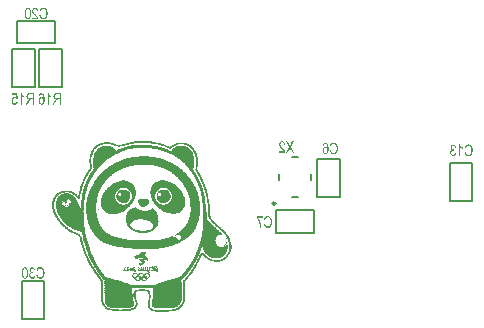
<source format=gbo>
G04*
G04 #@! TF.GenerationSoftware,Altium Limited,Altium Designer,21.9.2 (33)*
G04*
G04 Layer_Color=32896*
%FSLAX25Y25*%
%MOIN*%
G70*
G04*
G04 #@! TF.SameCoordinates,C0BA0E73-4C5D-4CFB-B628-C4008C3DC592*
G04*
G04*
G04 #@! TF.FilePolarity,Positive*
G04*
G01*
G75*
%ADD12C,0.00787*%
%ADD13C,0.00600*%
%ADD77C,0.00984*%
G36*
X70424Y77314D02*
X72531D01*
Y77222D01*
X72622D01*
Y77131D01*
X73263D01*
Y77039D01*
X73904D01*
Y76948D01*
X74454D01*
Y76856D01*
X75003D01*
Y76673D01*
X75461D01*
Y76581D01*
X75827D01*
Y76490D01*
X76285D01*
Y76398D01*
X76560D01*
Y76307D01*
X76651D01*
Y76215D01*
X76926D01*
Y76124D01*
X77201D01*
Y76032D01*
X77384D01*
Y75940D01*
X77567D01*
Y75849D01*
X77658D01*
Y75757D01*
X77933D01*
Y75666D01*
X78208D01*
Y75574D01*
X78666D01*
Y75666D01*
X78849D01*
Y75757D01*
X79032D01*
Y75849D01*
X79124D01*
Y75940D01*
X79215D01*
Y76032D01*
X79398D01*
Y76124D01*
X79581D01*
Y76215D01*
X79856D01*
Y76307D01*
X79948D01*
Y76398D01*
X80039D01*
Y76490D01*
X80222D01*
Y76581D01*
X80497D01*
Y76673D01*
X80680D01*
Y76765D01*
X80772D01*
Y76856D01*
X81321D01*
Y76948D01*
X83336D01*
Y76856D01*
X83885D01*
Y76673D01*
X84160D01*
Y76581D01*
X84343D01*
Y76490D01*
X84709D01*
Y76398D01*
X84892D01*
Y76307D01*
X84984D01*
Y76215D01*
X85167D01*
Y76124D01*
X85259D01*
Y76032D01*
X85442D01*
Y75940D01*
X85533D01*
Y75849D01*
X85625D01*
Y75757D01*
X85717D01*
Y75666D01*
X85808D01*
Y75574D01*
X85991D01*
Y75483D01*
X86174D01*
Y75208D01*
X86266D01*
Y75116D01*
X86358D01*
Y75025D01*
X86449D01*
Y74933D01*
X86541D01*
Y74842D01*
X86632D01*
Y74750D01*
X86724D01*
Y74567D01*
X86815D01*
Y74384D01*
X86907D01*
Y74292D01*
X86999D01*
Y74109D01*
X87090D01*
Y73834D01*
X87182D01*
Y73651D01*
X87273D01*
Y73468D01*
X87365D01*
Y73376D01*
X87456D01*
Y72919D01*
X87548D01*
Y72736D01*
X87639D01*
Y72369D01*
X87731D01*
Y72003D01*
X87823D01*
Y71911D01*
X87731D01*
Y71637D01*
X87823D01*
Y71545D01*
X87914D01*
Y70263D01*
X88006D01*
Y69988D01*
X87914D01*
Y68981D01*
X87823D01*
Y68889D01*
X87731D01*
Y68798D01*
X87823D01*
Y68706D01*
X87731D01*
Y68157D01*
X87639D01*
Y68065D01*
X87731D01*
Y67882D01*
X87823D01*
Y67699D01*
X87914D01*
Y67424D01*
X88006D01*
Y67241D01*
X88097D01*
Y67150D01*
X88189D01*
Y66875D01*
X88372D01*
Y66783D01*
X88464D01*
Y66509D01*
X88555D01*
Y66326D01*
X88647D01*
Y66142D01*
X88738D01*
Y66051D01*
X88830D01*
Y65868D01*
X88921D01*
Y65593D01*
X89013D01*
Y65410D01*
X89105D01*
Y65227D01*
X89196D01*
Y65135D01*
X89288D01*
Y64860D01*
X89379D01*
Y64677D01*
X89471D01*
Y64403D01*
X89562D01*
Y64219D01*
X89654D01*
Y64128D01*
X89746D01*
Y63945D01*
X89837D01*
Y63670D01*
X89929D01*
Y63487D01*
X90020D01*
Y63121D01*
X90203D01*
Y62754D01*
X90295D01*
Y62480D01*
X90387D01*
Y62205D01*
X90478D01*
Y61747D01*
X90661D01*
Y61564D01*
X90753D01*
Y61106D01*
X90845D01*
Y60740D01*
X90936D01*
Y60282D01*
X91119D01*
Y59916D01*
X91211D01*
Y59458D01*
X91302D01*
Y58634D01*
X91394D01*
Y58084D01*
X91577D01*
Y57169D01*
X91669D01*
Y56528D01*
X91760D01*
Y55520D01*
X91852D01*
Y54513D01*
X91943D01*
Y54422D01*
X92035D01*
Y54238D01*
X91943D01*
Y54147D01*
X92035D01*
Y52499D01*
X92126D01*
Y52132D01*
X92218D01*
Y51858D01*
X92310D01*
Y51583D01*
X92493D01*
Y51491D01*
X92584D01*
Y51217D01*
X92676D01*
Y51125D01*
X92767D01*
Y51033D01*
X92951D01*
Y50942D01*
X93042D01*
Y50759D01*
X93134D01*
Y50667D01*
X93225D01*
Y50576D01*
X93408D01*
Y50484D01*
X93500D01*
Y50301D01*
X93592D01*
Y50209D01*
X93683D01*
Y50118D01*
X93866D01*
Y50026D01*
X94049D01*
Y49843D01*
X94141D01*
Y49751D01*
X94324D01*
Y49568D01*
X94507D01*
Y49385D01*
X94690D01*
Y49294D01*
X94782D01*
Y49202D01*
X94874D01*
Y49110D01*
X94965D01*
Y49019D01*
X95057D01*
Y48927D01*
X95148D01*
Y48836D01*
X95331D01*
Y48653D01*
X95515D01*
Y48561D01*
X95606D01*
Y48378D01*
X95698D01*
Y48286D01*
X95881D01*
Y48195D01*
X95972D01*
Y48103D01*
X96064D01*
Y48012D01*
X96156D01*
Y47920D01*
X96247D01*
Y47829D01*
X96339D01*
Y47737D01*
X96430D01*
Y47645D01*
X96522D01*
Y47554D01*
X96613D01*
Y47462D01*
X96705D01*
Y47371D01*
X96797D01*
Y47279D01*
X96888D01*
Y47188D01*
X96980D01*
Y47096D01*
X97071D01*
Y47004D01*
X97163D01*
Y46913D01*
X97254D01*
Y46821D01*
X97346D01*
Y46547D01*
X97438D01*
Y46455D01*
X97621D01*
Y46363D01*
X97712D01*
Y46272D01*
X97804D01*
Y45997D01*
X97895D01*
Y45814D01*
X97987D01*
Y45722D01*
X98079D01*
Y45631D01*
X98170D01*
Y45448D01*
X98262D01*
Y45173D01*
X98353D01*
Y44990D01*
X98536D01*
Y44624D01*
X98628D01*
Y44257D01*
X98720D01*
Y43799D01*
X98811D01*
Y43250D01*
X98994D01*
Y42701D01*
X99086D01*
Y41419D01*
X98994D01*
Y41236D01*
X98903D01*
Y41144D01*
X98994D01*
Y41052D01*
X98903D01*
Y40961D01*
X98811D01*
Y40503D01*
X98720D01*
Y40320D01*
X98628D01*
Y39954D01*
X98536D01*
Y39862D01*
X98445D01*
Y39770D01*
X98353D01*
Y39587D01*
X98262D01*
Y39404D01*
X98170D01*
Y39312D01*
X98079D01*
Y39038D01*
X97895D01*
Y38946D01*
X97804D01*
Y38763D01*
X97712D01*
Y38671D01*
X97621D01*
Y38580D01*
X97438D01*
Y38488D01*
X97346D01*
Y38305D01*
X97254D01*
Y38214D01*
X97163D01*
Y38122D01*
X96980D01*
Y38030D01*
X96797D01*
Y37939D01*
X96705D01*
Y37847D01*
X96613D01*
Y37756D01*
X96430D01*
Y37664D01*
X96247D01*
Y37573D01*
X95881D01*
Y37481D01*
X95698D01*
Y37389D01*
X95606D01*
Y37298D01*
X95148D01*
Y37206D01*
X94599D01*
Y37115D01*
X93683D01*
Y37206D01*
X93134D01*
Y37298D01*
X92584D01*
Y37481D01*
X92218D01*
Y37573D01*
X91852D01*
Y37664D01*
X91669D01*
Y37756D01*
X91486D01*
Y37847D01*
X91394D01*
Y37939D01*
X91302D01*
Y38030D01*
X91119D01*
Y38122D01*
X90845D01*
Y38214D01*
X90753D01*
Y38305D01*
X90661D01*
Y38397D01*
X90570D01*
Y38488D01*
X90478D01*
Y38580D01*
X90387D01*
Y38671D01*
X90295D01*
Y38763D01*
X90112D01*
Y38855D01*
X90020D01*
Y38946D01*
X89929D01*
Y39038D01*
X89837D01*
Y39129D01*
X89654D01*
Y39312D01*
X89562D01*
Y39404D01*
X89471D01*
Y39496D01*
X89379D01*
Y39587D01*
X89288D01*
Y39496D01*
X89105D01*
Y39221D01*
X89013D01*
Y39038D01*
X88921D01*
Y38855D01*
X88830D01*
Y38580D01*
X88738D01*
Y38488D01*
X88647D01*
Y38214D01*
X88555D01*
Y38030D01*
X88464D01*
Y37756D01*
X88372D01*
Y37573D01*
X88189D01*
Y37298D01*
X88097D01*
Y37023D01*
X88006D01*
Y36749D01*
X87914D01*
Y36657D01*
X87731D01*
Y36565D01*
X87823D01*
Y36474D01*
X87731D01*
Y36382D01*
X87639D01*
Y36199D01*
X87548D01*
Y36108D01*
X87456D01*
Y35833D01*
X87365D01*
Y35741D01*
X87273D01*
Y35650D01*
X87182D01*
Y35375D01*
X87090D01*
Y35283D01*
X86999D01*
Y35100D01*
X86907D01*
Y35009D01*
X86815D01*
Y34917D01*
X86907D01*
Y34826D01*
X86724D01*
Y34551D01*
X86632D01*
Y34459D01*
X86541D01*
Y34368D01*
X86449D01*
Y34276D01*
X86358D01*
Y34093D01*
X86266D01*
Y34001D01*
X86174D01*
Y33818D01*
X86083D01*
Y33544D01*
X85991D01*
Y33452D01*
X85808D01*
Y33177D01*
X85717D01*
Y33086D01*
X85625D01*
Y32994D01*
X85533D01*
Y32903D01*
X85350D01*
Y32628D01*
X85259D01*
Y32536D01*
X85167D01*
Y32353D01*
X85076D01*
Y32262D01*
X84984D01*
Y32170D01*
X84892D01*
Y32078D01*
X84801D01*
Y31987D01*
X84709D01*
Y31895D01*
X84618D01*
Y31804D01*
X84526D01*
Y31712D01*
X84435D01*
Y31529D01*
X84343D01*
Y31438D01*
X84251D01*
Y31346D01*
X84160D01*
Y31163D01*
X83885D01*
Y30888D01*
X83702D01*
Y30705D01*
X83519D01*
Y30156D01*
X83427D01*
Y29972D01*
X83519D01*
Y27683D01*
X83610D01*
Y27592D01*
X83702D01*
Y27317D01*
X83610D01*
Y27134D01*
X83702D01*
Y26859D01*
X83610D01*
Y26767D01*
X83702D01*
Y26401D01*
X83610D01*
Y26310D01*
X83702D01*
Y25943D01*
X83610D01*
Y25852D01*
X83702D01*
Y25760D01*
X83610D01*
Y25669D01*
X83702D01*
Y25302D01*
X83610D01*
Y25211D01*
X83702D01*
Y24845D01*
X83610D01*
Y24753D01*
X83702D01*
Y24570D01*
X83519D01*
Y24112D01*
X83427D01*
Y23654D01*
X83336D01*
Y23379D01*
X83244D01*
Y23196D01*
X83061D01*
Y22921D01*
X82969D01*
Y22830D01*
X82878D01*
Y22647D01*
X82786D01*
Y22372D01*
X82603D01*
Y22280D01*
X82512D01*
Y22189D01*
X82420D01*
Y22006D01*
X82328D01*
Y21914D01*
X82145D01*
Y21823D01*
X82054D01*
Y21731D01*
X81962D01*
Y21548D01*
X81687D01*
Y21456D01*
X81596D01*
Y21365D01*
X81504D01*
Y21273D01*
X81321D01*
Y21182D01*
X81230D01*
Y21090D01*
X81046D01*
Y20999D01*
X80589D01*
Y20907D01*
X80131D01*
Y20815D01*
X79215D01*
Y20632D01*
X78208D01*
Y20541D01*
X73721D01*
Y20632D01*
X73080D01*
Y20724D01*
X72988D01*
Y20815D01*
X72622D01*
Y20907D01*
X72347D01*
Y20999D01*
X72164D01*
Y21090D01*
X72073D01*
Y21182D01*
X71981D01*
Y21273D01*
X71890D01*
Y21365D01*
X71798D01*
Y21548D01*
X71615D01*
Y21640D01*
X71523D01*
Y21731D01*
X71432D01*
Y21914D01*
X71340D01*
Y22280D01*
X71249D01*
Y22464D01*
X71157D01*
Y23837D01*
X71340D01*
Y24387D01*
X71432D01*
Y26493D01*
X71340D01*
Y26951D01*
X71249D01*
Y27134D01*
X71157D01*
Y27225D01*
X71065D01*
Y27317D01*
X70882D01*
Y27408D01*
X70699D01*
Y27500D01*
X70241D01*
Y27592D01*
X68135D01*
Y27500D01*
X67769D01*
Y27408D01*
X67586D01*
Y27317D01*
X67494D01*
Y27225D01*
X67403D01*
Y27134D01*
X67311D01*
Y27042D01*
X67220D01*
Y26951D01*
X67128D01*
Y25394D01*
X67220D01*
Y25028D01*
X67311D01*
Y24661D01*
X67403D01*
Y24387D01*
X67494D01*
Y24204D01*
X67586D01*
Y24020D01*
X67677D01*
Y23471D01*
X67769D01*
Y22830D01*
X67677D01*
Y22280D01*
X67586D01*
Y22006D01*
X67311D01*
Y21823D01*
X67220D01*
Y21731D01*
X67128D01*
Y21548D01*
X66853D01*
Y21365D01*
X66670D01*
Y21273D01*
X66487D01*
Y21182D01*
X66395D01*
Y21090D01*
X66212D01*
Y20999D01*
X65663D01*
Y20907D01*
X64839D01*
Y20815D01*
X59802D01*
Y20907D01*
X59161D01*
Y20999D01*
X58246D01*
Y21090D01*
X57879D01*
Y21182D01*
X57513D01*
Y21273D01*
X57421D01*
Y21365D01*
X57147D01*
Y21456D01*
X57055D01*
Y21548D01*
X56964D01*
Y21640D01*
X56872D01*
Y21823D01*
X56780D01*
Y22006D01*
X56597D01*
Y22189D01*
X56506D01*
Y22372D01*
X56414D01*
Y22464D01*
X56323D01*
Y22647D01*
X56231D01*
Y22738D01*
X56139D01*
Y22921D01*
X56048D01*
Y23196D01*
X55956D01*
Y23379D01*
X55865D01*
Y23746D01*
X55682D01*
Y24936D01*
X55590D01*
Y25486D01*
X55499D01*
Y30888D01*
X55407D01*
Y31163D01*
X55224D01*
Y31438D01*
X55132D01*
Y31529D01*
X55041D01*
Y31712D01*
X54858D01*
Y31804D01*
X54766D01*
Y31895D01*
X54674D01*
Y32078D01*
X54583D01*
Y32170D01*
X54491D01*
Y32262D01*
X54400D01*
Y32445D01*
X54308D01*
Y32536D01*
X54217D01*
Y32719D01*
X54125D01*
Y32903D01*
X54033D01*
Y32994D01*
X53850D01*
Y33086D01*
X53759D01*
Y33177D01*
X53667D01*
Y33360D01*
X53576D01*
Y33544D01*
X53392D01*
Y33727D01*
X53301D01*
Y33818D01*
X53209D01*
Y34001D01*
X53118D01*
Y34185D01*
X53026D01*
Y34276D01*
X52935D01*
Y34459D01*
X52843D01*
Y34551D01*
X52751D01*
Y34734D01*
X52660D01*
Y34917D01*
X52568D01*
Y35009D01*
X52477D01*
Y35100D01*
X52385D01*
Y35283D01*
X52294D01*
Y35467D01*
X52202D01*
Y35741D01*
X52019D01*
Y35833D01*
X51927D01*
Y36199D01*
X51836D01*
Y36291D01*
X51744D01*
Y36474D01*
X51653D01*
Y36565D01*
X51561D01*
Y36749D01*
X51469D01*
Y36840D01*
X51378D01*
Y37115D01*
X51286D01*
Y37298D01*
X51195D01*
Y37481D01*
X51103D01*
Y37573D01*
X51012D01*
Y37756D01*
X50920D01*
Y38030D01*
X50828D01*
Y38305D01*
X50737D01*
Y38488D01*
X50645D01*
Y38580D01*
X50554D01*
Y38855D01*
X50462D01*
Y39129D01*
X50371D01*
Y39221D01*
X50279D01*
Y39496D01*
X50096D01*
Y39862D01*
X50004D01*
Y40045D01*
X49913D01*
Y40411D01*
X49821D01*
Y40686D01*
X49730D01*
Y40778D01*
X49638D01*
Y41052D01*
X49547D01*
Y41419D01*
X49455D01*
Y41876D01*
X49363D01*
Y42060D01*
X49272D01*
Y42151D01*
X49180D01*
Y42426D01*
X49089D01*
Y42884D01*
X48997D01*
Y43250D01*
X48906D01*
Y43708D01*
X48722D01*
Y43799D01*
X48814D01*
Y43891D01*
X48722D01*
Y44166D01*
X48631D01*
Y44715D01*
X48539D01*
Y45265D01*
X48448D01*
Y45539D01*
X48265D01*
Y45631D01*
X48173D01*
Y45814D01*
X48081D01*
Y45906D01*
X47807D01*
Y45997D01*
X47624D01*
Y46089D01*
X47532D01*
Y46180D01*
X47440D01*
Y46272D01*
X47166D01*
Y46363D01*
X46891D01*
Y46455D01*
X46708D01*
Y46547D01*
X46525D01*
Y46638D01*
X46433D01*
Y46730D01*
X46158D01*
Y46821D01*
X45884D01*
Y46913D01*
X45701D01*
Y47004D01*
X45609D01*
Y47096D01*
X45517D01*
Y47188D01*
X45334D01*
Y47279D01*
X45060D01*
Y47371D01*
X44968D01*
Y47462D01*
X44785D01*
Y47554D01*
X44693D01*
Y47645D01*
X44602D01*
Y47737D01*
X44419D01*
Y47829D01*
X44327D01*
Y47920D01*
X44236D01*
Y48012D01*
X44144D01*
Y48103D01*
X44052D01*
Y48195D01*
X43869D01*
Y48286D01*
X43686D01*
Y48378D01*
X43595D01*
Y48469D01*
X43503D01*
Y48653D01*
X43411D01*
Y48744D01*
X43137D01*
Y48836D01*
X43045D01*
Y48927D01*
X42954D01*
Y49110D01*
X42770D01*
Y49202D01*
X42679D01*
Y49294D01*
X42587D01*
Y49385D01*
X42496D01*
Y49568D01*
X42404D01*
Y49660D01*
X42221D01*
Y49751D01*
X42129D01*
Y49843D01*
X42038D01*
Y50026D01*
X41946D01*
Y50209D01*
X41763D01*
Y50301D01*
X41671D01*
Y50484D01*
X41580D01*
Y50576D01*
X41488D01*
Y50759D01*
X41397D01*
Y50850D01*
X41305D01*
Y50942D01*
X41214D01*
Y51033D01*
X41122D01*
Y51125D01*
X41030D01*
Y51308D01*
X40939D01*
Y51400D01*
X40847D01*
Y51491D01*
X40756D01*
Y51674D01*
X40664D01*
Y51858D01*
X40573D01*
Y52041D01*
X40389D01*
Y52315D01*
X40298D01*
Y52499D01*
X40206D01*
Y52773D01*
X40115D01*
Y52865D01*
X39932D01*
Y52956D01*
Y53048D01*
Y53231D01*
X39840D01*
Y53506D01*
X39749D01*
Y53872D01*
X39657D01*
Y54238D01*
X39474D01*
Y54696D01*
X39382D01*
Y55154D01*
X39291D01*
Y57077D01*
X39382D01*
Y57535D01*
X39474D01*
Y57810D01*
X39565D01*
Y57901D01*
X39657D01*
Y58084D01*
X39749D01*
Y58451D01*
X39840D01*
Y58634D01*
X39932D01*
Y58908D01*
X40115D01*
Y59000D01*
X40206D01*
Y59092D01*
X40298D01*
Y59275D01*
X40389D01*
Y59458D01*
X40573D01*
Y59549D01*
X40664D01*
Y59733D01*
X40756D01*
Y59824D01*
X40847D01*
Y59916D01*
X41030D01*
Y60007D01*
X41214D01*
Y60190D01*
X41305D01*
Y60282D01*
X41580D01*
Y60374D01*
X41763D01*
Y60465D01*
X42129D01*
Y60648D01*
X42496D01*
Y60740D01*
X43137D01*
Y60831D01*
X43595D01*
Y60923D01*
X44693D01*
Y60831D01*
X45243D01*
Y60740D01*
X45701D01*
Y60648D01*
X45975D01*
Y60557D01*
X46067D01*
Y60465D01*
X46342D01*
Y60374D01*
X46525D01*
Y60282D01*
X46616D01*
Y60190D01*
X46799D01*
Y60099D01*
X46891D01*
Y60007D01*
X46983D01*
Y59916D01*
X47074D01*
Y59824D01*
X47166D01*
Y59733D01*
X47349D01*
Y59641D01*
X47440D01*
Y59549D01*
X47532D01*
Y59458D01*
X47624D01*
Y59366D01*
X47715D01*
Y59275D01*
X47807D01*
Y59183D01*
X47898D01*
Y59092D01*
X48081D01*
Y59549D01*
X48173D01*
Y60374D01*
X48265D01*
Y60740D01*
X48448D01*
Y61198D01*
X48539D01*
Y61564D01*
X48631D01*
Y62113D01*
X48722D01*
Y62388D01*
X48814D01*
Y62480D01*
X48906D01*
Y62937D01*
X48997D01*
Y63121D01*
X49089D01*
Y63487D01*
X49180D01*
Y63670D01*
X49272D01*
Y63762D01*
X49363D01*
Y63945D01*
X49455D01*
Y64219D01*
X49547D01*
Y64494D01*
X49638D01*
Y64769D01*
X49730D01*
Y64860D01*
X49821D01*
Y65044D01*
X49913D01*
Y65318D01*
X50004D01*
Y65501D01*
X50096D01*
Y65685D01*
X50187D01*
Y65776D01*
X50279D01*
Y65959D01*
X50371D01*
Y66051D01*
X50462D01*
Y66326D01*
X50554D01*
Y66509D01*
X50645D01*
Y66600D01*
X50737D01*
Y66692D01*
X50828D01*
Y66875D01*
X50920D01*
Y67150D01*
X51012D01*
Y67241D01*
X51103D01*
Y67333D01*
X51286D01*
Y67424D01*
X51378D01*
Y67699D01*
X51469D01*
Y67882D01*
X51561D01*
Y67974D01*
X51653D01*
Y68065D01*
X51744D01*
Y68157D01*
X51836D01*
Y68523D01*
X51927D01*
Y69347D01*
X51836D01*
Y69988D01*
X51744D01*
Y71545D01*
X51836D01*
Y72369D01*
X51927D01*
Y72827D01*
X52019D01*
Y73010D01*
X52110D01*
Y73193D01*
X52202D01*
Y73651D01*
X52294D01*
Y73834D01*
X52385D01*
Y74109D01*
X52477D01*
Y74292D01*
X52660D01*
Y74567D01*
X52751D01*
Y74658D01*
X52843D01*
Y74842D01*
X52935D01*
Y74933D01*
X53026D01*
Y75025D01*
X53118D01*
Y75116D01*
X53209D01*
Y75208D01*
X53301D01*
Y75483D01*
X53392D01*
Y75574D01*
X53576D01*
Y75666D01*
X53759D01*
Y75757D01*
X53850D01*
Y75849D01*
X53942D01*
Y75940D01*
X54033D01*
Y76032D01*
X54217D01*
Y76124D01*
X54308D01*
Y76215D01*
X54583D01*
Y76398D01*
X54766D01*
Y76490D01*
X55132D01*
Y76581D01*
X55224D01*
Y76673D01*
X55590D01*
Y76856D01*
X56139D01*
Y76948D01*
X56597D01*
Y77039D01*
X58520D01*
Y76948D01*
X58978D01*
Y76856D01*
X59711D01*
Y76673D01*
X59894D01*
Y76581D01*
X60169D01*
Y76490D01*
X60535D01*
Y76398D01*
X60718D01*
Y76215D01*
X61084D01*
Y76124D01*
X62183D01*
Y76215D01*
X62641D01*
Y76307D01*
X62733D01*
Y76398D01*
X63099D01*
Y76490D01*
X63740D01*
Y76581D01*
X63923D01*
Y76673D01*
X64289D01*
Y76856D01*
X64839D01*
Y76948D01*
X65297D01*
Y77039D01*
X65938D01*
Y77131D01*
X66670D01*
Y77314D01*
X68501D01*
Y77406D01*
X70424D01*
Y77314D01*
D02*
G37*
G36*
X116024Y77398D02*
X116101Y77393D01*
X116240Y77359D01*
X116357Y77315D01*
X116462Y77265D01*
X116540Y77215D01*
X116573Y77193D01*
X116601Y77171D01*
X116623Y77154D01*
X116640Y77137D01*
X116645Y77132D01*
X116651Y77126D01*
X116695Y77071D01*
X116740Y77010D01*
X116812Y76882D01*
X116862Y76743D01*
X116901Y76610D01*
X116917Y76549D01*
X116928Y76493D01*
X116939Y76438D01*
X116945Y76394D01*
X116951Y76355D01*
X116956Y76327D01*
Y76310D01*
Y76305D01*
X116562Y76255D01*
X116557Y76382D01*
X116534Y76499D01*
X116507Y76593D01*
X116473Y76677D01*
X116446Y76738D01*
X116418Y76782D01*
X116396Y76810D01*
X116390Y76821D01*
X116323Y76888D01*
X116251Y76938D01*
X116174Y76971D01*
X116107Y76999D01*
X116046Y77010D01*
X115996Y77015D01*
X115963Y77021D01*
X115952D01*
X115863Y77015D01*
X115779Y76993D01*
X115707Y76965D01*
X115646Y76932D01*
X115596Y76893D01*
X115563Y76865D01*
X115535Y76843D01*
X115530Y76837D01*
X115474Y76765D01*
X115430Y76688D01*
X115402Y76610D01*
X115380Y76532D01*
X115369Y76466D01*
X115358Y76416D01*
Y76394D01*
Y76377D01*
Y76371D01*
Y76366D01*
X115363Y76271D01*
X115385Y76172D01*
X115413Y76083D01*
X115441Y75999D01*
X115474Y75927D01*
X115502Y75872D01*
X115513Y75850D01*
X115524Y75833D01*
X115530Y75827D01*
Y75822D01*
X115563Y75766D01*
X115607Y75705D01*
X115657Y75639D01*
X115707Y75572D01*
X115824Y75433D01*
X115946Y75300D01*
X116001Y75239D01*
X116057Y75178D01*
X116107Y75128D01*
X116146Y75084D01*
X116185Y75045D01*
X116212Y75017D01*
X116229Y75001D01*
X116235Y74995D01*
X116318Y74912D01*
X116396Y74828D01*
X116462Y74751D01*
X116529Y74679D01*
X116584Y74612D01*
X116640Y74545D01*
X116684Y74484D01*
X116723Y74429D01*
X116756Y74379D01*
X116790Y74335D01*
X116812Y74296D01*
X116834Y74262D01*
X116851Y74235D01*
X116856Y74218D01*
X116867Y74207D01*
Y74201D01*
X116923Y74079D01*
X116967Y73968D01*
X116995Y73863D01*
X117012Y73774D01*
X117023Y73702D01*
X117028Y73646D01*
Y73624D01*
Y73607D01*
Y73602D01*
Y73596D01*
X114969D01*
Y74046D01*
X116496D01*
X116446Y74135D01*
X116418Y74179D01*
X116390Y74218D01*
X116368Y74251D01*
X116351Y74274D01*
X116340Y74290D01*
X116334Y74296D01*
X116312Y74323D01*
X116285Y74351D01*
X116224Y74423D01*
X116151Y74501D01*
X116079Y74584D01*
X116007Y74656D01*
X115952Y74717D01*
X115929Y74740D01*
X115913Y74756D01*
X115902Y74767D01*
X115896Y74773D01*
X115802Y74873D01*
X115707Y74973D01*
X115630Y75062D01*
X115558Y75145D01*
X115491Y75222D01*
X115430Y75295D01*
X115374Y75361D01*
X115330Y75422D01*
X115291Y75478D01*
X115258Y75522D01*
X115230Y75561D01*
X115208Y75594D01*
X115191Y75622D01*
X115180Y75639D01*
X115169Y75650D01*
Y75655D01*
X115102Y75783D01*
X115058Y75905D01*
X115025Y76022D01*
X114997Y76127D01*
X114986Y76216D01*
X114980Y76255D01*
Y76288D01*
X114975Y76316D01*
Y76332D01*
Y76344D01*
Y76349D01*
Y76427D01*
X114986Y76499D01*
X115014Y76638D01*
X115052Y76760D01*
X115097Y76871D01*
X115147Y76960D01*
X115169Y76993D01*
X115186Y77026D01*
X115202Y77048D01*
X115213Y77065D01*
X115219Y77076D01*
X115225Y77082D01*
X115275Y77137D01*
X115324Y77187D01*
X115380Y77232D01*
X115441Y77271D01*
X115502Y77298D01*
X115558Y77326D01*
X115674Y77365D01*
X115779Y77387D01*
X115829Y77393D01*
X115868Y77398D01*
X115902Y77404D01*
X115946D01*
X116024Y77398D01*
D02*
G37*
G36*
X118826Y75567D02*
X120031Y73596D01*
X119542D01*
X118754Y74912D01*
X118738Y74945D01*
X118710Y74989D01*
X118660Y75084D01*
X118638Y75128D01*
X118621Y75161D01*
X118610Y75184D01*
X118604Y75195D01*
X118560Y75100D01*
X118538Y75056D01*
X118516Y75023D01*
X118499Y74989D01*
X118488Y74967D01*
X118482Y74950D01*
X118477Y74945D01*
X117694Y73596D01*
X117184D01*
X118355Y75600D01*
X117267Y77387D01*
X117717D01*
X118338Y76377D01*
X118394Y76294D01*
X118438Y76216D01*
X118482Y76144D01*
X118521Y76083D01*
X118549Y76027D01*
X118571Y75988D01*
X118582Y75966D01*
X118588Y75955D01*
X118616Y76022D01*
X118654Y76094D01*
X118693Y76172D01*
X118732Y76244D01*
X118771Y76310D01*
X118804Y76366D01*
X118815Y76388D01*
X118826Y76405D01*
X118832Y76410D01*
Y76416D01*
X119398Y77387D01*
X119887D01*
X118826Y75567D01*
D02*
G37*
G36*
X38095Y93340D02*
X38150Y93251D01*
X38206Y93162D01*
X38261Y93085D01*
X38311Y93018D01*
X38356Y92968D01*
X38383Y92935D01*
X38389Y92929D01*
X38394Y92924D01*
X38489Y92829D01*
X38583Y92746D01*
X38672Y92668D01*
X38761Y92607D01*
X38833Y92557D01*
X38894Y92518D01*
X38916Y92502D01*
X38927Y92491D01*
X38939Y92485D01*
X38944D01*
Y92036D01*
X38872Y92069D01*
X38805Y92108D01*
X38733Y92147D01*
X38672Y92185D01*
X38617Y92219D01*
X38578Y92247D01*
X38550Y92269D01*
X38539Y92274D01*
X38461Y92335D01*
X38389Y92396D01*
X38328Y92452D01*
X38278Y92496D01*
X38239Y92541D01*
X38206Y92568D01*
X38189Y92591D01*
X38184Y92596D01*
Y89627D01*
X37806D01*
Y93434D01*
X38056D01*
X38095Y93340D01*
D02*
G37*
G36*
X35819Y93429D02*
X35903Y93412D01*
X35986Y93390D01*
X36064Y93362D01*
X36197Y93284D01*
X36258Y93240D01*
X36313Y93201D01*
X36363Y93157D01*
X36408Y93112D01*
X36441Y93073D01*
X36474Y93035D01*
X36496Y93007D01*
X36513Y92985D01*
X36524Y92968D01*
X36530Y92962D01*
X36585Y92868D01*
X36630Y92763D01*
X36674Y92646D01*
X36707Y92524D01*
X36763Y92263D01*
X36802Y92008D01*
X36813Y91886D01*
X36824Y91775D01*
X36830Y91669D01*
X36835Y91580D01*
X36841Y91508D01*
Y91453D01*
Y91431D01*
Y91414D01*
Y91408D01*
Y91403D01*
X36835Y91225D01*
X36830Y91059D01*
X36813Y90903D01*
X36796Y90765D01*
X36768Y90637D01*
X36746Y90520D01*
X36718Y90415D01*
X36691Y90321D01*
X36663Y90243D01*
X36635Y90176D01*
X36608Y90115D01*
X36585Y90071D01*
X36569Y90032D01*
X36552Y90010D01*
X36546Y89993D01*
X36541Y89988D01*
X36480Y89916D01*
X36419Y89849D01*
X36358Y89793D01*
X36291Y89743D01*
X36224Y89705D01*
X36163Y89671D01*
X36097Y89644D01*
X36036Y89621D01*
X35930Y89588D01*
X35880Y89577D01*
X35842Y89571D01*
X35808D01*
X35786Y89566D01*
X35764D01*
X35669Y89571D01*
X35581Y89588D01*
X35497Y89610D01*
X35425Y89638D01*
X35370Y89666D01*
X35325Y89688D01*
X35298Y89705D01*
X35287Y89710D01*
X35209Y89771D01*
X35137Y89843D01*
X35076Y89921D01*
X35020Y89993D01*
X34981Y90060D01*
X34948Y90115D01*
X34942Y90137D01*
X34931Y90154D01*
X34926Y90160D01*
Y90165D01*
X34881Y90282D01*
X34848Y90404D01*
X34820Y90520D01*
X34804Y90626D01*
X34793Y90720D01*
Y90759D01*
X34787Y90792D01*
Y90815D01*
Y90837D01*
Y90848D01*
Y90853D01*
X34793Y90953D01*
X34798Y91053D01*
X34815Y91142D01*
X34832Y91231D01*
X34854Y91308D01*
X34876Y91381D01*
X34898Y91447D01*
X34926Y91508D01*
X34954Y91564D01*
X34976Y91614D01*
X34998Y91653D01*
X35020Y91686D01*
X35037Y91714D01*
X35053Y91730D01*
X35059Y91741D01*
X35065Y91747D01*
X35120Y91808D01*
X35170Y91858D01*
X35225Y91902D01*
X35281Y91941D01*
X35337Y91975D01*
X35392Y92002D01*
X35492Y92041D01*
X35575Y92069D01*
X35614Y92074D01*
X35647Y92080D01*
X35675Y92085D01*
X35708D01*
X35792Y92080D01*
X35869Y92063D01*
X35941Y92041D01*
X36008Y92019D01*
X36058Y91997D01*
X36102Y91975D01*
X36125Y91958D01*
X36136Y91952D01*
X36208Y91902D01*
X36269Y91841D01*
X36324Y91780D01*
X36374Y91719D01*
X36413Y91664D01*
X36441Y91619D01*
X36458Y91592D01*
X36463Y91586D01*
Y91708D01*
X36458Y91825D01*
X36446Y91936D01*
X36435Y92041D01*
X36424Y92136D01*
X36408Y92224D01*
X36391Y92302D01*
X36374Y92369D01*
X36358Y92430D01*
X36341Y92485D01*
X36324Y92529D01*
X36313Y92568D01*
X36302Y92596D01*
X36291Y92618D01*
X36286Y92629D01*
Y92635D01*
X36247Y92707D01*
X36208Y92774D01*
X36163Y92829D01*
X36119Y92874D01*
X36075Y92918D01*
X36030Y92951D01*
X35986Y92979D01*
X35941Y93001D01*
X35869Y93029D01*
X35808Y93046D01*
X35786Y93051D01*
X35753D01*
X35675Y93046D01*
X35603Y93024D01*
X35542Y92996D01*
X35486Y92962D01*
X35442Y92924D01*
X35409Y92896D01*
X35386Y92874D01*
X35381Y92868D01*
X35342Y92813D01*
X35309Y92751D01*
X35281Y92679D01*
X35259Y92613D01*
X35242Y92552D01*
X35231Y92502D01*
X35220Y92463D01*
Y92457D01*
Y92452D01*
X34843Y92491D01*
X34870Y92652D01*
X34909Y92790D01*
X34959Y92913D01*
X35009Y93012D01*
X35059Y93090D01*
X35098Y93146D01*
X35114Y93162D01*
X35126Y93179D01*
X35131Y93190D01*
X35137D01*
X35181Y93234D01*
X35231Y93273D01*
X35331Y93329D01*
X35431Y93373D01*
X35525Y93406D01*
X35603Y93423D01*
X35642Y93429D01*
X35669D01*
X35697Y93434D01*
X35730D01*
X35819Y93429D01*
D02*
G37*
G36*
X42213Y89627D02*
X41802D01*
Y91308D01*
X41258D01*
X41192Y91297D01*
X41136Y91292D01*
X41092Y91281D01*
X41059Y91270D01*
X41031Y91259D01*
X41014Y91253D01*
X41009Y91247D01*
X40964Y91220D01*
X40920Y91192D01*
X40848Y91120D01*
X40814Y91087D01*
X40792Y91059D01*
X40775Y91037D01*
X40770Y91031D01*
X40748Y90998D01*
X40720Y90959D01*
X40664Y90870D01*
X40603Y90765D01*
X40542Y90665D01*
X40492Y90565D01*
X40470Y90520D01*
X40448Y90487D01*
X40431Y90454D01*
X40420Y90432D01*
X40409Y90415D01*
Y90409D01*
X39993Y89627D01*
X39471D01*
X40015Y90654D01*
X40071Y90754D01*
X40126Y90842D01*
X40182Y90926D01*
X40232Y90998D01*
X40276Y91053D01*
X40309Y91098D01*
X40332Y91125D01*
X40343Y91136D01*
X40382Y91175D01*
X40420Y91214D01*
X40504Y91281D01*
X40542Y91308D01*
X40570Y91331D01*
X40592Y91342D01*
X40598Y91347D01*
X40448Y91381D01*
X40320Y91431D01*
X40209Y91486D01*
X40115Y91542D01*
X40049Y91597D01*
X39993Y91641D01*
X39965Y91675D01*
X39954Y91680D01*
Y91686D01*
X39876Y91791D01*
X39821Y91908D01*
X39782Y92024D01*
X39754Y92136D01*
X39738Y92230D01*
X39732Y92274D01*
Y92308D01*
X39726Y92341D01*
Y92363D01*
Y92374D01*
Y92380D01*
X39732Y92496D01*
X39749Y92607D01*
X39771Y92707D01*
X39793Y92790D01*
X39815Y92857D01*
X39838Y92907D01*
X39854Y92940D01*
X39860Y92951D01*
X39910Y93040D01*
X39971Y93112D01*
X40026Y93173D01*
X40076Y93223D01*
X40126Y93262D01*
X40165Y93284D01*
X40187Y93301D01*
X40198Y93306D01*
X40287Y93345D01*
X40387Y93373D01*
X40492Y93390D01*
X40592Y93406D01*
X40687Y93412D01*
X40731D01*
X40764Y93418D01*
X42213D01*
Y89627D01*
D02*
G37*
G36*
X29106Y93340D02*
X29162Y93251D01*
X29217Y93162D01*
X29272Y93085D01*
X29322Y93018D01*
X29367Y92968D01*
X29395Y92935D01*
X29400Y92929D01*
X29406Y92924D01*
X29500Y92829D01*
X29594Y92746D01*
X29683Y92668D01*
X29772Y92607D01*
X29844Y92557D01*
X29905Y92518D01*
X29927Y92502D01*
X29939Y92491D01*
X29950Y92485D01*
X29955D01*
Y92036D01*
X29883Y92069D01*
X29816Y92108D01*
X29744Y92147D01*
X29683Y92185D01*
X29628Y92219D01*
X29589Y92247D01*
X29561Y92269D01*
X29550Y92274D01*
X29472Y92335D01*
X29400Y92396D01*
X29339Y92452D01*
X29289Y92496D01*
X29250Y92541D01*
X29217Y92568D01*
X29200Y92591D01*
X29195Y92596D01*
Y89627D01*
X28817D01*
Y93434D01*
X29067D01*
X29106Y93340D01*
D02*
G37*
G36*
X27768Y91420D02*
X27408Y91359D01*
X27374Y91420D01*
X27336Y91475D01*
X27297Y91525D01*
X27258Y91564D01*
X27224Y91592D01*
X27197Y91614D01*
X27180Y91625D01*
X27174Y91630D01*
X27114Y91664D01*
X27058Y91686D01*
X27003Y91708D01*
X26953Y91719D01*
X26908Y91725D01*
X26875Y91730D01*
X26847D01*
X26747Y91719D01*
X26653Y91697D01*
X26575Y91658D01*
X26503Y91619D01*
X26447Y91575D01*
X26409Y91536D01*
X26386Y91514D01*
X26375Y91503D01*
X26309Y91414D01*
X26264Y91314D01*
X26231Y91209D01*
X26203Y91109D01*
X26192Y91014D01*
X26187Y90975D01*
Y90942D01*
X26181Y90914D01*
Y90892D01*
Y90881D01*
Y90876D01*
X26192Y90720D01*
X26214Y90587D01*
X26242Y90470D01*
X26281Y90371D01*
X26320Y90293D01*
X26348Y90237D01*
X26364Y90221D01*
X26370Y90204D01*
X26381Y90198D01*
Y90193D01*
X26420Y90149D01*
X26459Y90115D01*
X26536Y90054D01*
X26614Y90010D01*
X26686Y89982D01*
X26753Y89960D01*
X26803Y89954D01*
X26836Y89949D01*
X26847D01*
X26925Y89954D01*
X26997Y89977D01*
X27064Y90004D01*
X27119Y90038D01*
X27163Y90065D01*
X27202Y90093D01*
X27224Y90115D01*
X27230Y90121D01*
X27286Y90193D01*
X27330Y90282D01*
X27363Y90371D01*
X27391Y90459D01*
X27413Y90537D01*
X27424Y90604D01*
X27430Y90631D01*
X27435Y90648D01*
Y90659D01*
Y90665D01*
X27835Y90626D01*
X27824Y90537D01*
X27813Y90448D01*
X27774Y90293D01*
X27746Y90221D01*
X27724Y90160D01*
X27696Y90099D01*
X27668Y90049D01*
X27641Y89999D01*
X27613Y89960D01*
X27591Y89927D01*
X27569Y89893D01*
X27552Y89871D01*
X27535Y89854D01*
X27530Y89849D01*
X27524Y89843D01*
X27469Y89793D01*
X27413Y89754D01*
X27358Y89716D01*
X27297Y89682D01*
X27186Y89632D01*
X27075Y89599D01*
X26980Y89583D01*
X26941Y89577D01*
X26908Y89571D01*
X26880Y89566D01*
X26842D01*
X26753Y89571D01*
X26669Y89583D01*
X26586Y89605D01*
X26514Y89627D01*
X26381Y89688D01*
X26320Y89727D01*
X26270Y89766D01*
X26220Y89799D01*
X26181Y89838D01*
X26148Y89871D01*
X26114Y89899D01*
X26092Y89921D01*
X26076Y89943D01*
X26070Y89954D01*
X26065Y89960D01*
X26015Y90038D01*
X25970Y90115D01*
X25931Y90193D01*
X25898Y90276D01*
X25848Y90432D01*
X25809Y90582D01*
X25798Y90648D01*
X25793Y90715D01*
X25787Y90770D01*
X25782Y90815D01*
X25776Y90853D01*
Y90887D01*
Y90903D01*
Y90909D01*
X25782Y91014D01*
X25787Y91109D01*
X25804Y91203D01*
X25820Y91286D01*
X25842Y91370D01*
X25865Y91442D01*
X25892Y91508D01*
X25920Y91569D01*
X25948Y91625D01*
X25976Y91675D01*
X25998Y91714D01*
X26020Y91747D01*
X26037Y91775D01*
X26053Y91791D01*
X26059Y91803D01*
X26065Y91808D01*
X26120Y91869D01*
X26175Y91919D01*
X26237Y91963D01*
X26292Y92002D01*
X26353Y92036D01*
X26409Y92058D01*
X26514Y92102D01*
X26608Y92124D01*
X26647Y92130D01*
X26681Y92136D01*
X26708Y92141D01*
X26803D01*
X26858Y92130D01*
X26969Y92102D01*
X27064Y92063D01*
X27152Y92024D01*
X27224Y91980D01*
X27280Y91941D01*
X27302Y91925D01*
X27319Y91913D01*
X27324Y91908D01*
X27330Y91902D01*
X27163Y92924D01*
X25926D01*
Y93368D01*
X27463D01*
X27768Y91420D01*
D02*
G37*
G36*
X33224Y89627D02*
X32813D01*
Y91308D01*
X32269D01*
X32203Y91297D01*
X32147Y91292D01*
X32103Y91281D01*
X32070Y91270D01*
X32042Y91259D01*
X32025Y91253D01*
X32020Y91247D01*
X31975Y91220D01*
X31931Y91192D01*
X31859Y91120D01*
X31826Y91087D01*
X31803Y91059D01*
X31787Y91037D01*
X31781Y91031D01*
X31759Y90998D01*
X31731Y90959D01*
X31676Y90870D01*
X31615Y90765D01*
X31554Y90665D01*
X31504Y90565D01*
X31481Y90520D01*
X31459Y90487D01*
X31442Y90454D01*
X31431Y90432D01*
X31420Y90415D01*
Y90409D01*
X31004Y89627D01*
X30482D01*
X31026Y90654D01*
X31082Y90754D01*
X31137Y90842D01*
X31193Y90926D01*
X31243Y90998D01*
X31287Y91053D01*
X31320Y91098D01*
X31343Y91125D01*
X31354Y91136D01*
X31392Y91175D01*
X31431Y91214D01*
X31515Y91281D01*
X31554Y91308D01*
X31581Y91331D01*
X31603Y91342D01*
X31609Y91347D01*
X31459Y91381D01*
X31332Y91431D01*
X31220Y91486D01*
X31126Y91542D01*
X31060Y91597D01*
X31004Y91641D01*
X30976Y91675D01*
X30965Y91680D01*
Y91686D01*
X30887Y91791D01*
X30832Y91908D01*
X30793Y92024D01*
X30765Y92136D01*
X30749Y92230D01*
X30743Y92274D01*
Y92308D01*
X30738Y92341D01*
Y92363D01*
Y92374D01*
Y92380D01*
X30743Y92496D01*
X30760Y92607D01*
X30782Y92707D01*
X30804Y92790D01*
X30826Y92857D01*
X30849Y92907D01*
X30865Y92940D01*
X30871Y92951D01*
X30921Y93040D01*
X30982Y93112D01*
X31037Y93173D01*
X31087Y93223D01*
X31137Y93262D01*
X31176Y93284D01*
X31198Y93301D01*
X31209Y93306D01*
X31298Y93345D01*
X31398Y93373D01*
X31504Y93390D01*
X31603Y93406D01*
X31698Y93412D01*
X31742D01*
X31776Y93418D01*
X33224D01*
Y89627D01*
D02*
G37*
G36*
X32820Y35398D02*
X32942Y35370D01*
X33047Y35331D01*
X33136Y35287D01*
X33208Y35237D01*
X33264Y35198D01*
X33297Y35171D01*
X33303Y35165D01*
X33308Y35159D01*
X33391Y35054D01*
X33463Y34938D01*
X33519Y34815D01*
X33563Y34699D01*
X33591Y34593D01*
X33608Y34549D01*
X33613Y34505D01*
X33619Y34471D01*
X33624Y34449D01*
X33630Y34432D01*
Y34427D01*
X33253Y34344D01*
X33230Y34460D01*
X33208Y34566D01*
X33175Y34654D01*
X33141Y34727D01*
X33114Y34782D01*
X33086Y34821D01*
X33069Y34849D01*
X33064Y34854D01*
X33003Y34910D01*
X32942Y34954D01*
X32875Y34982D01*
X32814Y35004D01*
X32764Y35015D01*
X32725Y35026D01*
X32686D01*
X32609Y35021D01*
X32542Y34999D01*
X32481Y34976D01*
X32426Y34943D01*
X32387Y34915D01*
X32353Y34887D01*
X32331Y34865D01*
X32326Y34860D01*
X32276Y34793D01*
X32237Y34727D01*
X32215Y34654D01*
X32193Y34588D01*
X32181Y34527D01*
X32176Y34477D01*
Y34444D01*
Y34438D01*
Y34432D01*
X32181Y34332D01*
X32204Y34238D01*
X32231Y34160D01*
X32265Y34094D01*
X32298Y34044D01*
X32326Y34005D01*
X32348Y33977D01*
X32353Y33972D01*
X32426Y33916D01*
X32498Y33872D01*
X32575Y33844D01*
X32648Y33822D01*
X32714Y33811D01*
X32764Y33805D01*
X32803Y33800D01*
X32814D01*
X32870Y33805D01*
X32914Y33395D01*
X32858Y33411D01*
X32809Y33428D01*
X32759Y33439D01*
X32720Y33444D01*
X32692Y33450D01*
X32648D01*
X32553Y33439D01*
X32470Y33417D01*
X32398Y33383D01*
X32337Y33350D01*
X32287Y33311D01*
X32248Y33278D01*
X32220Y33256D01*
X32215Y33245D01*
X32154Y33167D01*
X32109Y33078D01*
X32081Y32989D01*
X32059Y32906D01*
X32048Y32828D01*
X32037Y32767D01*
Y32745D01*
Y32729D01*
Y32717D01*
Y32712D01*
X32043Y32590D01*
X32065Y32473D01*
X32098Y32379D01*
X32131Y32296D01*
X32170Y32229D01*
X32198Y32179D01*
X32220Y32151D01*
X32231Y32140D01*
X32309Y32068D01*
X32387Y32013D01*
X32459Y31979D01*
X32531Y31951D01*
X32592Y31935D01*
X32642Y31929D01*
X32675Y31924D01*
X32686D01*
X32775Y31935D01*
X32853Y31957D01*
X32925Y31990D01*
X32986Y32040D01*
X33042Y32096D01*
X33092Y32157D01*
X33136Y32229D01*
X33169Y32296D01*
X33203Y32368D01*
X33230Y32434D01*
X33247Y32495D01*
X33264Y32551D01*
X33275Y32601D01*
X33286Y32634D01*
X33291Y32662D01*
Y32667D01*
X33669Y32607D01*
X33647Y32434D01*
X33602Y32279D01*
X33552Y32146D01*
X33525Y32090D01*
X33497Y32035D01*
X33469Y31990D01*
X33447Y31946D01*
X33425Y31913D01*
X33402Y31885D01*
X33386Y31857D01*
X33369Y31841D01*
X33364Y31835D01*
X33358Y31830D01*
X33303Y31780D01*
X33247Y31735D01*
X33191Y31696D01*
X33136Y31663D01*
X33019Y31613D01*
X32914Y31580D01*
X32820Y31558D01*
X32781Y31552D01*
X32748Y31546D01*
X32720Y31541D01*
X32681D01*
X32603Y31546D01*
X32526Y31558D01*
X32453Y31569D01*
X32381Y31591D01*
X32259Y31646D01*
X32148Y31707D01*
X32104Y31735D01*
X32059Y31763D01*
X32026Y31791D01*
X31998Y31818D01*
X31976Y31841D01*
X31954Y31852D01*
X31948Y31863D01*
X31943Y31868D01*
X31887Y31935D01*
X31837Y32002D01*
X31798Y32074D01*
X31765Y32140D01*
X31710Y32285D01*
X31671Y32423D01*
X31660Y32484D01*
X31649Y32540D01*
X31643Y32590D01*
X31637Y32634D01*
X31632Y32673D01*
Y32701D01*
Y32717D01*
Y32723D01*
X31637Y32812D01*
X31643Y32895D01*
X31654Y32973D01*
X31671Y33039D01*
X31687Y33089D01*
X31699Y33134D01*
X31704Y33156D01*
X31710Y33167D01*
X31737Y33239D01*
X31771Y33300D01*
X31804Y33356D01*
X31832Y33400D01*
X31859Y33433D01*
X31882Y33461D01*
X31898Y33478D01*
X31904Y33483D01*
X31954Y33528D01*
X32004Y33561D01*
X32054Y33594D01*
X32104Y33617D01*
X32148Y33633D01*
X32181Y33644D01*
X32204Y33655D01*
X32215D01*
X32142Y33700D01*
X32076Y33755D01*
X32026Y33805D01*
X31982Y33855D01*
X31943Y33900D01*
X31920Y33933D01*
X31904Y33955D01*
X31898Y33966D01*
X31859Y34044D01*
X31832Y34122D01*
X31809Y34199D01*
X31798Y34271D01*
X31787Y34332D01*
X31782Y34383D01*
Y34416D01*
Y34421D01*
Y34427D01*
X31787Y34505D01*
X31793Y34577D01*
X31821Y34715D01*
X31865Y34832D01*
X31915Y34938D01*
X31965Y35015D01*
X31987Y35048D01*
X32004Y35076D01*
X32026Y35098D01*
X32037Y35115D01*
X32043Y35121D01*
X32048Y35126D01*
X32098Y35176D01*
X32154Y35221D01*
X32204Y35259D01*
X32259Y35293D01*
X32370Y35343D01*
X32470Y35376D01*
X32559Y35392D01*
X32598Y35398D01*
X32631Y35404D01*
X32653Y35409D01*
X32759D01*
X32820Y35398D01*
D02*
G37*
G36*
X35456Y35448D02*
X35595Y35426D01*
X35722Y35387D01*
X35833Y35348D01*
X35878Y35326D01*
X35922Y35309D01*
X35961Y35287D01*
X35989Y35270D01*
X36016Y35259D01*
X36033Y35248D01*
X36044Y35237D01*
X36050D01*
X36166Y35143D01*
X36272Y35043D01*
X36360Y34932D01*
X36438Y34826D01*
X36499Y34732D01*
X36522Y34688D01*
X36544Y34654D01*
X36555Y34621D01*
X36566Y34599D01*
X36577Y34588D01*
Y34582D01*
X36644Y34410D01*
X36688Y34233D01*
X36721Y34055D01*
X36749Y33889D01*
X36755Y33816D01*
X36760Y33744D01*
X36766Y33683D01*
Y33628D01*
X36771Y33583D01*
Y33550D01*
Y33528D01*
Y33522D01*
X36760Y33295D01*
X36755Y33184D01*
X36738Y33084D01*
X36727Y32989D01*
X36710Y32895D01*
X36694Y32812D01*
X36671Y32734D01*
X36655Y32667D01*
X36638Y32607D01*
X36621Y32551D01*
X36605Y32506D01*
X36594Y32473D01*
X36582Y32445D01*
X36577Y32429D01*
Y32423D01*
X36538Y32340D01*
X36499Y32262D01*
X36460Y32190D01*
X36416Y32124D01*
X36377Y32063D01*
X36333Y32007D01*
X36294Y31957D01*
X36255Y31913D01*
X36183Y31835D01*
X36127Y31785D01*
X36105Y31768D01*
X36089Y31757D01*
X36083Y31746D01*
X36077D01*
X35955Y31680D01*
X35833Y31630D01*
X35711Y31591D01*
X35595Y31569D01*
X35495Y31552D01*
X35450Y31546D01*
X35412D01*
X35384Y31541D01*
X35339D01*
X35250Y31546D01*
X35162Y31552D01*
X35001Y31591D01*
X34862Y31641D01*
X34795Y31668D01*
X34740Y31696D01*
X34690Y31724D01*
X34640Y31752D01*
X34601Y31780D01*
X34568Y31802D01*
X34540Y31824D01*
X34523Y31841D01*
X34512Y31846D01*
X34507Y31852D01*
X34446Y31913D01*
X34385Y31985D01*
X34285Y32135D01*
X34202Y32296D01*
X34135Y32445D01*
X34107Y32518D01*
X34085Y32590D01*
X34068Y32651D01*
X34052Y32701D01*
X34041Y32745D01*
X34029Y32778D01*
X34024Y32801D01*
Y32806D01*
X34440Y32934D01*
X34457Y32845D01*
X34479Y32762D01*
X34501Y32684D01*
X34529Y32612D01*
X34551Y32551D01*
X34579Y32490D01*
X34607Y32434D01*
X34635Y32390D01*
X34662Y32346D01*
X34684Y32307D01*
X34707Y32279D01*
X34729Y32251D01*
X34745Y32235D01*
X34757Y32218D01*
X34762Y32212D01*
X34768Y32207D01*
X34812Y32162D01*
X34862Y32129D01*
X34962Y32068D01*
X35062Y32029D01*
X35151Y31996D01*
X35228Y31979D01*
X35295Y31974D01*
X35317Y31968D01*
X35350D01*
X35434Y31974D01*
X35511Y31985D01*
X35589Y32002D01*
X35656Y32029D01*
X35778Y32090D01*
X35883Y32162D01*
X35928Y32201D01*
X35967Y32235D01*
X36000Y32268D01*
X36028Y32296D01*
X36050Y32323D01*
X36066Y32340D01*
X36072Y32351D01*
X36077Y32357D01*
X36127Y32434D01*
X36166Y32518D01*
X36205Y32607D01*
X36233Y32701D01*
X36283Y32895D01*
X36316Y33084D01*
X36327Y33173D01*
X36333Y33256D01*
X36338Y33328D01*
X36344Y33395D01*
X36349Y33450D01*
Y33489D01*
Y33511D01*
Y33522D01*
X36344Y33705D01*
X36327Y33872D01*
X36316Y33950D01*
X36305Y34016D01*
X36294Y34083D01*
X36283Y34138D01*
X36272Y34194D01*
X36261Y34238D01*
X36250Y34277D01*
X36238Y34310D01*
X36227Y34338D01*
X36222Y34355D01*
X36216Y34366D01*
Y34371D01*
X36161Y34488D01*
X36100Y34593D01*
X36039Y34677D01*
X35983Y34749D01*
X35928Y34804D01*
X35889Y34843D01*
X35861Y34865D01*
X35850Y34871D01*
X35761Y34926D01*
X35672Y34965D01*
X35578Y34993D01*
X35495Y35010D01*
X35423Y35026D01*
X35361Y35032D01*
X35312D01*
X35201Y35021D01*
X35095Y34999D01*
X35006Y34960D01*
X34918Y34910D01*
X34845Y34849D01*
X34773Y34782D01*
X34712Y34710D01*
X34662Y34638D01*
X34618Y34566D01*
X34579Y34493D01*
X34546Y34427D01*
X34523Y34366D01*
X34501Y34316D01*
X34490Y34277D01*
X34479Y34255D01*
Y34244D01*
X34074Y34360D01*
X34102Y34460D01*
X34129Y34549D01*
X34163Y34638D01*
X34202Y34715D01*
X34240Y34788D01*
X34274Y34854D01*
X34313Y34915D01*
X34351Y34971D01*
X34385Y35021D01*
X34418Y35060D01*
X34451Y35093D01*
X34479Y35126D01*
X34496Y35148D01*
X34512Y35165D01*
X34523Y35171D01*
X34529Y35176D01*
X34590Y35226D01*
X34657Y35270D01*
X34718Y35309D01*
X34784Y35343D01*
X34918Y35392D01*
X35040Y35426D01*
X35145Y35443D01*
X35190Y35448D01*
X35228Y35454D01*
X35262Y35459D01*
X35306D01*
X35456Y35448D01*
D02*
G37*
G36*
X30333Y35404D02*
X30422Y35387D01*
X30500Y35365D01*
X30572Y35331D01*
X30639Y35293D01*
X30705Y35254D01*
X30761Y35209D01*
X30810Y35165D01*
X30855Y35115D01*
X30894Y35071D01*
X30927Y35032D01*
X30949Y34993D01*
X30972Y34960D01*
X30988Y34938D01*
X30994Y34921D01*
X30999Y34915D01*
X31044Y34821D01*
X31082Y34715D01*
X31116Y34599D01*
X31149Y34482D01*
X31194Y34244D01*
X31210Y34127D01*
X31221Y34011D01*
X31232Y33900D01*
X31243Y33800D01*
X31249Y33711D01*
Y33628D01*
X31255Y33561D01*
Y33517D01*
Y33483D01*
Y33478D01*
Y33472D01*
X31249Y33278D01*
X31243Y33100D01*
X31227Y32939D01*
X31210Y32790D01*
X31188Y32651D01*
X31166Y32529D01*
X31144Y32418D01*
X31116Y32323D01*
X31088Y32240D01*
X31066Y32168D01*
X31044Y32107D01*
X31021Y32057D01*
X31005Y32018D01*
X30988Y31996D01*
X30983Y31979D01*
X30977Y31974D01*
X30922Y31896D01*
X30866Y31830D01*
X30805Y31774D01*
X30744Y31724D01*
X30683Y31680D01*
X30622Y31646D01*
X30561Y31618D01*
X30505Y31596D01*
X30400Y31563D01*
X30355Y31552D01*
X30317Y31546D01*
X30289D01*
X30267Y31541D01*
X30244D01*
X30156Y31546D01*
X30067Y31563D01*
X29989Y31585D01*
X29917Y31618D01*
X29850Y31652D01*
X29784Y31696D01*
X29728Y31741D01*
X29678Y31785D01*
X29634Y31830D01*
X29595Y31874D01*
X29562Y31918D01*
X29540Y31951D01*
X29517Y31985D01*
X29501Y32007D01*
X29495Y32024D01*
X29490Y32029D01*
X29445Y32129D01*
X29401Y32235D01*
X29368Y32346D01*
X29340Y32462D01*
X29290Y32701D01*
X29273Y32823D01*
X29262Y32934D01*
X29251Y33045D01*
X29240Y33145D01*
X29234Y33239D01*
Y33317D01*
X29229Y33383D01*
Y33433D01*
Y33461D01*
Y33472D01*
X29234Y33661D01*
X29240Y33838D01*
X29256Y34005D01*
X29279Y34155D01*
X29301Y34294D01*
X29329Y34421D01*
X29356Y34538D01*
X29384Y34638D01*
X29412Y34727D01*
X29440Y34799D01*
X29467Y34865D01*
X29490Y34915D01*
X29512Y34960D01*
X29528Y34987D01*
X29534Y35004D01*
X29540Y35010D01*
X29590Y35082D01*
X29645Y35143D01*
X29700Y35193D01*
X29756Y35243D01*
X29817Y35282D01*
X29873Y35309D01*
X29934Y35337D01*
X29989Y35359D01*
X30089Y35387D01*
X30133Y35398D01*
X30172Y35404D01*
X30200Y35409D01*
X30244D01*
X30333Y35404D01*
D02*
G37*
G36*
X33709Y121904D02*
X33786Y121898D01*
X33925Y121865D01*
X34042Y121820D01*
X34147Y121771D01*
X34225Y121721D01*
X34258Y121698D01*
X34286Y121676D01*
X34308Y121659D01*
X34325Y121643D01*
X34330Y121637D01*
X34336Y121632D01*
X34380Y121576D01*
X34425Y121515D01*
X34497Y121388D01*
X34547Y121249D01*
X34585Y121116D01*
X34602Y121054D01*
X34613Y120999D01*
X34624Y120943D01*
X34630Y120899D01*
X34635Y120860D01*
X34641Y120833D01*
Y120816D01*
Y120810D01*
X34247Y120760D01*
X34241Y120888D01*
X34219Y121004D01*
X34192Y121099D01*
X34158Y121182D01*
X34130Y121243D01*
X34103Y121288D01*
X34080Y121315D01*
X34075Y121326D01*
X34008Y121393D01*
X33936Y121443D01*
X33858Y121476D01*
X33792Y121504D01*
X33731Y121515D01*
X33681Y121521D01*
X33648Y121526D01*
X33637D01*
X33548Y121521D01*
X33464Y121499D01*
X33392Y121471D01*
X33331Y121437D01*
X33281Y121399D01*
X33248Y121371D01*
X33220Y121349D01*
X33215Y121343D01*
X33159Y121271D01*
X33115Y121193D01*
X33087Y121116D01*
X33065Y121038D01*
X33054Y120971D01*
X33043Y120921D01*
Y120899D01*
Y120882D01*
Y120877D01*
Y120871D01*
X33048Y120777D01*
X33070Y120677D01*
X33098Y120588D01*
X33126Y120505D01*
X33159Y120433D01*
X33187Y120377D01*
X33198Y120355D01*
X33209Y120339D01*
X33215Y120333D01*
Y120327D01*
X33248Y120272D01*
X33292Y120211D01*
X33342Y120144D01*
X33392Y120078D01*
X33509Y119939D01*
X33631Y119806D01*
X33686Y119745D01*
X33742Y119684D01*
X33792Y119634D01*
X33831Y119589D01*
X33870Y119551D01*
X33897Y119523D01*
X33914Y119506D01*
X33920Y119501D01*
X34003Y119417D01*
X34080Y119334D01*
X34147Y119256D01*
X34214Y119184D01*
X34269Y119118D01*
X34325Y119051D01*
X34369Y118990D01*
X34408Y118934D01*
X34441Y118884D01*
X34475Y118840D01*
X34497Y118801D01*
X34519Y118768D01*
X34536Y118740D01*
X34541Y118723D01*
X34552Y118712D01*
Y118707D01*
X34608Y118585D01*
X34652Y118474D01*
X34680Y118368D01*
X34696Y118280D01*
X34708Y118207D01*
X34713Y118152D01*
Y118130D01*
Y118113D01*
Y118107D01*
Y118102D01*
X32654D01*
Y118551D01*
X34180D01*
X34130Y118640D01*
X34103Y118685D01*
X34075Y118723D01*
X34053Y118757D01*
X34036Y118779D01*
X34025Y118796D01*
X34019Y118801D01*
X33997Y118829D01*
X33970Y118857D01*
X33908Y118929D01*
X33836Y119007D01*
X33764Y119090D01*
X33692Y119162D01*
X33637Y119223D01*
X33614Y119245D01*
X33598Y119262D01*
X33586Y119273D01*
X33581Y119279D01*
X33487Y119378D01*
X33392Y119478D01*
X33315Y119567D01*
X33242Y119650D01*
X33176Y119728D01*
X33115Y119800D01*
X33059Y119867D01*
X33015Y119928D01*
X32976Y119983D01*
X32943Y120028D01*
X32915Y120067D01*
X32893Y120100D01*
X32876Y120128D01*
X32865Y120144D01*
X32854Y120155D01*
Y120161D01*
X32787Y120289D01*
X32743Y120411D01*
X32710Y120527D01*
X32682Y120633D01*
X32671Y120721D01*
X32665Y120760D01*
Y120794D01*
X32660Y120821D01*
Y120838D01*
Y120849D01*
Y120855D01*
Y120932D01*
X32671Y121004D01*
X32699Y121143D01*
X32737Y121265D01*
X32782Y121376D01*
X32832Y121465D01*
X32854Y121499D01*
X32871Y121532D01*
X32887Y121554D01*
X32898Y121571D01*
X32904Y121582D01*
X32909Y121587D01*
X32959Y121643D01*
X33009Y121693D01*
X33065Y121737D01*
X33126Y121776D01*
X33187Y121804D01*
X33242Y121832D01*
X33359Y121870D01*
X33464Y121893D01*
X33514Y121898D01*
X33553Y121904D01*
X33586Y121909D01*
X33631D01*
X33709Y121904D01*
D02*
G37*
G36*
X36456Y121948D02*
X36595Y121926D01*
X36722Y121887D01*
X36833Y121848D01*
X36878Y121826D01*
X36922Y121809D01*
X36961Y121787D01*
X36989Y121771D01*
X37016Y121759D01*
X37033Y121748D01*
X37044Y121737D01*
X37050D01*
X37166Y121643D01*
X37272Y121543D01*
X37361Y121432D01*
X37438Y121326D01*
X37499Y121232D01*
X37521Y121188D01*
X37544Y121154D01*
X37555Y121121D01*
X37566Y121099D01*
X37577Y121088D01*
Y121082D01*
X37644Y120910D01*
X37688Y120733D01*
X37721Y120555D01*
X37749Y120388D01*
X37755Y120316D01*
X37760Y120244D01*
X37766Y120183D01*
Y120128D01*
X37771Y120083D01*
Y120050D01*
Y120028D01*
Y120022D01*
X37760Y119795D01*
X37755Y119684D01*
X37738Y119584D01*
X37727Y119489D01*
X37710Y119395D01*
X37694Y119312D01*
X37671Y119234D01*
X37655Y119167D01*
X37638Y119106D01*
X37621Y119051D01*
X37605Y119007D01*
X37594Y118973D01*
X37582Y118946D01*
X37577Y118929D01*
Y118923D01*
X37538Y118840D01*
X37499Y118762D01*
X37460Y118690D01*
X37416Y118624D01*
X37377Y118563D01*
X37333Y118507D01*
X37294Y118457D01*
X37255Y118413D01*
X37183Y118335D01*
X37127Y118285D01*
X37105Y118268D01*
X37089Y118257D01*
X37083Y118246D01*
X37078D01*
X36955Y118180D01*
X36833Y118130D01*
X36711Y118091D01*
X36595Y118069D01*
X36495Y118052D01*
X36450Y118046D01*
X36411D01*
X36384Y118041D01*
X36339D01*
X36250Y118046D01*
X36162Y118052D01*
X36001Y118091D01*
X35862Y118141D01*
X35795Y118168D01*
X35740Y118196D01*
X35690Y118224D01*
X35640Y118252D01*
X35601Y118280D01*
X35568Y118302D01*
X35540Y118324D01*
X35524Y118341D01*
X35512Y118346D01*
X35507Y118352D01*
X35446Y118413D01*
X35385Y118485D01*
X35285Y118635D01*
X35202Y118796D01*
X35135Y118946D01*
X35107Y119018D01*
X35085Y119090D01*
X35068Y119151D01*
X35052Y119201D01*
X35041Y119245D01*
X35030Y119279D01*
X35024Y119301D01*
Y119306D01*
X35440Y119434D01*
X35457Y119345D01*
X35479Y119262D01*
X35501Y119184D01*
X35529Y119112D01*
X35551Y119051D01*
X35579Y118990D01*
X35607Y118934D01*
X35634Y118890D01*
X35662Y118846D01*
X35684Y118807D01*
X35707Y118779D01*
X35729Y118751D01*
X35745Y118735D01*
X35757Y118718D01*
X35762Y118712D01*
X35768Y118707D01*
X35812Y118662D01*
X35862Y118629D01*
X35962Y118568D01*
X36062Y118529D01*
X36151Y118496D01*
X36228Y118479D01*
X36295Y118474D01*
X36317Y118468D01*
X36350D01*
X36434Y118474D01*
X36511Y118485D01*
X36589Y118501D01*
X36656Y118529D01*
X36778Y118590D01*
X36883Y118662D01*
X36928Y118701D01*
X36966Y118735D01*
X37000Y118768D01*
X37027Y118796D01*
X37050Y118823D01*
X37066Y118840D01*
X37072Y118851D01*
X37078Y118857D01*
X37127Y118934D01*
X37166Y119018D01*
X37205Y119106D01*
X37233Y119201D01*
X37283Y119395D01*
X37316Y119584D01*
X37327Y119673D01*
X37333Y119756D01*
X37338Y119828D01*
X37344Y119895D01*
X37349Y119950D01*
Y119989D01*
Y120011D01*
Y120022D01*
X37344Y120205D01*
X37327Y120372D01*
X37316Y120449D01*
X37305Y120516D01*
X37294Y120583D01*
X37283Y120638D01*
X37272Y120694D01*
X37261Y120738D01*
X37249Y120777D01*
X37238Y120810D01*
X37227Y120838D01*
X37222Y120855D01*
X37216Y120866D01*
Y120871D01*
X37161Y120988D01*
X37100Y121093D01*
X37039Y121177D01*
X36983Y121249D01*
X36928Y121304D01*
X36889Y121343D01*
X36861Y121365D01*
X36850Y121371D01*
X36761Y121426D01*
X36672Y121465D01*
X36578Y121493D01*
X36495Y121510D01*
X36423Y121526D01*
X36362Y121532D01*
X36312D01*
X36201Y121521D01*
X36095Y121499D01*
X36006Y121460D01*
X35917Y121410D01*
X35845Y121349D01*
X35773Y121282D01*
X35712Y121210D01*
X35662Y121138D01*
X35618Y121066D01*
X35579Y120993D01*
X35546Y120927D01*
X35524Y120866D01*
X35501Y120816D01*
X35490Y120777D01*
X35479Y120755D01*
Y120744D01*
X35074Y120860D01*
X35102Y120960D01*
X35129Y121049D01*
X35163Y121138D01*
X35202Y121215D01*
X35240Y121288D01*
X35274Y121354D01*
X35313Y121415D01*
X35351Y121471D01*
X35385Y121521D01*
X35418Y121560D01*
X35451Y121593D01*
X35479Y121626D01*
X35496Y121648D01*
X35512Y121665D01*
X35524Y121671D01*
X35529Y121676D01*
X35590Y121726D01*
X35657Y121771D01*
X35718Y121809D01*
X35784Y121843D01*
X35917Y121893D01*
X36040Y121926D01*
X36145Y121942D01*
X36189Y121948D01*
X36228Y121954D01*
X36262Y121959D01*
X36306D01*
X36456Y121948D01*
D02*
G37*
G36*
X31333Y121904D02*
X31422Y121887D01*
X31500Y121865D01*
X31572Y121832D01*
X31639Y121793D01*
X31705Y121754D01*
X31761Y121709D01*
X31811Y121665D01*
X31855Y121615D01*
X31894Y121571D01*
X31927Y121532D01*
X31949Y121493D01*
X31971Y121460D01*
X31988Y121437D01*
X31994Y121421D01*
X31999Y121415D01*
X32044Y121321D01*
X32083Y121215D01*
X32116Y121099D01*
X32149Y120982D01*
X32193Y120744D01*
X32210Y120627D01*
X32221Y120511D01*
X32232Y120400D01*
X32243Y120300D01*
X32249Y120211D01*
Y120128D01*
X32254Y120061D01*
Y120017D01*
Y119983D01*
Y119978D01*
Y119972D01*
X32249Y119778D01*
X32243Y119600D01*
X32227Y119439D01*
X32210Y119290D01*
X32188Y119151D01*
X32166Y119029D01*
X32144Y118918D01*
X32116Y118823D01*
X32088Y118740D01*
X32066Y118668D01*
X32044Y118607D01*
X32021Y118557D01*
X32005Y118518D01*
X31988Y118496D01*
X31983Y118479D01*
X31977Y118474D01*
X31921Y118396D01*
X31866Y118329D01*
X31805Y118274D01*
X31744Y118224D01*
X31683Y118180D01*
X31622Y118146D01*
X31561Y118119D01*
X31505Y118096D01*
X31400Y118063D01*
X31355Y118052D01*
X31317Y118046D01*
X31289D01*
X31267Y118041D01*
X31244D01*
X31156Y118046D01*
X31067Y118063D01*
X30989Y118085D01*
X30917Y118119D01*
X30850Y118152D01*
X30784Y118196D01*
X30728Y118241D01*
X30678Y118285D01*
X30634Y118329D01*
X30595Y118374D01*
X30562Y118418D01*
X30540Y118451D01*
X30517Y118485D01*
X30501Y118507D01*
X30495Y118524D01*
X30490Y118529D01*
X30445Y118629D01*
X30401Y118735D01*
X30367Y118846D01*
X30340Y118962D01*
X30290Y119201D01*
X30273Y119323D01*
X30262Y119434D01*
X30251Y119545D01*
X30240Y119645D01*
X30234Y119739D01*
Y119817D01*
X30229Y119883D01*
Y119933D01*
Y119961D01*
Y119972D01*
X30234Y120161D01*
X30240Y120339D01*
X30257Y120505D01*
X30279Y120655D01*
X30301Y120794D01*
X30329Y120921D01*
X30356Y121038D01*
X30384Y121138D01*
X30412Y121227D01*
X30440Y121299D01*
X30467Y121365D01*
X30490Y121415D01*
X30512Y121460D01*
X30529Y121487D01*
X30534Y121504D01*
X30540Y121510D01*
X30590Y121582D01*
X30645Y121643D01*
X30700Y121693D01*
X30756Y121743D01*
X30817Y121782D01*
X30873Y121809D01*
X30934Y121837D01*
X30989Y121859D01*
X31089Y121887D01*
X31133Y121898D01*
X31172Y121904D01*
X31200Y121909D01*
X31244D01*
X31333Y121904D01*
D02*
G37*
G36*
X173134Y76296D02*
X173256Y76268D01*
X173362Y76230D01*
X173451Y76185D01*
X173523Y76135D01*
X173578Y76096D01*
X173611Y76069D01*
X173617Y76063D01*
X173623Y76058D01*
X173706Y75952D01*
X173778Y75836D01*
X173833Y75713D01*
X173878Y75597D01*
X173906Y75491D01*
X173922Y75447D01*
X173928Y75403D01*
X173933Y75369D01*
X173939Y75347D01*
X173944Y75331D01*
Y75325D01*
X173567Y75242D01*
X173545Y75358D01*
X173523Y75464D01*
X173489Y75552D01*
X173456Y75625D01*
X173428Y75680D01*
X173400Y75719D01*
X173384Y75747D01*
X173378Y75752D01*
X173317Y75808D01*
X173256Y75852D01*
X173190Y75880D01*
X173129Y75902D01*
X173079Y75913D01*
X173040Y75924D01*
X173001D01*
X172923Y75919D01*
X172857Y75897D01*
X172796Y75874D01*
X172740Y75841D01*
X172701Y75813D01*
X172668Y75786D01*
X172646Y75763D01*
X172640Y75758D01*
X172590Y75691D01*
X172551Y75625D01*
X172529Y75552D01*
X172507Y75486D01*
X172496Y75425D01*
X172490Y75375D01*
Y75342D01*
Y75336D01*
Y75331D01*
X172496Y75231D01*
X172518Y75136D01*
X172546Y75059D01*
X172579Y74992D01*
X172612Y74942D01*
X172640Y74903D01*
X172662Y74875D01*
X172668Y74870D01*
X172740Y74814D01*
X172812Y74770D01*
X172890Y74742D01*
X172962Y74720D01*
X173029Y74709D01*
X173079Y74703D01*
X173117Y74698D01*
X173129D01*
X173184Y74703D01*
X173229Y74293D01*
X173173Y74309D01*
X173123Y74326D01*
X173073Y74337D01*
X173034Y74343D01*
X173006Y74348D01*
X172962D01*
X172868Y74337D01*
X172784Y74315D01*
X172712Y74282D01*
X172651Y74248D01*
X172601Y74209D01*
X172563Y74176D01*
X172535Y74154D01*
X172529Y74143D01*
X172468Y74065D01*
X172424Y73976D01*
X172396Y73887D01*
X172374Y73804D01*
X172363Y73726D01*
X172352Y73665D01*
Y73643D01*
Y73627D01*
Y73615D01*
Y73610D01*
X172357Y73488D01*
X172379Y73371D01*
X172413Y73277D01*
X172446Y73194D01*
X172485Y73127D01*
X172513Y73077D01*
X172535Y73049D01*
X172546Y73038D01*
X172624Y72966D01*
X172701Y72911D01*
X172773Y72877D01*
X172846Y72850D01*
X172907Y72833D01*
X172957Y72827D01*
X172990Y72822D01*
X173001D01*
X173090Y72833D01*
X173168Y72855D01*
X173240Y72888D01*
X173301Y72939D01*
X173356Y72994D01*
X173406Y73055D01*
X173451Y73127D01*
X173484Y73194D01*
X173517Y73266D01*
X173545Y73333D01*
X173562Y73394D01*
X173578Y73449D01*
X173589Y73499D01*
X173600Y73532D01*
X173606Y73560D01*
Y73566D01*
X173983Y73505D01*
X173961Y73333D01*
X173917Y73177D01*
X173867Y73044D01*
X173839Y72988D01*
X173811Y72933D01*
X173784Y72888D01*
X173761Y72844D01*
X173739Y72811D01*
X173717Y72783D01*
X173700Y72755D01*
X173684Y72739D01*
X173678Y72733D01*
X173672Y72728D01*
X173617Y72678D01*
X173562Y72633D01*
X173506Y72594D01*
X173451Y72561D01*
X173334Y72511D01*
X173229Y72478D01*
X173134Y72456D01*
X173095Y72450D01*
X173062Y72444D01*
X173034Y72439D01*
X172995D01*
X172918Y72444D01*
X172840Y72456D01*
X172768Y72467D01*
X172696Y72489D01*
X172574Y72544D01*
X172463Y72605D01*
X172418Y72633D01*
X172374Y72661D01*
X172341Y72689D01*
X172313Y72716D01*
X172291Y72739D01*
X172268Y72750D01*
X172263Y72761D01*
X172257Y72766D01*
X172202Y72833D01*
X172152Y72900D01*
X172113Y72972D01*
X172080Y73038D01*
X172024Y73183D01*
X171985Y73321D01*
X171974Y73382D01*
X171963Y73438D01*
X171958Y73488D01*
X171952Y73532D01*
X171947Y73571D01*
Y73599D01*
Y73615D01*
Y73621D01*
X171952Y73710D01*
X171958Y73793D01*
X171969Y73871D01*
X171985Y73937D01*
X172002Y73987D01*
X172013Y74032D01*
X172019Y74054D01*
X172024Y74065D01*
X172052Y74137D01*
X172085Y74198D01*
X172118Y74254D01*
X172146Y74298D01*
X172174Y74331D01*
X172196Y74359D01*
X172213Y74376D01*
X172218Y74381D01*
X172268Y74426D01*
X172318Y74459D01*
X172368Y74492D01*
X172418Y74515D01*
X172463Y74531D01*
X172496Y74542D01*
X172518Y74554D01*
X172529D01*
X172457Y74598D01*
X172390Y74653D01*
X172341Y74703D01*
X172296Y74753D01*
X172257Y74798D01*
X172235Y74831D01*
X172218Y74853D01*
X172213Y74864D01*
X172174Y74942D01*
X172146Y75020D01*
X172124Y75097D01*
X172113Y75170D01*
X172102Y75231D01*
X172096Y75281D01*
Y75314D01*
Y75319D01*
Y75325D01*
X172102Y75403D01*
X172107Y75475D01*
X172135Y75613D01*
X172179Y75730D01*
X172230Y75836D01*
X172279Y75913D01*
X172302Y75947D01*
X172318Y75974D01*
X172341Y75997D01*
X172352Y76013D01*
X172357Y76019D01*
X172363Y76024D01*
X172413Y76074D01*
X172468Y76119D01*
X172518Y76157D01*
X172574Y76191D01*
X172685Y76241D01*
X172784Y76274D01*
X172873Y76291D01*
X172912Y76296D01*
X172945Y76302D01*
X172968Y76307D01*
X173073D01*
X173134Y76296D01*
D02*
G37*
G36*
X175254Y76213D02*
X175310Y76124D01*
X175365Y76035D01*
X175421Y75958D01*
X175471Y75891D01*
X175515Y75841D01*
X175543Y75808D01*
X175548Y75802D01*
X175554Y75797D01*
X175648Y75702D01*
X175743Y75619D01*
X175831Y75541D01*
X175920Y75480D01*
X175992Y75430D01*
X176053Y75392D01*
X176076Y75375D01*
X176087Y75364D01*
X176098Y75358D01*
X176103D01*
Y74909D01*
X176031Y74942D01*
X175965Y74981D01*
X175892Y75020D01*
X175831Y75059D01*
X175776Y75092D01*
X175737Y75120D01*
X175709Y75142D01*
X175698Y75147D01*
X175621Y75208D01*
X175548Y75269D01*
X175487Y75325D01*
X175437Y75369D01*
X175399Y75414D01*
X175365Y75441D01*
X175349Y75464D01*
X175343Y75469D01*
Y72500D01*
X174966D01*
Y76307D01*
X175215D01*
X175254Y76213D01*
D02*
G37*
G36*
X178185Y76346D02*
X178323Y76324D01*
X178451Y76285D01*
X178562Y76246D01*
X178606Y76224D01*
X178651Y76207D01*
X178690Y76185D01*
X178718Y76169D01*
X178745Y76157D01*
X178762Y76146D01*
X178773Y76135D01*
X178779D01*
X178895Y76041D01*
X179000Y75941D01*
X179089Y75830D01*
X179167Y75725D01*
X179228Y75630D01*
X179250Y75586D01*
X179272Y75552D01*
X179283Y75519D01*
X179295Y75497D01*
X179306Y75486D01*
Y75480D01*
X179372Y75308D01*
X179417Y75131D01*
X179450Y74953D01*
X179478Y74787D01*
X179483Y74714D01*
X179489Y74642D01*
X179495Y74581D01*
Y74526D01*
X179500Y74481D01*
Y74448D01*
Y74426D01*
Y74420D01*
X179489Y74193D01*
X179483Y74082D01*
X179467Y73982D01*
X179456Y73887D01*
X179439Y73793D01*
X179422Y73710D01*
X179400Y73632D01*
X179383Y73566D01*
X179367Y73505D01*
X179350Y73449D01*
X179333Y73405D01*
X179322Y73371D01*
X179311Y73344D01*
X179306Y73327D01*
Y73321D01*
X179267Y73238D01*
X179228Y73160D01*
X179189Y73088D01*
X179145Y73022D01*
X179106Y72961D01*
X179062Y72905D01*
X179023Y72855D01*
X178984Y72811D01*
X178912Y72733D01*
X178856Y72683D01*
X178834Y72667D01*
X178817Y72655D01*
X178812Y72644D01*
X178806D01*
X178684Y72578D01*
X178562Y72528D01*
X178440Y72489D01*
X178323Y72467D01*
X178224Y72450D01*
X178179Y72444D01*
X178140D01*
X178112Y72439D01*
X178068D01*
X177979Y72444D01*
X177891Y72450D01*
X177729Y72489D01*
X177591Y72539D01*
X177524Y72567D01*
X177469Y72594D01*
X177419Y72622D01*
X177369Y72650D01*
X177330Y72678D01*
X177297Y72700D01*
X177269Y72722D01*
X177252Y72739D01*
X177241Y72744D01*
X177236Y72750D01*
X177174Y72811D01*
X177113Y72883D01*
X177014Y73033D01*
X176930Y73194D01*
X176864Y73344D01*
X176836Y73416D01*
X176814Y73488D01*
X176797Y73549D01*
X176780Y73599D01*
X176769Y73643D01*
X176758Y73677D01*
X176753Y73699D01*
Y73704D01*
X177169Y73832D01*
X177186Y73743D01*
X177208Y73660D01*
X177230Y73582D01*
X177258Y73510D01*
X177280Y73449D01*
X177308Y73388D01*
X177336Y73333D01*
X177363Y73288D01*
X177391Y73244D01*
X177413Y73205D01*
X177435Y73177D01*
X177458Y73149D01*
X177474Y73133D01*
X177485Y73116D01*
X177491Y73111D01*
X177497Y73105D01*
X177541Y73061D01*
X177591Y73027D01*
X177691Y72966D01*
X177791Y72927D01*
X177879Y72894D01*
X177957Y72877D01*
X178024Y72872D01*
X178046Y72866D01*
X178079D01*
X178162Y72872D01*
X178240Y72883D01*
X178318Y72900D01*
X178384Y72927D01*
X178507Y72988D01*
X178612Y73061D01*
X178656Y73099D01*
X178695Y73133D01*
X178728Y73166D01*
X178756Y73194D01*
X178779Y73221D01*
X178795Y73238D01*
X178801Y73249D01*
X178806Y73255D01*
X178856Y73333D01*
X178895Y73416D01*
X178934Y73505D01*
X178962Y73599D01*
X179012Y73793D01*
X179045Y73982D01*
X179056Y74071D01*
X179062Y74154D01*
X179067Y74226D01*
X179073Y74293D01*
X179078Y74348D01*
Y74387D01*
Y74409D01*
Y74420D01*
X179073Y74603D01*
X179056Y74770D01*
X179045Y74848D01*
X179034Y74914D01*
X179023Y74981D01*
X179012Y75036D01*
X179000Y75092D01*
X178989Y75136D01*
X178978Y75175D01*
X178967Y75208D01*
X178956Y75236D01*
X178951Y75253D01*
X178945Y75264D01*
Y75269D01*
X178890Y75386D01*
X178828Y75491D01*
X178767Y75575D01*
X178712Y75647D01*
X178656Y75702D01*
X178618Y75741D01*
X178590Y75763D01*
X178579Y75769D01*
X178490Y75824D01*
X178401Y75863D01*
X178307Y75891D01*
X178224Y75908D01*
X178151Y75924D01*
X178090Y75930D01*
X178040D01*
X177929Y75919D01*
X177824Y75897D01*
X177735Y75858D01*
X177646Y75808D01*
X177574Y75747D01*
X177502Y75680D01*
X177441Y75608D01*
X177391Y75536D01*
X177347Y75464D01*
X177308Y75392D01*
X177275Y75325D01*
X177252Y75264D01*
X177230Y75214D01*
X177219Y75175D01*
X177208Y75153D01*
Y75142D01*
X176803Y75258D01*
X176830Y75358D01*
X176858Y75447D01*
X176892Y75536D01*
X176930Y75613D01*
X176969Y75686D01*
X177003Y75752D01*
X177041Y75813D01*
X177080Y75869D01*
X177113Y75919D01*
X177147Y75958D01*
X177180Y75991D01*
X177208Y76024D01*
X177225Y76047D01*
X177241Y76063D01*
X177252Y76069D01*
X177258Y76074D01*
X177319Y76124D01*
X177385Y76169D01*
X177446Y76207D01*
X177513Y76241D01*
X177646Y76291D01*
X177768Y76324D01*
X177874Y76341D01*
X177918Y76346D01*
X177957Y76352D01*
X177990Y76357D01*
X178035D01*
X178185Y76346D01*
D02*
G37*
G36*
X111254Y52448D02*
X111393Y52426D01*
X111521Y52387D01*
X111632Y52348D01*
X111676Y52326D01*
X111721Y52309D01*
X111759Y52287D01*
X111787Y52271D01*
X111815Y52259D01*
X111831Y52248D01*
X111843Y52237D01*
X111848D01*
X111965Y52143D01*
X112070Y52043D01*
X112159Y51932D01*
X112237Y51826D01*
X112298Y51732D01*
X112320Y51688D01*
X112342Y51654D01*
X112353Y51621D01*
X112364Y51599D01*
X112375Y51588D01*
Y51582D01*
X112442Y51410D01*
X112486Y51233D01*
X112520Y51055D01*
X112548Y50889D01*
X112553Y50816D01*
X112558Y50744D01*
X112564Y50683D01*
Y50628D01*
X112570Y50583D01*
Y50550D01*
Y50528D01*
Y50522D01*
X112558Y50295D01*
X112553Y50184D01*
X112536Y50084D01*
X112525Y49989D01*
X112509Y49895D01*
X112492Y49812D01*
X112470Y49734D01*
X112453Y49668D01*
X112436Y49606D01*
X112420Y49551D01*
X112403Y49507D01*
X112392Y49473D01*
X112381Y49446D01*
X112375Y49429D01*
Y49423D01*
X112337Y49340D01*
X112298Y49262D01*
X112259Y49190D01*
X112215Y49124D01*
X112176Y49062D01*
X112131Y49007D01*
X112092Y48957D01*
X112054Y48913D01*
X111981Y48835D01*
X111926Y48785D01*
X111904Y48768D01*
X111887Y48757D01*
X111881Y48746D01*
X111876D01*
X111754Y48680D01*
X111632Y48630D01*
X111510Y48591D01*
X111393Y48569D01*
X111293Y48552D01*
X111249Y48546D01*
X111210D01*
X111182Y48541D01*
X111138D01*
X111049Y48546D01*
X110960Y48552D01*
X110799Y48591D01*
X110660Y48641D01*
X110594Y48669D01*
X110538Y48696D01*
X110488Y48724D01*
X110438Y48752D01*
X110400Y48779D01*
X110366Y48802D01*
X110339Y48824D01*
X110322Y48841D01*
X110311Y48846D01*
X110305Y48852D01*
X110244Y48913D01*
X110183Y48985D01*
X110083Y49135D01*
X110000Y49296D01*
X109933Y49446D01*
X109906Y49518D01*
X109883Y49590D01*
X109867Y49651D01*
X109850Y49701D01*
X109839Y49745D01*
X109828Y49779D01*
X109822Y49801D01*
Y49806D01*
X110239Y49934D01*
X110255Y49845D01*
X110277Y49762D01*
X110300Y49684D01*
X110327Y49612D01*
X110350Y49551D01*
X110377Y49490D01*
X110405Y49434D01*
X110433Y49390D01*
X110461Y49346D01*
X110483Y49307D01*
X110505Y49279D01*
X110527Y49251D01*
X110544Y49235D01*
X110555Y49218D01*
X110561Y49212D01*
X110566Y49207D01*
X110610Y49163D01*
X110660Y49129D01*
X110760Y49068D01*
X110860Y49029D01*
X110949Y48996D01*
X111027Y48979D01*
X111093Y48974D01*
X111116Y48968D01*
X111149D01*
X111232Y48974D01*
X111310Y48985D01*
X111388Y49002D01*
X111454Y49029D01*
X111576Y49090D01*
X111682Y49163D01*
X111726Y49201D01*
X111765Y49235D01*
X111798Y49268D01*
X111826Y49296D01*
X111848Y49323D01*
X111865Y49340D01*
X111870Y49351D01*
X111876Y49357D01*
X111926Y49434D01*
X111965Y49518D01*
X112004Y49606D01*
X112031Y49701D01*
X112081Y49895D01*
X112115Y50084D01*
X112126Y50173D01*
X112131Y50256D01*
X112137Y50328D01*
X112142Y50394D01*
X112148Y50450D01*
Y50489D01*
Y50511D01*
Y50522D01*
X112142Y50705D01*
X112126Y50872D01*
X112115Y50950D01*
X112103Y51016D01*
X112092Y51083D01*
X112081Y51138D01*
X112070Y51194D01*
X112059Y51238D01*
X112048Y51277D01*
X112037Y51310D01*
X112026Y51338D01*
X112020Y51355D01*
X112015Y51366D01*
Y51371D01*
X111959Y51488D01*
X111898Y51593D01*
X111837Y51677D01*
X111782Y51749D01*
X111726Y51804D01*
X111687Y51843D01*
X111659Y51865D01*
X111648Y51871D01*
X111559Y51926D01*
X111471Y51965D01*
X111376Y51993D01*
X111293Y52010D01*
X111221Y52026D01*
X111160Y52032D01*
X111110D01*
X110999Y52021D01*
X110894Y51999D01*
X110805Y51960D01*
X110716Y51910D01*
X110644Y51849D01*
X110572Y51782D01*
X110511Y51710D01*
X110461Y51638D01*
X110416Y51566D01*
X110377Y51493D01*
X110344Y51427D01*
X110322Y51366D01*
X110300Y51316D01*
X110289Y51277D01*
X110277Y51255D01*
Y51244D01*
X109872Y51360D01*
X109900Y51460D01*
X109928Y51549D01*
X109961Y51638D01*
X110000Y51715D01*
X110039Y51788D01*
X110072Y51854D01*
X110111Y51915D01*
X110150Y51971D01*
X110183Y52021D01*
X110216Y52060D01*
X110250Y52093D01*
X110277Y52126D01*
X110294Y52148D01*
X110311Y52165D01*
X110322Y52171D01*
X110327Y52176D01*
X110389Y52226D01*
X110455Y52271D01*
X110516Y52309D01*
X110583Y52343D01*
X110716Y52393D01*
X110838Y52426D01*
X110943Y52443D01*
X110988Y52448D01*
X111027Y52454D01*
X111060Y52459D01*
X111104D01*
X111254Y52448D01*
D02*
G37*
G36*
X109440Y51893D02*
X107924D01*
X108030Y51732D01*
X108130Y51571D01*
X108224Y51405D01*
X108302Y51249D01*
X108341Y51177D01*
X108374Y51116D01*
X108402Y51055D01*
X108424Y51005D01*
X108440Y50966D01*
X108457Y50938D01*
X108463Y50916D01*
X108468Y50911D01*
X108557Y50694D01*
X108635Y50483D01*
X108701Y50278D01*
X108735Y50184D01*
X108757Y50095D01*
X108784Y50012D01*
X108801Y49939D01*
X108823Y49873D01*
X108835Y49812D01*
X108846Y49767D01*
X108857Y49734D01*
X108862Y49712D01*
Y49706D01*
X108907Y49479D01*
X108929Y49368D01*
X108946Y49268D01*
X108957Y49168D01*
X108968Y49079D01*
X108979Y48996D01*
X108984Y48918D01*
X108990Y48846D01*
X108995Y48785D01*
X109001Y48730D01*
Y48685D01*
X109007Y48652D01*
Y48624D01*
Y48608D01*
Y48602D01*
X108613D01*
X108601Y48774D01*
X108579Y48946D01*
X108529Y49279D01*
X108502Y49440D01*
X108468Y49590D01*
X108435Y49734D01*
X108402Y49873D01*
X108368Y49995D01*
X108335Y50112D01*
X108302Y50211D01*
X108280Y50295D01*
X108257Y50361D01*
X108241Y50411D01*
X108229Y50445D01*
X108224Y50456D01*
X108157Y50628D01*
X108091Y50789D01*
X108024Y50944D01*
X107952Y51088D01*
X107885Y51222D01*
X107819Y51349D01*
X107758Y51466D01*
X107697Y51566D01*
X107641Y51660D01*
X107591Y51743D01*
X107547Y51815D01*
X107508Y51871D01*
X107475Y51915D01*
X107452Y51949D01*
X107436Y51971D01*
X107430Y51976D01*
Y52343D01*
X109440D01*
Y51893D01*
D02*
G37*
G36*
X130463Y76904D02*
X130546Y76887D01*
X130629Y76865D01*
X130707Y76837D01*
X130840Y76759D01*
X130901Y76715D01*
X130957Y76676D01*
X131007Y76632D01*
X131051Y76587D01*
X131084Y76548D01*
X131118Y76510D01*
X131140Y76482D01*
X131156Y76460D01*
X131167Y76443D01*
X131173Y76437D01*
X131228Y76343D01*
X131273Y76238D01*
X131317Y76121D01*
X131351Y75999D01*
X131406Y75738D01*
X131445Y75483D01*
X131456Y75361D01*
X131467Y75250D01*
X131473Y75144D01*
X131478Y75055D01*
X131484Y74983D01*
Y74928D01*
Y74906D01*
Y74889D01*
Y74884D01*
Y74878D01*
X131478Y74700D01*
X131473Y74534D01*
X131456Y74378D01*
X131439Y74240D01*
X131412Y74112D01*
X131389Y73996D01*
X131362Y73890D01*
X131334Y73796D01*
X131306Y73718D01*
X131279Y73651D01*
X131251Y73590D01*
X131228Y73546D01*
X131212Y73507D01*
X131195Y73485D01*
X131190Y73468D01*
X131184Y73463D01*
X131123Y73391D01*
X131062Y73324D01*
X131001Y73268D01*
X130934Y73218D01*
X130868Y73180D01*
X130807Y73146D01*
X130740Y73119D01*
X130679Y73096D01*
X130574Y73063D01*
X130524Y73052D01*
X130485Y73046D01*
X130452D01*
X130429Y73041D01*
X130407D01*
X130313Y73046D01*
X130224Y73063D01*
X130141Y73085D01*
X130069Y73113D01*
X130013Y73141D01*
X129969Y73163D01*
X129941Y73180D01*
X129930Y73185D01*
X129852Y73246D01*
X129780Y73318D01*
X129719Y73396D01*
X129663Y73468D01*
X129625Y73535D01*
X129591Y73590D01*
X129586Y73612D01*
X129575Y73629D01*
X129569Y73635D01*
Y73640D01*
X129525Y73757D01*
X129491Y73879D01*
X129464Y73996D01*
X129447Y74101D01*
X129436Y74195D01*
Y74234D01*
X129430Y74267D01*
Y74290D01*
Y74312D01*
Y74323D01*
Y74328D01*
X129436Y74428D01*
X129441Y74528D01*
X129458Y74617D01*
X129475Y74706D01*
X129497Y74784D01*
X129519Y74856D01*
X129541Y74922D01*
X129569Y74983D01*
X129597Y75039D01*
X129619Y75089D01*
X129641Y75128D01*
X129663Y75161D01*
X129680Y75189D01*
X129697Y75205D01*
X129702Y75216D01*
X129708Y75222D01*
X129763Y75283D01*
X129813Y75333D01*
X129869Y75377D01*
X129924Y75416D01*
X129980Y75450D01*
X130035Y75477D01*
X130135Y75516D01*
X130219Y75544D01*
X130257Y75550D01*
X130291Y75555D01*
X130318Y75561D01*
X130352D01*
X130435Y75555D01*
X130513Y75538D01*
X130585Y75516D01*
X130651Y75494D01*
X130701Y75472D01*
X130746Y75450D01*
X130768Y75433D01*
X130779Y75427D01*
X130851Y75377D01*
X130912Y75316D01*
X130968Y75255D01*
X131018Y75194D01*
X131056Y75139D01*
X131084Y75094D01*
X131101Y75067D01*
X131106Y75061D01*
Y75183D01*
X131101Y75300D01*
X131090Y75411D01*
X131079Y75516D01*
X131068Y75611D01*
X131051Y75699D01*
X131034Y75777D01*
X131018Y75844D01*
X131001Y75905D01*
X130984Y75960D01*
X130968Y76004D01*
X130957Y76043D01*
X130946Y76071D01*
X130934Y76093D01*
X130929Y76104D01*
Y76110D01*
X130890Y76182D01*
X130851Y76249D01*
X130807Y76304D01*
X130762Y76349D01*
X130718Y76393D01*
X130674Y76426D01*
X130629Y76454D01*
X130585Y76476D01*
X130513Y76504D01*
X130452Y76521D01*
X130429Y76526D01*
X130396D01*
X130318Y76521D01*
X130246Y76499D01*
X130185Y76471D01*
X130130Y76437D01*
X130085Y76399D01*
X130052Y76371D01*
X130030Y76349D01*
X130024Y76343D01*
X129985Y76288D01*
X129952Y76227D01*
X129924Y76154D01*
X129902Y76088D01*
X129885Y76027D01*
X129874Y75977D01*
X129863Y75938D01*
Y75932D01*
Y75927D01*
X129486Y75966D01*
X129514Y76127D01*
X129552Y76265D01*
X129602Y76388D01*
X129652Y76487D01*
X129702Y76565D01*
X129741Y76621D01*
X129758Y76637D01*
X129769Y76654D01*
X129774Y76665D01*
X129780D01*
X129824Y76709D01*
X129874Y76748D01*
X129974Y76804D01*
X130074Y76848D01*
X130168Y76881D01*
X130246Y76898D01*
X130285Y76904D01*
X130313D01*
X130341Y76909D01*
X130374D01*
X130463Y76904D01*
D02*
G37*
G36*
X133254Y76948D02*
X133393Y76926D01*
X133521Y76887D01*
X133632Y76848D01*
X133676Y76826D01*
X133721Y76809D01*
X133759Y76787D01*
X133787Y76771D01*
X133815Y76759D01*
X133832Y76748D01*
X133843Y76737D01*
X133848D01*
X133965Y76643D01*
X134070Y76543D01*
X134159Y76432D01*
X134237Y76326D01*
X134298Y76232D01*
X134320Y76188D01*
X134342Y76154D01*
X134353Y76121D01*
X134364Y76099D01*
X134375Y76088D01*
Y76082D01*
X134442Y75910D01*
X134486Y75733D01*
X134520Y75555D01*
X134547Y75388D01*
X134553Y75316D01*
X134558Y75244D01*
X134564Y75183D01*
Y75128D01*
X134570Y75083D01*
Y75050D01*
Y75028D01*
Y75022D01*
X134558Y74795D01*
X134553Y74684D01*
X134536Y74584D01*
X134525Y74489D01*
X134509Y74395D01*
X134492Y74312D01*
X134470Y74234D01*
X134453Y74168D01*
X134436Y74106D01*
X134420Y74051D01*
X134403Y74007D01*
X134392Y73973D01*
X134381Y73945D01*
X134375Y73929D01*
Y73923D01*
X134337Y73840D01*
X134298Y73762D01*
X134259Y73690D01*
X134214Y73624D01*
X134176Y73563D01*
X134131Y73507D01*
X134092Y73457D01*
X134054Y73413D01*
X133981Y73335D01*
X133926Y73285D01*
X133904Y73268D01*
X133887Y73257D01*
X133881Y73246D01*
X133876D01*
X133754Y73180D01*
X133632Y73130D01*
X133510Y73091D01*
X133393Y73069D01*
X133293Y73052D01*
X133249Y73046D01*
X133210D01*
X133182Y73041D01*
X133138D01*
X133049Y73046D01*
X132960Y73052D01*
X132799Y73091D01*
X132660Y73141D01*
X132594Y73168D01*
X132538Y73196D01*
X132488Y73224D01*
X132438Y73252D01*
X132400Y73280D01*
X132366Y73302D01*
X132339Y73324D01*
X132322Y73340D01*
X132311Y73346D01*
X132305Y73352D01*
X132244Y73413D01*
X132183Y73485D01*
X132083Y73635D01*
X132000Y73796D01*
X131933Y73945D01*
X131906Y74018D01*
X131883Y74090D01*
X131867Y74151D01*
X131850Y74201D01*
X131839Y74245D01*
X131828Y74278D01*
X131822Y74301D01*
Y74306D01*
X132239Y74434D01*
X132255Y74345D01*
X132278Y74262D01*
X132300Y74184D01*
X132327Y74112D01*
X132350Y74051D01*
X132377Y73990D01*
X132405Y73934D01*
X132433Y73890D01*
X132461Y73846D01*
X132483Y73807D01*
X132505Y73779D01*
X132527Y73751D01*
X132544Y73735D01*
X132555Y73718D01*
X132561Y73712D01*
X132566Y73707D01*
X132610Y73663D01*
X132660Y73629D01*
X132760Y73568D01*
X132860Y73529D01*
X132949Y73496D01*
X133027Y73479D01*
X133093Y73474D01*
X133116Y73468D01*
X133149D01*
X133232Y73474D01*
X133310Y73485D01*
X133387Y73501D01*
X133454Y73529D01*
X133576Y73590D01*
X133682Y73663D01*
X133726Y73701D01*
X133765Y73735D01*
X133798Y73768D01*
X133826Y73796D01*
X133848Y73823D01*
X133865Y73840D01*
X133870Y73851D01*
X133876Y73857D01*
X133926Y73934D01*
X133965Y74018D01*
X134003Y74106D01*
X134031Y74201D01*
X134081Y74395D01*
X134115Y74584D01*
X134126Y74673D01*
X134131Y74756D01*
X134137Y74828D01*
X134142Y74895D01*
X134148Y74950D01*
Y74989D01*
Y75011D01*
Y75022D01*
X134142Y75205D01*
X134126Y75372D01*
X134115Y75450D01*
X134103Y75516D01*
X134092Y75583D01*
X134081Y75638D01*
X134070Y75694D01*
X134059Y75738D01*
X134048Y75777D01*
X134037Y75810D01*
X134026Y75838D01*
X134020Y75855D01*
X134015Y75866D01*
Y75871D01*
X133959Y75988D01*
X133898Y76093D01*
X133837Y76177D01*
X133782Y76249D01*
X133726Y76304D01*
X133687Y76343D01*
X133659Y76365D01*
X133648Y76371D01*
X133560Y76426D01*
X133471Y76465D01*
X133376Y76493D01*
X133293Y76510D01*
X133221Y76526D01*
X133160Y76532D01*
X133110D01*
X132999Y76521D01*
X132894Y76499D01*
X132805Y76460D01*
X132716Y76410D01*
X132644Y76349D01*
X132572Y76282D01*
X132511Y76210D01*
X132461Y76138D01*
X132416Y76066D01*
X132377Y75993D01*
X132344Y75927D01*
X132322Y75866D01*
X132300Y75816D01*
X132289Y75777D01*
X132278Y75755D01*
Y75744D01*
X131872Y75860D01*
X131900Y75960D01*
X131928Y76049D01*
X131961Y76138D01*
X132000Y76215D01*
X132039Y76288D01*
X132072Y76354D01*
X132111Y76415D01*
X132150Y76471D01*
X132183Y76521D01*
X132217Y76560D01*
X132250Y76593D01*
X132278Y76626D01*
X132294Y76648D01*
X132311Y76665D01*
X132322Y76671D01*
X132327Y76676D01*
X132388Y76726D01*
X132455Y76771D01*
X132516Y76809D01*
X132583Y76843D01*
X132716Y76893D01*
X132838Y76926D01*
X132943Y76942D01*
X132988Y76948D01*
X133027Y76954D01*
X133060Y76959D01*
X133104D01*
X133254Y76948D01*
D02*
G37*
%LPC*%
G36*
X70791Y76765D02*
X67586D01*
Y76673D01*
X66487D01*
Y76581D01*
X66029D01*
Y76490D01*
X65571D01*
Y76398D01*
X65480D01*
Y76307D01*
X64930D01*
Y76215D01*
X64472D01*
Y76124D01*
X64198D01*
Y76032D01*
X63740D01*
Y75940D01*
X63648D01*
Y75849D01*
X63099D01*
Y75757D01*
X62824D01*
Y75666D01*
X62000D01*
Y75574D01*
X61084D01*
Y75666D01*
X60626D01*
Y75757D01*
X60443D01*
Y75849D01*
X60077D01*
Y75940D01*
X59986D01*
Y76032D01*
X59802D01*
Y76124D01*
X59345D01*
Y76215D01*
X59070D01*
Y76307D01*
X58337D01*
Y76490D01*
X56964D01*
Y76307D01*
X56231D01*
Y76215D01*
X55865D01*
Y76124D01*
X55499D01*
Y76032D01*
X55315D01*
Y75940D01*
X55224D01*
Y75849D01*
X54949D01*
Y75757D01*
X54766D01*
Y75666D01*
X54583D01*
Y75574D01*
X54491D01*
Y75483D01*
X54400D01*
Y75391D01*
X54217D01*
Y75208D01*
X54125D01*
Y75116D01*
X53850D01*
Y74842D01*
X53667D01*
Y74750D01*
X53576D01*
Y74658D01*
X53392D01*
Y74384D01*
X53301D01*
Y74201D01*
X53209D01*
Y73926D01*
X53118D01*
Y73743D01*
X53026D01*
Y73651D01*
X52935D01*
Y73468D01*
X52843D01*
Y73193D01*
X52751D01*
Y72919D01*
X52660D01*
Y72461D01*
X52568D01*
Y72369D01*
X52477D01*
Y72095D01*
X52385D01*
Y69897D01*
X52477D01*
Y68981D01*
X52568D01*
Y68889D01*
X52660D01*
Y68798D01*
X52477D01*
Y68249D01*
X52385D01*
Y67882D01*
X52294D01*
Y67791D01*
X52202D01*
Y67424D01*
X52019D01*
Y67333D01*
X51927D01*
Y67241D01*
X51836D01*
Y66967D01*
X51744D01*
Y66875D01*
X51653D01*
Y66783D01*
X51469D01*
Y66509D01*
X51378D01*
Y66326D01*
X51286D01*
Y66234D01*
X51195D01*
Y66142D01*
X51103D01*
Y65959D01*
X51012D01*
Y65868D01*
X50920D01*
Y65593D01*
X50828D01*
Y65501D01*
X50737D01*
Y65410D01*
X50645D01*
Y65135D01*
X50554D01*
Y64952D01*
X50462D01*
Y64860D01*
X50371D01*
Y64586D01*
X50279D01*
Y64494D01*
X50187D01*
Y64403D01*
X50096D01*
Y64036D01*
X50004D01*
Y63762D01*
X49913D01*
Y63487D01*
X49821D01*
Y63395D01*
X49730D01*
Y63304D01*
X49821D01*
Y63212D01*
X49638D01*
Y62754D01*
X49547D01*
Y62388D01*
X49455D01*
Y62113D01*
X49363D01*
Y61655D01*
X49180D01*
Y61289D01*
X49089D01*
Y60831D01*
X48997D01*
Y60374D01*
X48906D01*
Y59824D01*
X48722D01*
Y59183D01*
X48631D01*
Y58084D01*
X48539D01*
Y57993D01*
X47898D01*
Y58084D01*
X47807D01*
Y58359D01*
X47715D01*
Y58451D01*
X47624D01*
Y58634D01*
X47532D01*
Y58725D01*
X47440D01*
Y58817D01*
X47349D01*
Y58908D01*
X47257D01*
Y59000D01*
X47166D01*
Y59092D01*
X46983D01*
Y59183D01*
X46891D01*
Y59275D01*
X46799D01*
Y59366D01*
X46708D01*
Y59458D01*
X46616D01*
Y59549D01*
X46342D01*
Y59641D01*
X46250D01*
Y59824D01*
X46158D01*
Y59916D01*
X45884D01*
Y60007D01*
X45609D01*
Y60099D01*
X45243D01*
Y60282D01*
X44785D01*
Y60374D01*
X43503D01*
Y60282D01*
X43045D01*
Y60190D01*
X42954D01*
Y60099D01*
X42496D01*
Y60007D01*
X42221D01*
Y59916D01*
X41946D01*
Y59824D01*
X41763D01*
Y59641D01*
X41671D01*
Y59549D01*
X41488D01*
Y59458D01*
X41305D01*
Y59366D01*
X41214D01*
Y59275D01*
X41122D01*
Y59092D01*
X41030D01*
Y59000D01*
X40847D01*
Y58908D01*
X40756D01*
Y58725D01*
X40664D01*
Y58542D01*
X40573D01*
Y58359D01*
X40481D01*
Y58267D01*
X40389D01*
Y58084D01*
X40298D01*
Y57901D01*
X40206D01*
Y57535D01*
X40115D01*
Y57169D01*
X39932D01*
Y54971D01*
X40023D01*
Y54879D01*
X40115D01*
Y54605D01*
X40206D01*
Y54147D01*
X40298D01*
Y53872D01*
X40389D01*
Y53689D01*
X40481D01*
Y53597D01*
X40573D01*
Y53323D01*
X40664D01*
Y53048D01*
X40756D01*
Y52773D01*
X40847D01*
Y52682D01*
X40939D01*
Y52590D01*
X41030D01*
Y52407D01*
X41122D01*
Y52132D01*
X41214D01*
Y52041D01*
X41305D01*
Y51858D01*
X41397D01*
Y51766D01*
X41488D01*
Y51583D01*
X41580D01*
Y51491D01*
X41671D01*
Y51400D01*
X41763D01*
Y51217D01*
X41855D01*
Y51125D01*
X41946D01*
Y51033D01*
X42038D01*
Y50942D01*
X42129D01*
Y50850D01*
X42221D01*
Y50576D01*
X42404D01*
Y50484D01*
X42496D01*
Y50301D01*
X42587D01*
Y50209D01*
X42679D01*
Y50118D01*
X42862D01*
Y50026D01*
X42954D01*
Y49843D01*
X43045D01*
Y49751D01*
X43137D01*
Y49660D01*
X43228D01*
Y49477D01*
X43411D01*
Y49385D01*
X43503D01*
Y49294D01*
X43595D01*
Y49202D01*
X43686D01*
Y49110D01*
X43869D01*
Y49019D01*
X43961D01*
Y48836D01*
X44052D01*
Y48744D01*
X44144D01*
Y48653D01*
X44419D01*
Y48561D01*
X44510D01*
Y48378D01*
X44693D01*
Y48286D01*
X44876D01*
Y48195D01*
X45060D01*
Y48103D01*
X45151D01*
Y48012D01*
X45243D01*
Y47920D01*
X45334D01*
Y47829D01*
X45517D01*
Y47737D01*
X45792D01*
Y47645D01*
X45975D01*
Y47554D01*
X46067D01*
Y47462D01*
X46250D01*
Y47371D01*
X46342D01*
Y47279D01*
X46616D01*
Y47188D01*
X46799D01*
Y47096D01*
X46891D01*
Y47004D01*
X47166D01*
Y46913D01*
X47349D01*
Y46821D01*
X47715D01*
Y46730D01*
X47898D01*
Y46638D01*
X47990D01*
Y46547D01*
X48173D01*
Y46455D01*
X48448D01*
Y46363D01*
X48539D01*
Y46272D01*
X48631D01*
Y45997D01*
X48722D01*
Y45906D01*
X48906D01*
Y45814D01*
X48997D01*
Y45539D01*
X49089D01*
Y44990D01*
X49180D01*
Y44624D01*
X49363D01*
Y44074D01*
X49455D01*
Y43708D01*
X49547D01*
Y43433D01*
X49638D01*
Y42975D01*
X49730D01*
Y42884D01*
X49821D01*
Y42609D01*
X49913D01*
Y42243D01*
X50004D01*
Y41876D01*
X50096D01*
Y41510D01*
X50187D01*
Y41419D01*
X50279D01*
Y41327D01*
X50187D01*
Y41236D01*
X50371D01*
Y40778D01*
X50462D01*
Y40503D01*
X50554D01*
Y40320D01*
X50645D01*
Y40045D01*
X50737D01*
Y39954D01*
X50828D01*
Y39770D01*
X50920D01*
Y39404D01*
X51012D01*
Y39221D01*
X51103D01*
Y39129D01*
X51195D01*
Y38946D01*
X51103D01*
Y38855D01*
X51195D01*
Y38763D01*
X51286D01*
Y38580D01*
X51378D01*
Y38397D01*
X51469D01*
Y38122D01*
X51653D01*
Y37756D01*
X51744D01*
Y37664D01*
X51836D01*
Y37481D01*
X51927D01*
Y37206D01*
X52110D01*
Y37115D01*
X52202D01*
Y36840D01*
X52294D01*
Y36657D01*
X52385D01*
Y36474D01*
X52477D01*
Y36291D01*
X52568D01*
Y36199D01*
X52660D01*
Y35833D01*
X52751D01*
Y35741D01*
X52843D01*
Y35650D01*
X52935D01*
Y35467D01*
X53026D01*
Y35375D01*
X53118D01*
Y35283D01*
X53209D01*
Y35100D01*
X53301D01*
Y34826D01*
X53392D01*
Y34734D01*
X53484D01*
Y34642D01*
X53576D01*
Y34459D01*
X53667D01*
Y34368D01*
X53759D01*
Y34185D01*
X53850D01*
Y34093D01*
X53942D01*
Y34001D01*
X54033D01*
Y33818D01*
X54125D01*
Y33727D01*
X54217D01*
Y33544D01*
X54308D01*
Y33452D01*
X54491D01*
Y33269D01*
X54583D01*
Y33086D01*
X54674D01*
Y32994D01*
X54766D01*
Y32903D01*
X54949D01*
Y32536D01*
X55132D01*
Y32353D01*
X55224D01*
Y32262D01*
X55315D01*
Y32170D01*
X55407D01*
Y32078D01*
X55499D01*
Y31987D01*
X55590D01*
Y31895D01*
X55682D01*
Y31621D01*
X55865D01*
Y31438D01*
X55956D01*
Y31163D01*
X56048D01*
Y30980D01*
X56139D01*
Y25760D01*
X56231D01*
Y25669D01*
X56323D01*
Y24661D01*
X56414D01*
Y23837D01*
X56506D01*
Y23471D01*
X56597D01*
Y23196D01*
X56780D01*
Y22921D01*
X56872D01*
Y22830D01*
X56964D01*
Y22647D01*
X57055D01*
Y22372D01*
X57238D01*
Y22280D01*
X57330D01*
Y22189D01*
X57421D01*
Y22097D01*
X57513D01*
Y21914D01*
X57696D01*
Y21823D01*
X57879D01*
Y21731D01*
X58154D01*
Y21640D01*
X58612D01*
Y21548D01*
X58704D01*
Y21456D01*
X59161D01*
Y21365D01*
X61725D01*
Y21273D01*
X62458D01*
Y21365D01*
X65205D01*
Y21456D01*
X65663D01*
Y21640D01*
X65938D01*
Y21731D01*
X66212D01*
Y21823D01*
X66395D01*
Y21914D01*
X66579D01*
Y22097D01*
X66670D01*
Y22189D01*
X66762D01*
Y22280D01*
X66853D01*
Y22372D01*
X67036D01*
Y22647D01*
X67128D01*
Y23746D01*
X67036D01*
Y24020D01*
X66945D01*
Y24112D01*
X66853D01*
Y24478D01*
X66762D01*
Y24661D01*
X66670D01*
Y25119D01*
X66579D01*
Y25577D01*
X66395D01*
Y26676D01*
X66487D01*
Y26767D01*
X66579D01*
Y27042D01*
X66670D01*
Y27317D01*
X66762D01*
Y27408D01*
X66853D01*
Y27500D01*
X67036D01*
Y27683D01*
X67128D01*
Y27775D01*
X67311D01*
Y27866D01*
X67586D01*
Y27958D01*
X68318D01*
Y28049D01*
X68410D01*
Y28141D01*
X70058D01*
Y28049D01*
X70150D01*
Y27958D01*
X70882D01*
Y27866D01*
X71157D01*
Y27775D01*
X71432D01*
Y27683D01*
X71523D01*
Y27592D01*
X71615D01*
Y27500D01*
X71706D01*
Y27408D01*
X71798D01*
Y27317D01*
X71890D01*
Y26951D01*
X71981D01*
Y26584D01*
X72073D01*
Y26218D01*
X72164D01*
Y25211D01*
X72073D01*
Y25028D01*
X71981D01*
Y24753D01*
X72073D01*
Y24478D01*
X71981D01*
Y24295D01*
X72073D01*
Y24204D01*
X71890D01*
Y23654D01*
X71798D01*
Y22372D01*
X71890D01*
Y22189D01*
X71981D01*
Y22097D01*
X72073D01*
Y21914D01*
X72164D01*
Y21823D01*
X72256D01*
Y21731D01*
X72347D01*
Y21640D01*
X72439D01*
Y21548D01*
X72531D01*
Y21456D01*
X72714D01*
Y21365D01*
X72897D01*
Y21273D01*
X73263D01*
Y21182D01*
X74728D01*
Y21090D01*
X74820D01*
Y20999D01*
X76651D01*
Y21090D01*
X76743D01*
Y21182D01*
X78757D01*
Y21273D01*
X79398D01*
Y21365D01*
X80222D01*
Y21456D01*
X80589D01*
Y21640D01*
X80772D01*
Y21731D01*
X81046D01*
Y21823D01*
X81138D01*
Y21914D01*
X81413D01*
Y22097D01*
X81504D01*
Y22189D01*
X81596D01*
Y22280D01*
X81687D01*
Y22372D01*
X81962D01*
Y22647D01*
X82054D01*
Y22738D01*
X82145D01*
Y22830D01*
X82237D01*
Y22921D01*
X82328D01*
Y23105D01*
X82420D01*
Y23196D01*
X82512D01*
Y23379D01*
X82603D01*
Y23746D01*
X82786D01*
Y24112D01*
X82878D01*
Y24753D01*
X82969D01*
Y26859D01*
X82878D01*
Y30705D01*
X82969D01*
Y30980D01*
X83061D01*
Y31071D01*
X83153D01*
Y31163D01*
X83336D01*
Y31254D01*
X83427D01*
Y31529D01*
X83610D01*
Y31621D01*
X83702D01*
Y31712D01*
X83794D01*
Y31895D01*
X83885D01*
Y31987D01*
X83977D01*
Y32078D01*
X84160D01*
Y32170D01*
X84251D01*
Y32353D01*
X84343D01*
Y32445D01*
X84435D01*
Y32536D01*
X84618D01*
Y32811D01*
X84709D01*
Y32903D01*
X84801D01*
Y32994D01*
X84892D01*
Y33177D01*
X84984D01*
Y33269D01*
X85076D01*
Y33360D01*
X85167D01*
Y33544D01*
X85259D01*
Y33727D01*
X85350D01*
Y33818D01*
X85442D01*
Y34001D01*
X85625D01*
Y34185D01*
X85717D01*
Y34368D01*
X85808D01*
Y34459D01*
X85900D01*
Y34551D01*
X85991D01*
Y34734D01*
X86083D01*
Y34826D01*
X86174D01*
Y35192D01*
X86266D01*
Y35283D01*
X86358D01*
Y35375D01*
X86541D01*
Y35650D01*
X86632D01*
Y35741D01*
X86724D01*
Y36108D01*
X86815D01*
Y36199D01*
X86999D01*
Y36474D01*
X87090D01*
Y36657D01*
X87182D01*
Y36840D01*
X87273D01*
Y36932D01*
X87365D01*
Y37023D01*
X87456D01*
Y37115D01*
X87548D01*
Y37481D01*
X87639D01*
Y37664D01*
X87731D01*
Y38030D01*
X87914D01*
Y38305D01*
X88006D01*
Y38488D01*
X88097D01*
Y38855D01*
X88189D01*
Y39129D01*
X88280D01*
Y39221D01*
X88372D01*
Y39404D01*
X88464D01*
Y39587D01*
X88555D01*
Y39770D01*
X88647D01*
Y39862D01*
X88830D01*
Y39954D01*
X88921D01*
Y40045D01*
X89013D01*
Y40228D01*
X89654D01*
Y40137D01*
X89746D01*
Y40045D01*
X89837D01*
Y39954D01*
X90020D01*
Y39862D01*
X90203D01*
Y39770D01*
X90295D01*
Y39587D01*
X90387D01*
Y39404D01*
X90478D01*
Y39312D01*
X90570D01*
Y39221D01*
X90661D01*
Y39129D01*
X90845D01*
Y39038D01*
X90936D01*
Y38946D01*
X91119D01*
Y38855D01*
X91211D01*
Y38671D01*
X91394D01*
Y38580D01*
X91577D01*
Y38488D01*
X91760D01*
Y38397D01*
X91852D01*
Y38305D01*
X91943D01*
Y38214D01*
X92126D01*
Y38122D01*
X92493D01*
Y38030D01*
X92584D01*
Y37939D01*
X93042D01*
Y37847D01*
X93317D01*
Y37756D01*
X93500D01*
Y37664D01*
X94874D01*
Y37847D01*
X95240D01*
Y37939D01*
X95515D01*
Y38030D01*
X95789D01*
Y38122D01*
X96064D01*
Y38214D01*
X96156D01*
Y38305D01*
X96247D01*
Y38397D01*
X96339D01*
Y38488D01*
X96522D01*
Y38580D01*
X96705D01*
Y38671D01*
X96888D01*
Y38855D01*
X96980D01*
Y38946D01*
X97163D01*
Y39038D01*
X97254D01*
Y39129D01*
X97346D01*
Y39404D01*
X97438D01*
Y39496D01*
X97621D01*
Y39587D01*
X97712D01*
Y39862D01*
X97804D01*
Y40045D01*
X97895D01*
Y40320D01*
X98079D01*
Y40503D01*
X98170D01*
Y40961D01*
X98262D01*
Y41327D01*
X98353D01*
Y42884D01*
X98262D01*
Y43342D01*
X98170D01*
Y43891D01*
X98079D01*
Y44257D01*
X97987D01*
Y44349D01*
X97895D01*
Y44715D01*
X97804D01*
Y44807D01*
X97712D01*
Y45173D01*
X97621D01*
Y45265D01*
X97529D01*
Y45356D01*
X97438D01*
Y45448D01*
X97346D01*
Y45631D01*
X97254D01*
Y45722D01*
X97163D01*
Y45997D01*
X96980D01*
Y46272D01*
X96888D01*
Y46363D01*
X96797D01*
Y46455D01*
X96705D01*
Y46547D01*
X96613D01*
Y46638D01*
X96522D01*
Y46730D01*
X96430D01*
Y46821D01*
X96339D01*
Y46913D01*
X96247D01*
Y47004D01*
X96156D01*
Y47096D01*
X96064D01*
Y47188D01*
X95972D01*
Y47279D01*
X95881D01*
Y47371D01*
X95789D01*
Y47462D01*
X95698D01*
Y47554D01*
X95515D01*
Y47737D01*
X95423D01*
Y47829D01*
X95331D01*
Y47920D01*
X95240D01*
Y48012D01*
X95057D01*
Y48195D01*
X94965D01*
Y48286D01*
X94874D01*
Y48378D01*
X94782D01*
Y48469D01*
X94690D01*
Y48561D01*
X94599D01*
Y48653D01*
X94507D01*
Y48744D01*
X94416D01*
Y48836D01*
X94141D01*
Y48927D01*
X94049D01*
Y49110D01*
X93958D01*
Y49202D01*
X93775D01*
Y49294D01*
X93683D01*
Y49385D01*
X93592D01*
Y49568D01*
X93500D01*
Y49660D01*
X93317D01*
Y49751D01*
X93225D01*
Y49843D01*
X93134D01*
Y49935D01*
X92951D01*
Y50026D01*
X92859D01*
Y50118D01*
X92767D01*
Y50209D01*
X92676D01*
Y50301D01*
X92584D01*
Y50392D01*
X92493D01*
Y50484D01*
X92401D01*
Y50576D01*
X92310D01*
Y50667D01*
X92218D01*
Y50759D01*
X92126D01*
Y51033D01*
X91852D01*
Y51217D01*
X91760D01*
Y51491D01*
X91669D01*
Y51674D01*
X91577D01*
Y51949D01*
X91486D01*
Y52041D01*
X91577D01*
Y52132D01*
X91486D01*
Y52224D01*
X91394D01*
Y52773D01*
X91302D01*
Y54879D01*
X91211D01*
Y55795D01*
X91119D01*
Y56070D01*
X91028D01*
Y56161D01*
X91119D01*
Y56528D01*
X91028D01*
Y56619D01*
X91119D01*
Y56711D01*
X90936D01*
Y57260D01*
X90845D01*
Y57993D01*
X90753D01*
Y58725D01*
X90661D01*
Y59275D01*
X90570D01*
Y59366D01*
X90478D01*
Y60007D01*
X90387D01*
Y60374D01*
X90295D01*
Y60831D01*
X90203D01*
Y61106D01*
X90112D01*
Y61198D01*
X90020D01*
Y61564D01*
X89929D01*
Y61839D01*
X89837D01*
Y62205D01*
X89746D01*
Y62388D01*
X89654D01*
Y62480D01*
X89562D01*
Y62663D01*
X89471D01*
Y63029D01*
X89379D01*
Y63304D01*
X89288D01*
Y63670D01*
X89105D01*
Y63945D01*
X89013D01*
Y64128D01*
X88921D01*
Y64403D01*
X88830D01*
Y64586D01*
X88647D01*
Y64860D01*
X88555D01*
Y64952D01*
X88464D01*
Y65318D01*
X88372D01*
Y65501D01*
X88189D01*
Y65868D01*
X88097D01*
Y65959D01*
X88006D01*
Y66142D01*
X87914D01*
Y66417D01*
X87731D01*
Y66692D01*
X87639D01*
Y66783D01*
X87548D01*
Y66967D01*
X87456D01*
Y67058D01*
X87365D01*
Y67241D01*
X87273D01*
Y67333D01*
X87182D01*
Y67424D01*
X87090D01*
Y67699D01*
X86999D01*
Y68249D01*
X87090D01*
Y68798D01*
X87182D01*
Y71545D01*
X87090D01*
Y72095D01*
X86999D01*
Y72644D01*
X86907D01*
Y72736D01*
X86815D01*
Y73010D01*
X86724D01*
Y73376D01*
X86632D01*
Y73560D01*
X86541D01*
Y73834D01*
X86358D01*
Y73926D01*
X86266D01*
Y74109D01*
X86174D01*
Y74292D01*
X86083D01*
Y74475D01*
X85991D01*
Y74567D01*
X85900D01*
Y74658D01*
X85808D01*
Y74750D01*
X85717D01*
Y74842D01*
X85625D01*
Y75116D01*
X85350D01*
Y75208D01*
X85259D01*
Y75299D01*
X85167D01*
Y75391D01*
X85076D01*
Y75483D01*
X84984D01*
Y75574D01*
X84892D01*
Y75666D01*
X84709D01*
Y75757D01*
X84618D01*
Y75849D01*
X84435D01*
Y75940D01*
X84343D01*
Y76032D01*
X83977D01*
Y76124D01*
X83702D01*
Y76215D01*
X83336D01*
Y76307D01*
X81413D01*
Y76215D01*
X81046D01*
Y76124D01*
X80680D01*
Y76032D01*
X80497D01*
Y75940D01*
X80405D01*
Y75849D01*
X80131D01*
Y75757D01*
X80039D01*
Y75666D01*
X79764D01*
Y75574D01*
X79581D01*
Y75483D01*
X79490D01*
Y75391D01*
X79307D01*
Y75299D01*
X79215D01*
Y75208D01*
X79124D01*
Y75116D01*
X78849D01*
Y74933D01*
X78116D01*
Y75025D01*
X78025D01*
Y75116D01*
X77750D01*
Y75208D01*
X77475D01*
Y75299D01*
X77384D01*
Y75391D01*
X77109D01*
Y75483D01*
X77017D01*
Y75574D01*
X76834D01*
Y75666D01*
X76468D01*
Y75757D01*
X76285D01*
Y75849D01*
X75827D01*
Y75940D01*
X75735D01*
Y76032D01*
X75369D01*
Y76124D01*
X74728D01*
Y76215D01*
X74454D01*
Y76307D01*
X73629D01*
Y76490D01*
X73080D01*
Y76581D01*
X72347D01*
Y76673D01*
X70791D01*
Y76765D01*
D02*
G37*
%LPD*%
G36*
X70333Y76124D02*
X71615D01*
Y76032D01*
X72622D01*
Y75940D01*
X73172D01*
Y75757D01*
X73813D01*
Y75666D01*
X74454D01*
Y75574D01*
X75094D01*
Y75483D01*
X75461D01*
Y75299D01*
X75827D01*
Y75208D01*
X76285D01*
Y75116D01*
X76560D01*
Y75025D01*
X76926D01*
Y74933D01*
X77017D01*
Y74842D01*
X77292D01*
Y74750D01*
X77658D01*
Y74658D01*
X77933D01*
Y74567D01*
X78208D01*
Y74384D01*
X78391D01*
Y74292D01*
X78666D01*
Y74201D01*
X78849D01*
Y74109D01*
X79124D01*
Y74384D01*
X79215D01*
Y74567D01*
X79307D01*
Y74658D01*
X79398D01*
Y74750D01*
X79581D01*
Y74842D01*
X79673D01*
Y75025D01*
X79948D01*
Y75116D01*
X80039D01*
Y75208D01*
X80131D01*
Y75299D01*
X80222D01*
Y75483D01*
X80497D01*
Y75574D01*
X80680D01*
Y75666D01*
X80955D01*
Y75757D01*
X81230D01*
Y75849D01*
X81321D01*
Y75940D01*
X83061D01*
Y75849D01*
X83153D01*
Y75757D01*
X83519D01*
Y75666D01*
X83885D01*
Y75574D01*
X84160D01*
Y75483D01*
X84343D01*
Y75391D01*
X84435D01*
Y75208D01*
X84709D01*
Y75116D01*
X84801D01*
Y75025D01*
X84892D01*
Y74933D01*
X84984D01*
Y74842D01*
X85076D01*
Y74750D01*
X85167D01*
Y74658D01*
X85259D01*
Y74567D01*
X85350D01*
Y74475D01*
X85442D01*
Y74384D01*
X85533D01*
Y74292D01*
X85625D01*
Y74201D01*
X85717D01*
Y74017D01*
X85808D01*
Y73834D01*
X85991D01*
Y73651D01*
X86083D01*
Y73376D01*
X86174D01*
Y73102D01*
X86266D01*
Y72827D01*
X86449D01*
Y72644D01*
X86358D01*
Y72461D01*
X86449D01*
Y72369D01*
X86541D01*
Y72095D01*
X86632D01*
Y71453D01*
X86724D01*
Y70080D01*
X86632D01*
Y69164D01*
X86541D01*
Y68706D01*
X86449D01*
Y68432D01*
X86358D01*
Y68340D01*
X86266D01*
Y68157D01*
X86174D01*
Y68065D01*
X86266D01*
Y67974D01*
X86358D01*
Y67882D01*
X86449D01*
Y67699D01*
X86541D01*
Y67608D01*
X86632D01*
Y67333D01*
X86724D01*
Y67241D01*
X86815D01*
Y67150D01*
X86907D01*
Y66967D01*
X86999D01*
Y66875D01*
X87090D01*
Y66692D01*
X87182D01*
Y66417D01*
X87365D01*
Y66326D01*
X87273D01*
Y66234D01*
X87456D01*
Y65959D01*
X87548D01*
Y65868D01*
X87639D01*
Y65685D01*
X87731D01*
Y65501D01*
X87823D01*
Y65410D01*
X87914D01*
Y65135D01*
X88006D01*
Y64860D01*
X88097D01*
Y64586D01*
X88280D01*
Y64494D01*
X88189D01*
Y64403D01*
X88372D01*
Y64128D01*
X88464D01*
Y63853D01*
X88555D01*
Y63670D01*
X88738D01*
Y63578D01*
X88647D01*
Y63395D01*
X88738D01*
Y63304D01*
X88830D01*
Y63212D01*
X88921D01*
Y62937D01*
X89013D01*
Y62663D01*
X89105D01*
Y62480D01*
X89196D01*
Y62388D01*
X89288D01*
Y62113D01*
X89379D01*
Y61747D01*
X89471D01*
Y61289D01*
X89562D01*
Y61106D01*
X89654D01*
Y61014D01*
X89746D01*
Y60465D01*
X89837D01*
Y60190D01*
X89929D01*
Y59733D01*
X90020D01*
Y59458D01*
X90112D01*
Y59366D01*
X90020D01*
Y59000D01*
X90203D01*
Y58359D01*
X90295D01*
Y57443D01*
X90387D01*
Y56619D01*
X90478D01*
Y55429D01*
X90570D01*
Y55337D01*
X90661D01*
Y53872D01*
X90753D01*
Y51400D01*
X90936D01*
Y51308D01*
X91028D01*
Y51217D01*
X91119D01*
Y51125D01*
X91211D01*
Y51033D01*
X91302D01*
Y50942D01*
X91394D01*
Y50850D01*
X91486D01*
Y50759D01*
X91577D01*
Y50576D01*
X91760D01*
Y50392D01*
X91943D01*
Y50301D01*
X92035D01*
Y50209D01*
X92126D01*
Y50118D01*
X92218D01*
Y50026D01*
X92310D01*
Y49935D01*
X92401D01*
Y49843D01*
X92493D01*
Y49751D01*
X92584D01*
Y49660D01*
X92676D01*
Y49568D01*
X92767D01*
Y49477D01*
X92859D01*
Y49385D01*
X92951D01*
Y49294D01*
X93042D01*
Y49202D01*
X93225D01*
Y49110D01*
X93317D01*
Y49019D01*
X93408D01*
Y48927D01*
X93500D01*
Y48836D01*
X93592D01*
Y48744D01*
X93683D01*
Y48653D01*
X93775D01*
Y48561D01*
X93866D01*
Y48469D01*
X93958D01*
Y48378D01*
X94049D01*
Y48286D01*
X94141D01*
Y48195D01*
X94233D01*
Y48103D01*
X94324D01*
Y48012D01*
X94416D01*
Y47920D01*
X94507D01*
Y47829D01*
X94599D01*
Y47737D01*
X94690D01*
Y47645D01*
X94782D01*
Y47554D01*
X94874D01*
Y47462D01*
X95057D01*
Y47279D01*
X95148D01*
Y47188D01*
X95240D01*
Y47096D01*
X95331D01*
Y47004D01*
X95515D01*
Y46913D01*
X95698D01*
Y46821D01*
X95789D01*
Y46547D01*
X95881D01*
Y46455D01*
X95972D01*
Y46363D01*
X96064D01*
Y46180D01*
X95148D01*
Y46089D01*
X94782D01*
Y45997D01*
X94690D01*
Y45906D01*
X94507D01*
Y45814D01*
X94416D01*
Y45722D01*
X94324D01*
Y45631D01*
X94233D01*
Y45539D01*
X94141D01*
Y45448D01*
X94049D01*
Y45265D01*
X93958D01*
Y45081D01*
X93866D01*
Y44898D01*
X93775D01*
Y44532D01*
X93683D01*
Y44074D01*
X93775D01*
Y43525D01*
X93866D01*
Y43250D01*
X93958D01*
Y43158D01*
X94049D01*
Y42975D01*
X94141D01*
Y42884D01*
X94233D01*
Y42792D01*
X94324D01*
Y42701D01*
X94416D01*
Y42609D01*
X94599D01*
Y42517D01*
X94690D01*
Y42426D01*
X94782D01*
Y42334D01*
X94965D01*
Y42243D01*
X96522D01*
Y42334D01*
X96797D01*
Y42517D01*
X96888D01*
Y42609D01*
X97163D01*
Y42701D01*
X97254D01*
Y42884D01*
X97712D01*
Y42792D01*
X97895D01*
Y42701D01*
X97804D01*
Y42609D01*
X97895D01*
Y41876D01*
X97804D01*
Y41419D01*
X97712D01*
Y41052D01*
X97621D01*
Y40869D01*
X97438D01*
Y40595D01*
X97346D01*
Y40320D01*
X97254D01*
Y40045D01*
X97163D01*
Y39954D01*
X96980D01*
Y39679D01*
X96888D01*
Y39587D01*
X96797D01*
Y39496D01*
X96705D01*
Y39404D01*
X96613D01*
Y39312D01*
X96522D01*
Y39221D01*
X96430D01*
Y39129D01*
X96247D01*
Y39038D01*
X96156D01*
Y38946D01*
X95881D01*
Y38763D01*
X95606D01*
Y38671D01*
X95515D01*
Y38580D01*
X95240D01*
Y38488D01*
X94874D01*
Y38397D01*
X94782D01*
Y38305D01*
X93317D01*
Y38397D01*
X93225D01*
Y38488D01*
X92767D01*
Y38580D01*
X92310D01*
Y38671D01*
X92126D01*
Y38763D01*
X91943D01*
Y38855D01*
X91852D01*
Y38946D01*
X91669D01*
Y39038D01*
X91394D01*
Y39129D01*
X91302D01*
Y39221D01*
X91211D01*
Y39404D01*
X91028D01*
Y39496D01*
X90845D01*
Y39587D01*
X90753D01*
Y39679D01*
X90661D01*
Y39770D01*
X90570D01*
Y39862D01*
X90478D01*
Y39954D01*
X90387D01*
Y40045D01*
X90295D01*
Y40320D01*
X90203D01*
Y40503D01*
X90020D01*
Y40686D01*
X89929D01*
Y40869D01*
X89837D01*
Y41052D01*
X89746D01*
Y41327D01*
X89562D01*
Y41510D01*
X89471D01*
Y41968D01*
X89379D01*
Y42334D01*
X89288D01*
Y41968D01*
X89105D01*
Y41876D01*
X89196D01*
Y41785D01*
X89105D01*
Y41693D01*
X89013D01*
Y41327D01*
X88921D01*
Y41052D01*
X88830D01*
Y40869D01*
X88647D01*
Y40503D01*
X88555D01*
Y40320D01*
X88464D01*
Y39954D01*
X88372D01*
Y39770D01*
X88280D01*
Y39679D01*
X88189D01*
Y39587D01*
X88280D01*
Y39404D01*
X88097D01*
Y39129D01*
X88006D01*
Y38946D01*
X87914D01*
Y38671D01*
X87823D01*
Y38488D01*
X87639D01*
Y38214D01*
X87548D01*
Y38122D01*
X87456D01*
Y37756D01*
X87365D01*
Y37573D01*
X87182D01*
Y37298D01*
X87090D01*
Y37115D01*
X86999D01*
Y36840D01*
X86907D01*
Y36657D01*
X86724D01*
Y36382D01*
X86632D01*
Y36291D01*
X86541D01*
Y36199D01*
X86449D01*
Y36016D01*
X86358D01*
Y35924D01*
X86266D01*
Y35741D01*
X86174D01*
Y35650D01*
X86083D01*
Y35467D01*
X85900D01*
Y35375D01*
X85991D01*
Y35283D01*
X85808D01*
Y35009D01*
X85717D01*
Y34826D01*
X85625D01*
Y34734D01*
X85533D01*
Y34642D01*
X85442D01*
Y34551D01*
X85350D01*
Y34459D01*
X85259D01*
Y34368D01*
X85167D01*
Y34093D01*
X85076D01*
Y34001D01*
X84892D01*
Y33818D01*
X84801D01*
Y33635D01*
X84709D01*
Y33544D01*
X84618D01*
Y33452D01*
X84435D01*
Y33177D01*
X84343D01*
Y33086D01*
X84251D01*
Y32994D01*
X84160D01*
Y32903D01*
X84068D01*
Y32811D01*
X83977D01*
Y32719D01*
X83885D01*
Y32628D01*
X83794D01*
Y32536D01*
X83702D01*
Y32445D01*
X83610D01*
Y32353D01*
X83519D01*
Y32262D01*
X83427D01*
Y32170D01*
X83336D01*
Y32078D01*
X83244D01*
Y31987D01*
X83153D01*
Y31895D01*
X83061D01*
Y31804D01*
X82969D01*
Y31712D01*
X82878D01*
Y31621D01*
X82786D01*
Y31529D01*
X82695D01*
Y31438D01*
X82603D01*
Y31346D01*
X82420D01*
Y31163D01*
X82328D01*
Y30339D01*
X82420D01*
Y27317D01*
X82512D01*
Y25760D01*
X82420D01*
Y24112D01*
X82328D01*
Y23746D01*
X82145D01*
Y23379D01*
X82054D01*
Y23288D01*
X81962D01*
Y23196D01*
X81871D01*
Y22921D01*
X81687D01*
Y22830D01*
X81596D01*
Y22738D01*
X81504D01*
Y22647D01*
X81413D01*
Y22464D01*
X81230D01*
Y22372D01*
X81138D01*
Y22280D01*
X80863D01*
Y22189D01*
X80772D01*
Y22097D01*
X80589D01*
Y22006D01*
X80222D01*
Y21914D01*
X80039D01*
Y21823D01*
X78849D01*
Y21640D01*
X74179D01*
Y21731D01*
X74087D01*
Y21823D01*
X73355D01*
Y21914D01*
X73172D01*
Y22006D01*
X72988D01*
Y22097D01*
X72897D01*
Y22189D01*
X72805D01*
Y22280D01*
X72714D01*
Y22372D01*
X72622D01*
Y22555D01*
X72531D01*
Y22647D01*
X72439D01*
Y23013D01*
X72531D01*
Y23105D01*
X72439D01*
Y23471D01*
X72531D01*
Y23562D01*
X72439D01*
Y23746D01*
X72622D01*
Y24204D01*
X72714D01*
Y24753D01*
X72805D01*
Y25669D01*
X72897D01*
Y26401D01*
X72805D01*
Y28507D01*
X71890D01*
Y28416D01*
X66853D01*
Y28507D01*
X65938D01*
Y28416D01*
X66029D01*
Y28324D01*
X65938D01*
Y27958D01*
X66029D01*
Y27866D01*
X65938D01*
Y27500D01*
X66029D01*
Y27408D01*
X65938D01*
Y27042D01*
X66029D01*
Y26951D01*
X65938D01*
Y26584D01*
X66029D01*
Y26493D01*
X65938D01*
Y26401D01*
X66121D01*
Y25211D01*
X66212D01*
Y24753D01*
X66304D01*
Y24478D01*
X66395D01*
Y24295D01*
X66487D01*
Y24112D01*
X66579D01*
Y23746D01*
X66670D01*
Y22738D01*
X66579D01*
Y22464D01*
X66395D01*
Y22372D01*
X66304D01*
Y22280D01*
X66121D01*
Y22189D01*
X66029D01*
Y22097D01*
X65846D01*
Y22006D01*
X65663D01*
Y21914D01*
X65205D01*
Y21823D01*
X58704D01*
Y21914D01*
X58429D01*
Y22006D01*
X58154D01*
Y22097D01*
X57971D01*
Y22189D01*
X57879D01*
Y22280D01*
X57605D01*
Y22372D01*
X57513D01*
Y22647D01*
X57421D01*
Y22738D01*
X57330D01*
Y22921D01*
X57238D01*
Y23105D01*
X57147D01*
Y23196D01*
X57055D01*
Y23379D01*
X56964D01*
Y24295D01*
X56872D01*
Y26035D01*
X56689D01*
Y26126D01*
X56780D01*
Y26401D01*
X56689D01*
Y26584D01*
X56780D01*
Y26859D01*
X56689D01*
Y27042D01*
X56780D01*
Y27134D01*
X56689D01*
Y27225D01*
X56780D01*
Y27317D01*
X56689D01*
Y27500D01*
X56780D01*
Y27592D01*
X56689D01*
Y27683D01*
X56780D01*
Y27775D01*
X56689D01*
Y27958D01*
X56780D01*
Y28049D01*
X56689D01*
Y28141D01*
X56780D01*
Y28233D01*
X56689D01*
Y28416D01*
X56780D01*
Y28507D01*
X56689D01*
Y28599D01*
X56780D01*
Y28690D01*
X56689D01*
Y28874D01*
X56780D01*
Y28965D01*
X56689D01*
Y29057D01*
X56780D01*
Y29148D01*
X56689D01*
Y29331D01*
X56780D01*
Y29423D01*
X56689D01*
Y29515D01*
X56780D01*
Y29698D01*
X56689D01*
Y29972D01*
X56780D01*
Y30156D01*
X56689D01*
Y30430D01*
X56780D01*
Y30613D01*
X56689D01*
Y30797D01*
X56780D01*
Y31071D01*
X56689D01*
Y31163D01*
X56506D01*
Y31254D01*
X56414D01*
Y31346D01*
X56323D01*
Y31438D01*
X56231D01*
Y31529D01*
X56139D01*
Y31621D01*
X56048D01*
Y31712D01*
X55956D01*
Y31804D01*
X55865D01*
Y31895D01*
X55773D01*
Y31987D01*
X55682D01*
Y32170D01*
X55590D01*
Y32262D01*
X55499D01*
Y32445D01*
X55315D01*
Y32536D01*
X55407D01*
Y32628D01*
X55224D01*
Y32719D01*
X55132D01*
Y32903D01*
X55041D01*
Y33086D01*
X54949D01*
Y33177D01*
X54858D01*
Y33269D01*
X54766D01*
Y33360D01*
X54674D01*
Y33544D01*
X54583D01*
Y33635D01*
X54491D01*
Y33818D01*
X54400D01*
Y33910D01*
X54308D01*
Y34001D01*
X54217D01*
Y34276D01*
X54125D01*
Y34368D01*
X54033D01*
Y34551D01*
X53942D01*
Y34642D01*
X53850D01*
Y34734D01*
X53759D01*
Y35009D01*
X53576D01*
Y35283D01*
X53392D01*
Y35467D01*
X53301D01*
Y35650D01*
X53209D01*
Y35833D01*
X53118D01*
Y36016D01*
X53026D01*
Y36108D01*
X52935D01*
Y36291D01*
X52843D01*
Y36382D01*
X52751D01*
Y36657D01*
X52660D01*
Y36840D01*
X52568D01*
Y36932D01*
X52477D01*
Y37023D01*
X52385D01*
Y37298D01*
X52294D01*
Y37573D01*
X52202D01*
Y37756D01*
X52110D01*
Y37847D01*
X52019D01*
Y38030D01*
X51927D01*
Y38305D01*
X51836D01*
Y38488D01*
X51744D01*
Y38763D01*
X51653D01*
Y38855D01*
X51561D01*
Y38946D01*
X51469D01*
Y39221D01*
X51378D01*
Y39587D01*
X51286D01*
Y39954D01*
X51103D01*
Y40045D01*
X51195D01*
Y40228D01*
X51103D01*
Y40320D01*
X51012D01*
Y40595D01*
X50920D01*
Y40961D01*
X50828D01*
Y41144D01*
X50737D01*
Y41236D01*
X50645D01*
Y41419D01*
X50737D01*
Y41602D01*
X50645D01*
Y41693D01*
X50554D01*
Y41968D01*
X50462D01*
Y42334D01*
X50371D01*
Y42609D01*
X50279D01*
Y42884D01*
X50187D01*
Y42975D01*
X50096D01*
Y43342D01*
X50004D01*
Y43708D01*
X49913D01*
Y44166D01*
X49730D01*
Y44349D01*
X49821D01*
Y44440D01*
X49730D01*
Y44532D01*
X49638D01*
Y45081D01*
X49547D01*
Y45448D01*
X49455D01*
Y45997D01*
X49363D01*
Y46272D01*
X49272D01*
Y46363D01*
X49180D01*
Y46821D01*
X49089D01*
Y47279D01*
X48722D01*
Y47371D01*
X48265D01*
Y47462D01*
X47715D01*
Y47554D01*
X47532D01*
Y47645D01*
X47440D01*
Y47737D01*
X47166D01*
Y47829D01*
X46891D01*
Y47920D01*
X46616D01*
Y48012D01*
X46433D01*
Y48103D01*
X46342D01*
Y48195D01*
X46158D01*
Y48286D01*
X45975D01*
Y48378D01*
X45792D01*
Y48469D01*
X45609D01*
Y48561D01*
X45517D01*
Y48653D01*
X45334D01*
Y48744D01*
X45060D01*
Y48836D01*
X44968D01*
Y48927D01*
X44785D01*
Y49019D01*
X44693D01*
Y49110D01*
X44602D01*
Y49202D01*
X44419D01*
Y49294D01*
X44327D01*
Y49385D01*
X44236D01*
Y49477D01*
X44144D01*
Y49568D01*
X44052D01*
Y49660D01*
X43961D01*
Y49751D01*
X43869D01*
Y49843D01*
X43595D01*
Y50026D01*
X43503D01*
Y50118D01*
X43411D01*
Y50209D01*
X43228D01*
Y50301D01*
X43137D01*
Y50484D01*
X43045D01*
Y50667D01*
X42954D01*
Y50759D01*
X42862D01*
Y50850D01*
X42770D01*
Y50942D01*
X42679D01*
Y51033D01*
X42587D01*
Y51217D01*
X42496D01*
Y51308D01*
X42404D01*
Y51400D01*
X42312D01*
Y51491D01*
X42221D01*
Y51674D01*
X42129D01*
Y51766D01*
X42038D01*
Y52041D01*
X41855D01*
Y52132D01*
X41763D01*
Y52315D01*
X41671D01*
Y52499D01*
X41580D01*
Y52682D01*
X41488D01*
Y52773D01*
X41397D01*
Y52865D01*
X41305D01*
Y53048D01*
X41214D01*
Y53323D01*
X41122D01*
Y53506D01*
X41030D01*
Y53781D01*
X40939D01*
Y53872D01*
X40847D01*
Y54330D01*
X40756D01*
Y54788D01*
X40664D01*
Y55337D01*
X40573D01*
Y55612D01*
X40481D01*
Y55704D01*
X40573D01*
Y56070D01*
X40481D01*
Y56161D01*
X40573D01*
Y56528D01*
X40481D01*
Y56711D01*
X40573D01*
Y56894D01*
X40664D01*
Y57443D01*
X40756D01*
Y57901D01*
X40847D01*
Y58176D01*
X40939D01*
Y58267D01*
X41030D01*
Y58359D01*
X40939D01*
Y58451D01*
X41122D01*
Y58542D01*
X41214D01*
Y58817D01*
X41305D01*
Y58908D01*
X41397D01*
Y59000D01*
X41580D01*
Y59092D01*
X41671D01*
Y59275D01*
X41946D01*
Y59366D01*
X42038D01*
Y59458D01*
X42221D01*
Y59549D01*
X42312D01*
Y59641D01*
X42404D01*
Y59733D01*
X42679D01*
Y59824D01*
X42954D01*
Y59916D01*
X43228D01*
Y60007D01*
X44785D01*
Y59916D01*
X45151D01*
Y59824D01*
X45334D01*
Y59733D01*
X45517D01*
Y59641D01*
X45609D01*
Y59549D01*
X45792D01*
Y59458D01*
X46067D01*
Y59366D01*
X46158D01*
Y59275D01*
X46342D01*
Y59183D01*
X46433D01*
Y59092D01*
X46525D01*
Y59000D01*
X46616D01*
Y58908D01*
X46708D01*
Y58817D01*
X46799D01*
Y58542D01*
X46891D01*
Y58451D01*
X47074D01*
Y58359D01*
X47166D01*
Y58176D01*
X47257D01*
Y57993D01*
X47349D01*
Y57901D01*
X47440D01*
Y57810D01*
X47532D01*
Y57626D01*
X47624D01*
Y57443D01*
X47715D01*
Y57077D01*
X47807D01*
Y56894D01*
X47898D01*
Y56802D01*
X47990D01*
Y56619D01*
X48081D01*
Y56436D01*
X48173D01*
Y56161D01*
X48265D01*
Y55978D01*
X48356D01*
Y55887D01*
X48448D01*
Y55704D01*
X48539D01*
Y55520D01*
X48631D01*
Y55246D01*
X48722D01*
Y55154D01*
X48814D01*
Y55337D01*
X48906D01*
Y55612D01*
X48814D01*
Y55795D01*
X48906D01*
Y56070D01*
X48814D01*
Y56253D01*
X48906D01*
Y56528D01*
X48814D01*
Y56711D01*
X48997D01*
Y57901D01*
X49089D01*
Y59000D01*
X49180D01*
Y59549D01*
X49272D01*
Y59641D01*
X49363D01*
Y59824D01*
X49272D01*
Y60007D01*
X49363D01*
Y60099D01*
X49455D01*
Y60465D01*
X49547D01*
Y60831D01*
X49638D01*
Y61289D01*
X49730D01*
Y61381D01*
X49821D01*
Y61655D01*
X49913D01*
Y62113D01*
X50004D01*
Y62480D01*
X50096D01*
Y62754D01*
X50279D01*
Y63029D01*
X50371D01*
Y63212D01*
X50462D01*
Y63578D01*
X50554D01*
Y63762D01*
X50645D01*
Y63853D01*
X50737D01*
Y63945D01*
X50645D01*
Y64036D01*
X50828D01*
Y64403D01*
X50920D01*
Y64586D01*
X51012D01*
Y64860D01*
X51103D01*
Y65044D01*
X51286D01*
Y65318D01*
X51378D01*
Y65501D01*
X51469D01*
Y65776D01*
X51561D01*
Y65868D01*
X51744D01*
Y66142D01*
X51836D01*
Y66326D01*
X51927D01*
Y66509D01*
X52019D01*
Y66783D01*
X52202D01*
Y66875D01*
X52294D01*
Y67150D01*
X52385D01*
Y67241D01*
X52477D01*
Y67424D01*
X52568D01*
Y67516D01*
X52660D01*
Y67608D01*
X52751D01*
Y67791D01*
X52843D01*
Y67882D01*
X52935D01*
Y67974D01*
X53026D01*
Y68065D01*
X53118D01*
Y68157D01*
X53209D01*
Y68340D01*
X53118D01*
Y68523D01*
X53026D01*
Y68615D01*
X52935D01*
Y68798D01*
X53026D01*
Y68889D01*
X52935D01*
Y69439D01*
X52843D01*
Y70996D01*
X52935D01*
Y71270D01*
X53026D01*
Y71362D01*
X52935D01*
Y71728D01*
X53026D01*
Y71820D01*
X52935D01*
Y71911D01*
X53118D01*
Y72369D01*
X53209D01*
Y72736D01*
X53301D01*
Y72919D01*
X53392D01*
Y73376D01*
X53576D01*
Y73651D01*
X53667D01*
Y73743D01*
X53759D01*
Y73926D01*
X53850D01*
Y74201D01*
X54033D01*
Y74292D01*
X54125D01*
Y74384D01*
X54217D01*
Y74658D01*
X54491D01*
Y74750D01*
X54583D01*
Y74842D01*
X54674D01*
Y75025D01*
X54766D01*
Y75116D01*
X55041D01*
Y75208D01*
X55224D01*
Y75299D01*
X55315D01*
Y75391D01*
X55407D01*
Y75483D01*
X55590D01*
Y75574D01*
X55865D01*
Y75666D01*
X56139D01*
Y75757D01*
X56689D01*
Y75849D01*
X56780D01*
Y75940D01*
X57971D01*
Y75757D01*
X58520D01*
Y75666D01*
X58887D01*
Y75574D01*
X59161D01*
Y75483D01*
X59253D01*
Y75299D01*
X59436D01*
Y75208D01*
X59619D01*
Y75116D01*
X59802D01*
Y75025D01*
X59894D01*
Y74933D01*
X59986D01*
Y74842D01*
X60077D01*
Y74750D01*
X60169D01*
Y74658D01*
X60260D01*
Y74567D01*
X60352D01*
Y74475D01*
X60443D01*
Y74384D01*
X60535D01*
Y74292D01*
X60810D01*
Y74384D01*
X61084D01*
Y74567D01*
X61267D01*
Y74658D01*
X61542D01*
Y74750D01*
X61908D01*
Y74842D01*
X62092D01*
Y75025D01*
X62549D01*
Y75116D01*
X62824D01*
Y75208D01*
X63282D01*
Y75299D01*
X63374D01*
Y75483D01*
X63740D01*
Y75574D01*
X64198D01*
Y75666D01*
X64472D01*
Y75757D01*
X65022D01*
Y75849D01*
X65113D01*
Y75940D01*
X65663D01*
Y76032D01*
X66579D01*
Y76124D01*
X67586D01*
Y76215D01*
X70333D01*
Y76124D01*
D02*
G37*
G36*
X96705Y45814D02*
X96613D01*
Y45906D01*
X96705D01*
Y45814D01*
D02*
G37*
G36*
X96980Y45631D02*
X97071D01*
Y45539D01*
X97163D01*
Y45448D01*
X97254D01*
Y45356D01*
X97346D01*
Y45173D01*
X97438D01*
Y44990D01*
X97529D01*
Y44715D01*
X97621D01*
Y43708D01*
X97529D01*
Y43433D01*
X97438D01*
Y43250D01*
X97346D01*
Y43158D01*
X97254D01*
Y42975D01*
X97163D01*
Y42884D01*
X97071D01*
Y42792D01*
X96888D01*
Y42701D01*
X96797D01*
Y42609D01*
X96613D01*
Y42517D01*
X96430D01*
Y42426D01*
X96156D01*
Y42517D01*
X96339D01*
Y42609D01*
X96522D01*
Y42701D01*
X96705D01*
Y42792D01*
X96797D01*
Y42884D01*
X96888D01*
Y42975D01*
X96980D01*
Y43067D01*
X97071D01*
Y43158D01*
X97163D01*
Y43342D01*
X97254D01*
Y43433D01*
X97346D01*
Y43708D01*
X97438D01*
Y44898D01*
X97346D01*
Y45081D01*
X97254D01*
Y45265D01*
X97163D01*
Y45356D01*
X97071D01*
Y45539D01*
X96980D01*
Y45631D01*
X96888D01*
Y45722D01*
X96980D01*
Y45631D01*
D02*
G37*
G36*
X96156Y42334D02*
X95423D01*
Y42426D01*
X96156D01*
Y42334D01*
D02*
G37*
%LPC*%
G36*
X43411Y57535D02*
X42954D01*
Y57443D01*
X42862D01*
Y57352D01*
X42679D01*
Y57260D01*
X42954D01*
Y57352D01*
X43411D01*
Y57535D01*
D02*
G37*
G36*
X44876Y57993D02*
X44602D01*
Y57901D01*
X44419D01*
Y57718D01*
X44327D01*
Y57626D01*
X44236D01*
Y57535D01*
X44602D01*
Y57443D01*
X44327D01*
Y57352D01*
X44144D01*
Y57260D01*
X44236D01*
Y56802D01*
X44327D01*
Y56253D01*
X44419D01*
Y56070D01*
X44602D01*
Y56161D01*
X45060D01*
Y56344D01*
X45151D01*
Y56528D01*
X45060D01*
Y56711D01*
X45151D01*
Y56802D01*
X45243D01*
Y56528D01*
X45334D01*
Y56802D01*
X45426D01*
Y57443D01*
X45334D01*
Y57626D01*
X45243D01*
Y57718D01*
X45151D01*
Y57810D01*
X45060D01*
Y57901D01*
X44876D01*
Y57993D01*
D02*
G37*
G36*
X42679Y57260D02*
X42587D01*
Y57169D01*
X42496D01*
Y56436D01*
X42587D01*
Y56253D01*
X42679D01*
Y56161D01*
X42862D01*
Y56344D01*
X42770D01*
Y56894D01*
X42679D01*
Y57169D01*
Y57260D01*
D02*
G37*
G36*
X44052D02*
X43778D01*
Y56894D01*
X43869D01*
Y56344D01*
X43961D01*
Y55887D01*
X43869D01*
Y55795D01*
X43411D01*
Y55887D01*
X43595D01*
Y55978D01*
X43869D01*
Y56070D01*
X43778D01*
Y56619D01*
X43686D01*
Y57077D01*
X43595D01*
Y57260D01*
X43320D01*
Y57169D01*
X42862D01*
Y56802D01*
X42954D01*
Y56619D01*
Y56528D01*
Y56253D01*
X43045D01*
Y55978D01*
X43137D01*
Y55887D01*
X43228D01*
Y55795D01*
X43320D01*
Y55704D01*
X43503D01*
Y55612D01*
X43686D01*
Y55520D01*
X43961D01*
Y55337D01*
X44236D01*
Y55246D01*
X44327D01*
Y55337D01*
X44419D01*
Y55520D01*
X44510D01*
Y55612D01*
X44602D01*
Y55704D01*
X44785D01*
Y55795D01*
X44876D01*
Y55978D01*
X44419D01*
Y55887D01*
X44236D01*
Y56344D01*
X44144D01*
Y56894D01*
X44052D01*
Y57260D01*
D02*
G37*
G36*
X70974Y75208D02*
X67403D01*
Y75116D01*
X66304D01*
Y74933D01*
X65754D01*
Y74842D01*
X65022D01*
Y74750D01*
X64747D01*
Y74658D01*
X64289D01*
Y74567D01*
X64198D01*
Y74475D01*
X63923D01*
Y74384D01*
X63557D01*
Y74292D01*
X63374D01*
Y74201D01*
X63099D01*
Y74017D01*
X62641D01*
Y73926D01*
X62458D01*
Y73834D01*
X62092D01*
Y73743D01*
X61908D01*
Y73651D01*
X61817D01*
Y73560D01*
X61542D01*
Y73468D01*
X61267D01*
Y73376D01*
X61084D01*
Y73285D01*
X60993D01*
Y73193D01*
X60901D01*
Y73102D01*
X60718D01*
Y73010D01*
X60352D01*
Y72919D01*
X60169D01*
Y72827D01*
X59986D01*
Y72736D01*
X59894D01*
Y72644D01*
X59802D01*
Y72552D01*
X59619D01*
Y72461D01*
X59345D01*
Y72369D01*
X59253D01*
Y72278D01*
X59161D01*
Y72186D01*
X58978D01*
Y72095D01*
X58887D01*
Y72003D01*
X58795D01*
Y71911D01*
X58520D01*
Y71728D01*
X58337D01*
Y71637D01*
X58246D01*
Y71545D01*
X57971D01*
Y71453D01*
X57879D01*
Y71362D01*
X57696D01*
Y71270D01*
X57605D01*
Y71179D01*
X57513D01*
Y71087D01*
X57421D01*
Y70996D01*
X57330D01*
Y70904D01*
X57238D01*
Y70812D01*
X57147D01*
Y70721D01*
X57055D01*
Y70629D01*
X56964D01*
Y70538D01*
X56780D01*
Y70446D01*
X56689D01*
Y70355D01*
X56597D01*
Y70263D01*
X56506D01*
Y70171D01*
X56414D01*
Y70080D01*
X56323D01*
Y69988D01*
X56231D01*
Y69897D01*
X56139D01*
Y69805D01*
X55956D01*
Y69714D01*
X55865D01*
Y69622D01*
X55682D01*
Y69347D01*
X55590D01*
Y69256D01*
X55499D01*
Y69164D01*
X55407D01*
Y69073D01*
X55224D01*
Y68889D01*
X55132D01*
Y68798D01*
X55041D01*
Y68706D01*
X54949D01*
Y68615D01*
X54766D01*
Y68340D01*
X54674D01*
Y68249D01*
X54583D01*
Y68157D01*
X54491D01*
Y68065D01*
X54400D01*
Y67974D01*
X54308D01*
Y67882D01*
X54217D01*
Y67699D01*
X54125D01*
Y67608D01*
X54033D01*
Y67333D01*
X53850D01*
Y67241D01*
X53759D01*
Y67058D01*
X53667D01*
Y66967D01*
X53576D01*
Y66783D01*
X53484D01*
Y66692D01*
X53392D01*
Y66600D01*
X53301D01*
Y66509D01*
X53209D01*
Y66234D01*
X53118D01*
Y66051D01*
X52935D01*
Y65959D01*
X53026D01*
Y65868D01*
X52843D01*
Y65776D01*
X52751D01*
Y65501D01*
X52660D01*
Y65318D01*
X52568D01*
Y65227D01*
X52477D01*
Y65135D01*
X52385D01*
Y64952D01*
X52294D01*
Y64677D01*
X52202D01*
Y64494D01*
X52019D01*
Y64219D01*
X51927D01*
Y64036D01*
X51836D01*
Y63762D01*
X51744D01*
Y63578D01*
X51561D01*
Y63304D01*
X51469D01*
Y63029D01*
X51378D01*
Y62663D01*
X51286D01*
Y62480D01*
X51195D01*
Y62388D01*
X51103D01*
Y62022D01*
X51012D01*
Y61655D01*
X50920D01*
Y61289D01*
X50828D01*
Y60923D01*
X50737D01*
Y60740D01*
X50645D01*
Y60465D01*
X50554D01*
Y60007D01*
X50462D01*
Y59733D01*
X50371D01*
Y59183D01*
X50279D01*
Y59092D01*
X50187D01*
Y58634D01*
X50096D01*
Y57901D01*
X50004D01*
Y56802D01*
X49913D01*
Y55154D01*
X49821D01*
Y54513D01*
X49730D01*
Y54422D01*
X49821D01*
Y54055D01*
X49730D01*
Y53964D01*
X49821D01*
Y53597D01*
X49730D01*
Y53506D01*
X49821D01*
Y51583D01*
X49913D01*
Y49660D01*
X50004D01*
Y48836D01*
X50096D01*
Y47829D01*
X50187D01*
Y47279D01*
X50371D01*
Y46547D01*
X50462D01*
Y46272D01*
X50554D01*
Y45814D01*
X50645D01*
Y45631D01*
X50737D01*
Y45265D01*
X50828D01*
Y44898D01*
X50920D01*
Y44440D01*
X51012D01*
Y44074D01*
X51103D01*
Y43616D01*
X51286D01*
Y43342D01*
X51378D01*
Y43067D01*
X51469D01*
Y42701D01*
X51561D01*
Y42334D01*
X51653D01*
Y42243D01*
X51744D01*
Y41968D01*
X51836D01*
Y41785D01*
X51927D01*
Y41327D01*
X52019D01*
Y40961D01*
X52202D01*
Y40595D01*
X52294D01*
Y40320D01*
X52385D01*
Y39954D01*
X52477D01*
Y39770D01*
X52568D01*
Y39679D01*
X52660D01*
Y39404D01*
X52751D01*
Y39129D01*
X52843D01*
Y38946D01*
X52935D01*
Y38763D01*
X53026D01*
Y38671D01*
X53118D01*
Y38488D01*
X53209D01*
Y38122D01*
X53301D01*
Y37939D01*
X53392D01*
Y37664D01*
X53576D01*
Y37481D01*
X53667D01*
Y37115D01*
X53759D01*
Y37023D01*
X53850D01*
Y36749D01*
X54033D01*
Y36565D01*
X54125D01*
Y36382D01*
X54217D01*
Y36199D01*
X54308D01*
Y36016D01*
X54400D01*
Y35924D01*
X54491D01*
Y35741D01*
X54583D01*
Y35558D01*
X54674D01*
Y35375D01*
X54766D01*
Y35192D01*
X54858D01*
Y35100D01*
X54949D01*
Y34917D01*
X55041D01*
Y34826D01*
X55132D01*
Y34734D01*
X55224D01*
Y34551D01*
X55315D01*
Y34459D01*
X55407D01*
Y34368D01*
X55499D01*
Y34185D01*
X55590D01*
Y34001D01*
X55682D01*
Y33818D01*
X55773D01*
Y33727D01*
X55865D01*
Y33544D01*
X55956D01*
Y33452D01*
X56048D01*
Y33360D01*
X56139D01*
Y33269D01*
X56231D01*
Y33177D01*
X56323D01*
Y33086D01*
X56414D01*
Y32994D01*
X56506D01*
Y32811D01*
X56597D01*
Y32719D01*
X56689D01*
Y32628D01*
X56780D01*
Y32536D01*
X56872D01*
Y32445D01*
X56964D01*
Y32353D01*
X57055D01*
Y32262D01*
X57147D01*
Y32170D01*
X57238D01*
Y32078D01*
X57421D01*
Y31987D01*
X57696D01*
Y31895D01*
X58429D01*
Y31804D01*
X58520D01*
Y31712D01*
X58795D01*
Y31621D01*
X59161D01*
Y31529D01*
X59711D01*
Y31438D01*
X59986D01*
Y31346D01*
X60077D01*
Y31254D01*
X60626D01*
Y31163D01*
X60993D01*
Y31071D01*
X61267D01*
Y30980D01*
X61634D01*
Y30888D01*
X62000D01*
Y30797D01*
X62092D01*
Y30705D01*
X62458D01*
Y30613D01*
X62824D01*
Y30522D01*
X63099D01*
Y30430D01*
X63282D01*
Y30339D01*
X63374D01*
Y30247D01*
X63740D01*
Y30156D01*
X63923D01*
Y30064D01*
X64381D01*
Y29972D01*
X64564D01*
Y29881D01*
X64656D01*
Y29789D01*
X64930D01*
Y29698D01*
X65388D01*
Y29606D01*
X66853D01*
Y29515D01*
X71798D01*
Y29606D01*
X73813D01*
Y29698D01*
X74179D01*
Y29789D01*
X74545D01*
Y29972D01*
X74728D01*
Y30064D01*
X75094D01*
Y30156D01*
X75461D01*
Y30247D01*
X75735D01*
Y30339D01*
X75827D01*
Y30430D01*
X76010D01*
Y30522D01*
X76376D01*
Y30613D01*
X76651D01*
Y30705D01*
X77017D01*
Y30797D01*
X77109D01*
Y30888D01*
X77475D01*
Y30980D01*
X77750D01*
Y31071D01*
X78208D01*
Y31163D01*
X78483D01*
Y31254D01*
X78940D01*
Y31346D01*
X79032D01*
Y31438D01*
X79307D01*
Y31529D01*
X79856D01*
Y31621D01*
X80131D01*
Y31712D01*
X80405D01*
Y31804D01*
X80497D01*
Y31895D01*
X81138D01*
Y31987D01*
X81504D01*
Y32078D01*
X81687D01*
Y32170D01*
X81962D01*
Y32353D01*
X82054D01*
Y32445D01*
X82145D01*
Y32536D01*
X82420D01*
Y32628D01*
X82512D01*
Y32903D01*
X82603D01*
Y32994D01*
X82786D01*
Y33086D01*
X82878D01*
Y33269D01*
X82969D01*
Y33360D01*
X83244D01*
Y33544D01*
X83336D01*
Y33727D01*
X83427D01*
Y33818D01*
X83519D01*
Y34001D01*
X83610D01*
Y34093D01*
X83702D01*
Y34185D01*
X83794D01*
Y34276D01*
X83885D01*
Y34459D01*
X83977D01*
Y34551D01*
X84068D01*
Y34642D01*
X84251D01*
Y34826D01*
X84343D01*
Y35100D01*
X84435D01*
Y35192D01*
X84526D01*
Y35375D01*
X84709D01*
Y35558D01*
X84801D01*
Y35650D01*
X84892D01*
Y35833D01*
X84984D01*
Y35924D01*
X85076D01*
Y36108D01*
X85167D01*
Y36199D01*
X85259D01*
Y36382D01*
X85350D01*
Y36474D01*
X85442D01*
Y36565D01*
X85533D01*
Y36657D01*
X85442D01*
Y36749D01*
X85625D01*
Y36840D01*
X85717D01*
Y37115D01*
X85808D01*
Y37298D01*
X85900D01*
Y37389D01*
X85991D01*
Y37573D01*
X86083D01*
Y37664D01*
X86174D01*
Y37939D01*
X86266D01*
Y38122D01*
X86358D01*
Y38214D01*
X86449D01*
Y38305D01*
X86541D01*
Y38488D01*
X86632D01*
Y38671D01*
X86724D01*
Y38946D01*
X86815D01*
Y39129D01*
X86907D01*
Y39221D01*
X86999D01*
Y39496D01*
X87090D01*
Y39770D01*
X87182D01*
Y40045D01*
X87273D01*
Y40137D01*
X87365D01*
Y40320D01*
X87456D01*
Y40411D01*
X87548D01*
Y40869D01*
X87639D01*
Y41052D01*
X87731D01*
Y41144D01*
X87823D01*
Y41327D01*
X87731D01*
Y41419D01*
X87914D01*
Y41693D01*
X88006D01*
Y41968D01*
X88097D01*
Y42334D01*
X88280D01*
Y42701D01*
X88372D01*
Y43067D01*
X88464D01*
Y43158D01*
Y43433D01*
X88555D01*
Y43708D01*
X88647D01*
Y43891D01*
X88738D01*
Y43983D01*
X88830D01*
Y44440D01*
X88921D01*
Y44898D01*
X89013D01*
Y45448D01*
X89196D01*
Y45814D01*
X89288D01*
Y46547D01*
X89379D01*
Y47371D01*
X89471D01*
Y48744D01*
X89562D01*
Y50209D01*
X89654D01*
Y50301D01*
X89746D01*
Y54147D01*
X89654D01*
Y54238D01*
X89562D01*
Y55612D01*
X89471D01*
Y56802D01*
X89379D01*
Y57626D01*
X89288D01*
Y58542D01*
X89196D01*
Y58817D01*
X89105D01*
Y58908D01*
X89196D01*
Y59092D01*
X89105D01*
Y59183D01*
X89013D01*
Y59916D01*
X88921D01*
Y60282D01*
X88830D01*
Y60831D01*
X88647D01*
Y61106D01*
X88555D01*
Y61381D01*
X88464D01*
Y61747D01*
X88372D01*
Y62113D01*
X88280D01*
Y62205D01*
X88189D01*
Y62296D01*
X88097D01*
Y62571D01*
X88006D01*
Y62846D01*
X87914D01*
Y63121D01*
X87731D01*
Y63212D01*
X87823D01*
Y63395D01*
X87731D01*
Y63487D01*
X87639D01*
Y63670D01*
X87548D01*
Y63945D01*
X87456D01*
Y64128D01*
X87365D01*
Y64311D01*
X87273D01*
Y64403D01*
X87182D01*
Y64586D01*
X87090D01*
Y64860D01*
X86999D01*
Y65135D01*
X86907D01*
Y65227D01*
X86815D01*
Y65318D01*
X86724D01*
Y65593D01*
X86632D01*
Y65776D01*
X86541D01*
Y65959D01*
X86449D01*
Y66051D01*
X86358D01*
Y66142D01*
X86266D01*
Y66234D01*
X86174D01*
Y66417D01*
X86083D01*
Y66600D01*
X85991D01*
Y66692D01*
X85900D01*
Y66783D01*
X85808D01*
Y66967D01*
X85717D01*
Y67058D01*
X85625D01*
Y67333D01*
X85533D01*
Y67424D01*
X85442D01*
Y67516D01*
X85350D01*
Y67608D01*
X85259D01*
Y67791D01*
X85167D01*
Y67882D01*
X85076D01*
Y67974D01*
X84984D01*
Y68065D01*
X84892D01*
Y68249D01*
X84801D01*
Y68340D01*
X84709D01*
Y68432D01*
X84618D01*
Y68523D01*
X84526D01*
Y68615D01*
X84435D01*
Y68798D01*
X84343D01*
Y68889D01*
X84251D01*
Y69073D01*
X84068D01*
Y69164D01*
X83977D01*
Y69256D01*
X83885D01*
Y69347D01*
X83794D01*
Y69530D01*
X83610D01*
Y69622D01*
X83702D01*
Y69714D01*
X83519D01*
Y69805D01*
X83427D01*
Y69988D01*
X83336D01*
Y70080D01*
X83244D01*
Y70171D01*
X83061D01*
Y70263D01*
X82878D01*
Y70538D01*
X82603D01*
Y70629D01*
X82512D01*
Y70721D01*
X82420D01*
Y70904D01*
X82328D01*
Y70996D01*
X82145D01*
Y71087D01*
X82054D01*
Y71179D01*
X81962D01*
Y71362D01*
X81687D01*
Y71453D01*
X81596D01*
Y71545D01*
X81413D01*
Y71637D01*
X81321D01*
Y71728D01*
X81138D01*
Y71820D01*
X81046D01*
Y71911D01*
X80955D01*
Y72003D01*
X80680D01*
Y72095D01*
X80589D01*
Y72186D01*
X80405D01*
Y72278D01*
X80314D01*
Y72369D01*
X80131D01*
Y72461D01*
X79856D01*
Y72552D01*
X79764D01*
Y72644D01*
X79581D01*
Y72827D01*
X79307D01*
Y72919D01*
X79124D01*
Y73010D01*
X78940D01*
Y73102D01*
X78666D01*
Y73285D01*
X78391D01*
Y73376D01*
X78116D01*
Y73468D01*
X77842D01*
Y73560D01*
X77567D01*
Y73651D01*
X77475D01*
Y73743D01*
X77109D01*
Y73834D01*
X76743D01*
Y73926D01*
X76468D01*
Y74017D01*
X76102D01*
Y74109D01*
X76010D01*
Y74201D01*
X75735D01*
Y74292D01*
X75461D01*
Y74384D01*
X75003D01*
Y74475D01*
X74728D01*
Y74567D01*
X74637D01*
Y74658D01*
X74179D01*
Y74750D01*
X73721D01*
Y74842D01*
X73080D01*
Y74933D01*
X72531D01*
Y75025D01*
X72439D01*
Y75116D01*
X70974D01*
Y75208D01*
D02*
G37*
%LPD*%
G36*
X45060Y57443D02*
X44968D01*
Y57535D01*
X44693D01*
Y57626D01*
X45060D01*
Y57443D01*
D02*
G37*
G36*
X44785Y57169D02*
X44693D01*
Y57260D01*
X44785D01*
Y57169D01*
D02*
G37*
G36*
X71523Y72278D02*
X72714D01*
Y72186D01*
X73355D01*
Y72095D01*
X73446D01*
Y72003D01*
X73904D01*
Y71911D01*
X74454D01*
Y71820D01*
X75003D01*
Y71728D01*
X75552D01*
Y71545D01*
X75919D01*
Y71453D01*
X76102D01*
Y71362D01*
X76560D01*
Y71270D01*
X76743D01*
Y71179D01*
X76834D01*
Y71087D01*
X77201D01*
Y70996D01*
X77384D01*
Y70904D01*
X77750D01*
Y70812D01*
X77933D01*
Y70721D01*
X78025D01*
Y70629D01*
X78299D01*
Y70538D01*
X78574D01*
Y70446D01*
X78757D01*
Y70355D01*
X78849D01*
Y70263D01*
X78940D01*
Y70171D01*
X79124D01*
Y70080D01*
X79307D01*
Y69988D01*
X79581D01*
Y69897D01*
X79764D01*
Y69805D01*
X79856D01*
Y69714D01*
X79948D01*
Y69622D01*
X80131D01*
Y69530D01*
X80222D01*
Y69439D01*
X80405D01*
Y69347D01*
X80497D01*
Y69256D01*
X80680D01*
Y69164D01*
X80772D01*
Y69073D01*
X81046D01*
Y68981D01*
X81138D01*
Y68798D01*
X81413D01*
Y68706D01*
X81504D01*
Y68615D01*
X81596D01*
Y68523D01*
X81687D01*
Y68432D01*
X81779D01*
Y68340D01*
X81962D01*
Y68249D01*
X82054D01*
Y68157D01*
X82328D01*
Y68065D01*
X82420D01*
Y67882D01*
X82512D01*
Y67791D01*
X82603D01*
Y67699D01*
X82786D01*
Y67608D01*
X82878D01*
Y67424D01*
X82969D01*
Y67333D01*
X83061D01*
Y67241D01*
X83336D01*
Y67150D01*
X83427D01*
Y66967D01*
X83519D01*
Y66875D01*
X83702D01*
Y66783D01*
X83794D01*
Y66692D01*
X83885D01*
Y66509D01*
X83977D01*
Y66326D01*
X84160D01*
Y66234D01*
X84343D01*
Y65959D01*
X84435D01*
Y65868D01*
X84618D01*
Y65776D01*
X84709D01*
Y65593D01*
X84801D01*
Y65501D01*
X84892D01*
Y65318D01*
X84984D01*
Y65227D01*
X85076D01*
Y65135D01*
X85167D01*
Y65044D01*
X85259D01*
Y64860D01*
X85350D01*
Y64769D01*
X85442D01*
Y64677D01*
X85533D01*
Y64586D01*
X85625D01*
Y64494D01*
X85717D01*
Y64219D01*
X85808D01*
Y64036D01*
X85991D01*
Y63945D01*
X86083D01*
Y63670D01*
X86174D01*
Y63578D01*
X86266D01*
Y63395D01*
X86358D01*
Y63212D01*
X86449D01*
Y63121D01*
X86541D01*
Y63029D01*
X86632D01*
Y62754D01*
X86724D01*
Y62571D01*
X86815D01*
Y62388D01*
X86907D01*
Y62296D01*
X86999D01*
Y62113D01*
X87090D01*
Y61839D01*
X87182D01*
Y61655D01*
X87273D01*
Y61289D01*
X87456D01*
Y60923D01*
X87548D01*
Y60740D01*
X87639D01*
Y60374D01*
X87823D01*
Y60282D01*
X87731D01*
Y60190D01*
X87823D01*
Y60007D01*
X87914D01*
Y59549D01*
X88006D01*
Y59275D01*
X88097D01*
Y58817D01*
X88189D01*
Y58359D01*
X88280D01*
Y58267D01*
X88372D01*
Y57626D01*
X88464D01*
Y56985D01*
X88555D01*
Y53140D01*
X88464D01*
Y52407D01*
X88372D01*
Y51766D01*
X88280D01*
Y51674D01*
X88189D01*
Y51217D01*
X88097D01*
Y50759D01*
X88006D01*
Y50301D01*
X87914D01*
Y50118D01*
X87823D01*
Y50026D01*
X87731D01*
Y49751D01*
X87639D01*
Y49385D01*
X87548D01*
Y49202D01*
X87456D01*
Y49019D01*
X87365D01*
Y48927D01*
X87273D01*
Y48744D01*
X87182D01*
Y48469D01*
X87090D01*
Y48286D01*
X86999D01*
Y48195D01*
X86907D01*
Y48103D01*
X86815D01*
Y47920D01*
X86724D01*
Y47737D01*
X86632D01*
Y47645D01*
X86541D01*
Y47462D01*
X86449D01*
Y47279D01*
X86358D01*
Y47188D01*
X86266D01*
Y47096D01*
X86174D01*
Y46913D01*
X86083D01*
Y46821D01*
X85991D01*
Y46730D01*
X85808D01*
Y46547D01*
X85717D01*
Y46363D01*
X85625D01*
Y46272D01*
X85533D01*
Y46180D01*
X85350D01*
Y46089D01*
X85259D01*
Y45997D01*
X85167D01*
Y45906D01*
X85076D01*
Y45814D01*
X84984D01*
Y45722D01*
X84892D01*
Y45631D01*
X84801D01*
Y45539D01*
X84709D01*
Y45448D01*
X84435D01*
Y45265D01*
X84343D01*
Y45173D01*
X84160D01*
Y45081D01*
X83977D01*
Y44990D01*
X83885D01*
Y44807D01*
X83794D01*
Y44715D01*
X83519D01*
Y44624D01*
X83427D01*
Y44532D01*
X83153D01*
Y44440D01*
X82969D01*
Y44349D01*
X82878D01*
Y44166D01*
X82603D01*
Y44074D01*
X82512D01*
Y43983D01*
X82237D01*
Y43891D01*
X82054D01*
Y43708D01*
X81871D01*
Y43616D01*
X81596D01*
Y43525D01*
X81413D01*
Y43342D01*
X81138D01*
Y43250D01*
X80863D01*
Y43158D01*
X80589D01*
Y43067D01*
X80222D01*
Y42884D01*
X80039D01*
Y42792D01*
X79764D01*
Y42701D01*
X79490D01*
Y42609D01*
X79124D01*
Y42426D01*
X78666D01*
Y42334D01*
X78208D01*
Y42243D01*
X77842D01*
Y42151D01*
X77384D01*
Y41968D01*
X76834D01*
Y41876D01*
X76102D01*
Y41785D01*
X75827D01*
Y41693D01*
X74911D01*
Y41510D01*
X73263D01*
Y41419D01*
X68685D01*
Y41510D01*
X65938D01*
Y41602D01*
X65846D01*
Y41693D01*
X64472D01*
Y41785D01*
X63923D01*
Y41876D01*
X62916D01*
Y41968D01*
X62092D01*
Y42151D01*
X61267D01*
Y42243D01*
X60718D01*
Y42334D01*
X60169D01*
Y42426D01*
X59619D01*
Y42517D01*
X59528D01*
Y42609D01*
X59161D01*
Y42701D01*
X58704D01*
Y42792D01*
X58429D01*
Y42884D01*
X58154D01*
Y42975D01*
X58062D01*
Y43067D01*
X57788D01*
Y43158D01*
X57421D01*
Y43250D01*
X57238D01*
Y43342D01*
X56872D01*
Y43433D01*
X56689D01*
Y43525D01*
X56597D01*
Y43616D01*
X56414D01*
Y43708D01*
X56323D01*
Y43799D01*
X56048D01*
Y43891D01*
X55865D01*
Y43983D01*
X55773D01*
Y44074D01*
X55682D01*
Y44166D01*
X55590D01*
Y44257D01*
X55407D01*
Y44349D01*
X55315D01*
Y44440D01*
X55224D01*
Y44532D01*
X55041D01*
Y44624D01*
X54949D01*
Y44715D01*
X54858D01*
Y44807D01*
X54766D01*
Y44898D01*
X54674D01*
Y44990D01*
X54400D01*
Y45081D01*
X54308D01*
Y45173D01*
X54217D01*
Y45265D01*
X54125D01*
Y45539D01*
X53850D01*
Y45814D01*
X53759D01*
Y45906D01*
X53576D01*
Y45997D01*
X53392D01*
Y46089D01*
X53484D01*
Y46180D01*
X53392D01*
Y46272D01*
X53301D01*
Y46363D01*
X53209D01*
Y46547D01*
X53118D01*
Y46638D01*
X53026D01*
Y46730D01*
X52935D01*
Y46821D01*
X52843D01*
Y47004D01*
X52751D01*
Y47279D01*
X52660D01*
Y47371D01*
X52477D01*
Y47462D01*
X52568D01*
Y47554D01*
X52477D01*
Y47645D01*
X52385D01*
Y47829D01*
X52294D01*
Y48012D01*
X52202D01*
Y48286D01*
X52019D01*
Y48378D01*
X52110D01*
Y48469D01*
X52019D01*
Y48561D01*
X51927D01*
Y48836D01*
X51836D01*
Y49110D01*
X51744D01*
Y49385D01*
X51653D01*
Y49477D01*
X51561D01*
Y49568D01*
X51469D01*
Y49843D01*
X51378D01*
Y50209D01*
X51286D01*
Y50667D01*
X51195D01*
Y50942D01*
X51103D01*
Y51033D01*
X51012D01*
Y51491D01*
X50920D01*
Y51949D01*
X50828D01*
Y53140D01*
X50737D01*
Y53781D01*
X50645D01*
Y53964D01*
X50737D01*
Y54238D01*
X50645D01*
Y54422D01*
X50737D01*
Y54605D01*
X50645D01*
Y54696D01*
X50554D01*
Y55704D01*
X50645D01*
Y55795D01*
X50737D01*
Y55887D01*
X50645D01*
Y55978D01*
X50737D01*
Y56070D01*
X50645D01*
Y56253D01*
X50737D01*
Y56344D01*
X50645D01*
Y56436D01*
X50737D01*
Y56528D01*
X50645D01*
Y56711D01*
X50737D01*
Y56802D01*
X50645D01*
Y56894D01*
X50737D01*
Y56985D01*
X50828D01*
Y57626D01*
X50920D01*
Y58176D01*
X51012D01*
Y58725D01*
X51103D01*
Y58908D01*
X51195D01*
Y59092D01*
X51286D01*
Y59458D01*
X51378D01*
Y59916D01*
X51469D01*
Y60282D01*
X51561D01*
Y60465D01*
X51744D01*
Y60740D01*
X51836D01*
Y61106D01*
X51927D01*
Y61289D01*
X52019D01*
Y61381D01*
X52110D01*
Y61564D01*
X52202D01*
Y61747D01*
X52294D01*
Y62113D01*
X52385D01*
Y62205D01*
X52477D01*
Y62296D01*
X52568D01*
Y62480D01*
X52660D01*
Y62571D01*
X52751D01*
Y62754D01*
X52843D01*
Y63029D01*
X52935D01*
Y63212D01*
X53118D01*
Y63304D01*
X53209D01*
Y63578D01*
X53301D01*
Y63762D01*
X53392D01*
Y63853D01*
X53484D01*
Y63945D01*
X53392D01*
Y64036D01*
X53576D01*
Y64219D01*
X53667D01*
Y64403D01*
X53759D01*
Y64586D01*
X53850D01*
Y64677D01*
X53942D01*
Y64769D01*
X54033D01*
Y64860D01*
X54125D01*
Y65044D01*
X54217D01*
Y65135D01*
X54308D01*
Y65227D01*
X54400D01*
Y65318D01*
X54491D01*
Y65501D01*
X54583D01*
Y65593D01*
X54674D01*
Y65776D01*
X54766D01*
Y65868D01*
X54949D01*
Y65959D01*
X55041D01*
Y66051D01*
X55132D01*
Y66234D01*
X55224D01*
Y66417D01*
X55407D01*
Y66509D01*
X55499D01*
Y66692D01*
X55590D01*
Y66783D01*
X55682D01*
Y66875D01*
X55865D01*
Y66967D01*
X55956D01*
Y67150D01*
X56048D01*
Y67241D01*
X56139D01*
Y67333D01*
X56323D01*
Y67424D01*
X56506D01*
Y67608D01*
X56597D01*
Y67791D01*
X56872D01*
Y67882D01*
X56964D01*
Y68065D01*
X57055D01*
Y68157D01*
X57330D01*
Y68249D01*
X57421D01*
Y68340D01*
X57513D01*
Y68432D01*
X57605D01*
Y68523D01*
X57788D01*
Y68615D01*
X57879D01*
Y68706D01*
X57971D01*
Y68798D01*
X58154D01*
Y68889D01*
X58246D01*
Y68981D01*
X58337D01*
Y69073D01*
X58612D01*
Y69164D01*
X58704D01*
Y69256D01*
X58887D01*
Y69347D01*
X58978D01*
Y69439D01*
X59161D01*
Y69530D01*
X59253D01*
Y69622D01*
X59436D01*
Y69714D01*
X59619D01*
Y69897D01*
X59802D01*
Y69988D01*
X60077D01*
Y70080D01*
X60260D01*
Y70171D01*
X60535D01*
Y70355D01*
X60718D01*
Y70446D01*
X60993D01*
Y70538D01*
X61176D01*
Y70629D01*
X61542D01*
Y70812D01*
X61908D01*
Y70904D01*
X62092D01*
Y70996D01*
X62366D01*
Y71087D01*
X62549D01*
Y71270D01*
X62916D01*
Y71362D01*
X63190D01*
Y71453D01*
X63557D01*
Y71545D01*
X63923D01*
Y71728D01*
X64381D01*
Y71820D01*
X64930D01*
Y71911D01*
X65480D01*
Y72003D01*
X65938D01*
Y72095D01*
X66029D01*
Y72186D01*
X66762D01*
Y72278D01*
X68227D01*
Y72369D01*
X71523D01*
Y72278D01*
D02*
G37*
G36*
X69600Y40411D02*
X70241D01*
Y40320D01*
X70424D01*
Y39679D01*
X70333D01*
Y39496D01*
X70058D01*
Y39404D01*
X70150D01*
Y39312D01*
X70241D01*
Y39221D01*
X70333D01*
Y39129D01*
X70424D01*
Y39038D01*
X70516D01*
Y38946D01*
X70608D01*
Y38855D01*
X70699D01*
Y38763D01*
X70791D01*
Y38671D01*
X70882D01*
Y38580D01*
X70974D01*
Y38488D01*
X71065D01*
Y38397D01*
X71157D01*
Y38214D01*
X71340D01*
Y37664D01*
X71249D01*
Y37573D01*
X70791D01*
Y37664D01*
X70424D01*
Y37756D01*
X69783D01*
Y37664D01*
X70058D01*
Y37573D01*
X70241D01*
Y37481D01*
X70333D01*
Y37115D01*
X70241D01*
Y37023D01*
X70150D01*
Y36932D01*
X70058D01*
Y36749D01*
X69967D01*
Y36657D01*
X69875D01*
Y36565D01*
X69692D01*
Y36474D01*
X69600D01*
Y36291D01*
X69417D01*
Y36199D01*
X69326D01*
Y36108D01*
X69234D01*
Y36016D01*
X69051D01*
Y35924D01*
X68501D01*
Y36016D01*
X68318D01*
Y36108D01*
X68227D01*
Y36199D01*
X68135D01*
Y36657D01*
X68501D01*
Y36749D01*
X68868D01*
Y36932D01*
X69234D01*
Y37023D01*
X69142D01*
Y37206D01*
X69051D01*
Y37298D01*
X68959D01*
Y37481D01*
X68685D01*
Y37573D01*
X68593D01*
Y37664D01*
X68501D01*
Y37756D01*
X68410D01*
Y38030D01*
X68501D01*
Y38122D01*
X68593D01*
Y38214D01*
X69417D01*
Y38305D01*
X67952D01*
Y38214D01*
X67036D01*
Y38305D01*
X66945D01*
Y38397D01*
X66853D01*
Y38488D01*
X66762D01*
Y38671D01*
X66670D01*
Y39129D01*
X67128D01*
Y39038D01*
X67769D01*
Y38946D01*
X67952D01*
Y39129D01*
X67128D01*
Y39496D01*
X68501D01*
Y39587D01*
X68410D01*
Y39862D01*
X68501D01*
Y40045D01*
X68776D01*
Y40137D01*
X68868D01*
Y40228D01*
X68959D01*
Y40320D01*
X68868D01*
Y40411D01*
X68593D01*
Y40503D01*
X69600D01*
Y40411D01*
D02*
G37*
G36*
X74087Y35650D02*
X74270D01*
Y35375D01*
X74362D01*
Y35283D01*
X74270D01*
Y35100D01*
X74362D01*
Y35009D01*
X74454D01*
Y34551D01*
X74545D01*
Y33818D01*
X74179D01*
Y33910D01*
X73996D01*
Y34001D01*
X73629D01*
Y34093D01*
X73538D01*
Y34185D01*
X73355D01*
Y34093D01*
X73263D01*
Y34001D01*
X72805D01*
Y34093D01*
X72164D01*
Y34368D01*
X72897D01*
Y34459D01*
X72805D01*
Y34734D01*
X72164D01*
Y34917D01*
X72714D01*
Y35283D01*
X71981D01*
Y35375D01*
X72073D01*
Y35467D01*
X72347D01*
Y35558D01*
X72439D01*
Y35650D01*
X72897D01*
Y35558D01*
X72988D01*
Y35467D01*
X73172D01*
Y35650D01*
X73446D01*
Y35741D01*
X74087D01*
Y35650D01*
D02*
G37*
G36*
X67036Y35283D02*
X67128D01*
Y35192D01*
X67220D01*
Y35009D01*
X66762D01*
Y35192D01*
X66487D01*
Y35100D01*
X66395D01*
Y35009D01*
X66487D01*
Y34917D01*
X66579D01*
Y34826D01*
X66670D01*
Y34734D01*
X66762D01*
Y34642D01*
X66853D01*
Y34551D01*
X66945D01*
Y34459D01*
X67036D01*
Y34368D01*
X67128D01*
Y33910D01*
X66579D01*
Y34001D01*
X66121D01*
Y34093D01*
X65938D01*
Y34001D01*
X65388D01*
Y34093D01*
X65297D01*
Y34276D01*
X65205D01*
Y34368D01*
X65022D01*
Y34459D01*
X65113D01*
Y34551D01*
X65022D01*
Y34642D01*
X65113D01*
Y34734D01*
X65205D01*
Y35100D01*
X65297D01*
Y35192D01*
X65663D01*
Y35100D01*
X65846D01*
Y35009D01*
X65938D01*
Y35192D01*
X66121D01*
Y35283D01*
X66212D01*
Y35375D01*
X67036D01*
Y35283D01*
D02*
G37*
G36*
X69967Y34917D02*
X70058D01*
Y34551D01*
X70150D01*
Y34459D01*
X70241D01*
Y34185D01*
X70150D01*
Y34093D01*
X70058D01*
Y34001D01*
X69875D01*
Y34093D01*
X69783D01*
Y34276D01*
X69692D01*
Y34368D01*
X69600D01*
Y34093D01*
X69234D01*
Y34185D01*
X69142D01*
Y34276D01*
X69051D01*
Y34551D01*
X68959D01*
Y35375D01*
X69142D01*
Y35283D01*
X69326D01*
Y34917D01*
X69509D01*
Y35009D01*
Y35100D01*
Y35192D01*
X69600D01*
Y35283D01*
X69692D01*
Y35375D01*
X69967D01*
Y34917D01*
D02*
G37*
G36*
X68410Y35283D02*
X68501D01*
Y35192D01*
X68685D01*
Y34917D01*
X68776D01*
Y34826D01*
X68868D01*
Y34551D01*
X68959D01*
Y34276D01*
X68868D01*
Y34185D01*
X68776D01*
Y34093D01*
X68685D01*
Y34001D01*
X67952D01*
Y34093D01*
X67861D01*
Y34185D01*
X67769D01*
Y34734D01*
X68135D01*
Y34642D01*
X68227D01*
Y34551D01*
X68318D01*
Y34459D01*
X68410D01*
Y34368D01*
X68501D01*
Y34642D01*
X68410D01*
Y34826D01*
X68227D01*
Y35009D01*
X68135D01*
Y35192D01*
X68044D01*
Y35009D01*
X67861D01*
Y35100D01*
X67769D01*
Y35375D01*
X68410D01*
Y35283D01*
D02*
G37*
G36*
X64930D02*
X65022D01*
Y35009D01*
X64564D01*
Y34917D01*
X64656D01*
Y34826D01*
X64747D01*
Y34642D01*
X64839D01*
Y34459D01*
X64930D01*
Y34001D01*
X64289D01*
Y34093D01*
X64106D01*
Y34185D01*
X64015D01*
Y34093D01*
X63831D01*
Y34001D01*
X63282D01*
Y34093D01*
X62916D01*
Y34459D01*
X63190D01*
Y34551D01*
X63282D01*
Y34642D01*
X63190D01*
Y34734D01*
X63099D01*
Y35192D01*
X63190D01*
Y35283D01*
X63465D01*
Y35375D01*
X63831D01*
Y35283D01*
X64015D01*
Y35009D01*
X63557D01*
Y34826D01*
X63740D01*
Y34551D01*
X63831D01*
Y34459D01*
X63923D01*
Y34368D01*
X64381D01*
Y34551D01*
X64289D01*
Y34826D01*
X64106D01*
Y34917D01*
X64198D01*
Y35100D01*
X64289D01*
Y35283D01*
X64381D01*
Y35375D01*
X64930D01*
Y35283D01*
D02*
G37*
G36*
X71890Y34917D02*
X72073D01*
Y34734D01*
X71981D01*
Y34459D01*
X72073D01*
Y34368D01*
X71981D01*
Y34001D01*
X71798D01*
Y34093D01*
Y34185D01*
Y34276D01*
X71706D01*
Y34551D01*
X71615D01*
Y34734D01*
X71523D01*
Y35192D01*
X71432D01*
Y35283D01*
X71523D01*
Y35375D01*
X71890D01*
Y34917D01*
D02*
G37*
G36*
X70516Y35192D02*
X70608D01*
Y35100D01*
X70699D01*
Y34459D01*
X70791D01*
Y34093D01*
X70699D01*
Y34001D01*
X70424D01*
Y34276D01*
X70333D01*
Y34642D01*
X70241D01*
Y34734D01*
X70150D01*
Y34917D01*
X70241D01*
Y35192D01*
X70150D01*
Y35375D01*
X70516D01*
Y35192D01*
D02*
G37*
G36*
X71157D02*
X71249D01*
Y34734D01*
X71340D01*
Y34368D01*
X71432D01*
Y33910D01*
X71615D01*
Y33818D01*
X71890D01*
Y33452D01*
X71432D01*
Y33360D01*
X71523D01*
Y33269D01*
X71615D01*
Y33177D01*
X71706D01*
Y32994D01*
X71798D01*
Y32903D01*
X71890D01*
Y32811D01*
X71981D01*
Y32628D01*
X72073D01*
Y32536D01*
X71890D01*
Y32170D01*
X71798D01*
Y31987D01*
X71706D01*
Y31895D01*
X71615D01*
Y31804D01*
X71523D01*
Y31712D01*
X71249D01*
Y31621D01*
X70974D01*
Y31529D01*
X70882D01*
Y31163D01*
X70791D01*
Y31071D01*
X70699D01*
Y30980D01*
X70608D01*
Y30888D01*
X70516D01*
Y30797D01*
X70333D01*
Y30705D01*
X69600D01*
Y30797D01*
X69417D01*
Y30888D01*
X69326D01*
Y30980D01*
X69234D01*
Y31071D01*
X69142D01*
Y31163D01*
X68959D01*
Y31254D01*
X68868D01*
Y31163D01*
X68685D01*
Y30888D01*
X68501D01*
Y30797D01*
X68410D01*
Y30705D01*
X67586D01*
Y30797D01*
X67403D01*
Y30888D01*
X67311D01*
Y30980D01*
X67220D01*
Y31071D01*
X67128D01*
Y31254D01*
X67036D01*
Y31438D01*
X66945D01*
Y31529D01*
X66762D01*
Y31621D01*
X66579D01*
Y31712D01*
X66304D01*
Y31987D01*
X66212D01*
Y32078D01*
X66121D01*
Y32262D01*
X66029D01*
Y32445D01*
X65938D01*
Y32719D01*
X66029D01*
Y32811D01*
X66121D01*
Y32994D01*
X66212D01*
Y33086D01*
X66304D01*
Y33360D01*
X66579D01*
Y33452D01*
X67311D01*
Y33360D01*
X67586D01*
Y33269D01*
X67677D01*
Y33086D01*
X67861D01*
Y32994D01*
X67952D01*
Y32811D01*
X68044D01*
Y32994D01*
X68135D01*
Y33269D01*
X68227D01*
Y33360D01*
X68593D01*
Y33452D01*
X69417D01*
Y33360D01*
X69600D01*
Y33269D01*
X69692D01*
Y33177D01*
X69783D01*
Y33086D01*
X69875D01*
Y32903D01*
X69967D01*
Y32994D01*
X70058D01*
Y33086D01*
X70150D01*
Y33177D01*
X70241D01*
Y33269D01*
X70333D01*
Y33360D01*
X70516D01*
Y33452D01*
X71340D01*
Y33544D01*
X71249D01*
Y33635D01*
X71157D01*
Y33818D01*
X71065D01*
Y33910D01*
X70974D01*
Y34459D01*
X70882D01*
Y35192D01*
X70791D01*
Y35375D01*
X71157D01*
Y35192D01*
D02*
G37*
%LPC*%
G36*
X81413Y46180D02*
X81321D01*
Y46089D01*
X81230D01*
Y46180D01*
X80955D01*
Y46089D01*
X80680D01*
Y45997D01*
X80497D01*
Y45906D01*
X80314D01*
Y45814D01*
X80405D01*
Y45722D01*
X80314D01*
Y45631D01*
X80405D01*
Y45448D01*
X80497D01*
Y45356D01*
X80589D01*
Y45265D01*
X80497D01*
Y45173D01*
X80589D01*
Y45081D01*
X80680D01*
Y44990D01*
X80772D01*
Y44898D01*
X80863D01*
Y44807D01*
X80955D01*
Y44715D01*
X81138D01*
Y44624D01*
X81321D01*
Y44532D01*
X81962D01*
Y44624D01*
X82054D01*
Y44715D01*
X82145D01*
Y44807D01*
X82237D01*
Y45081D01*
X82328D01*
Y45448D01*
X82237D01*
Y45631D01*
X82145D01*
Y45722D01*
X82054D01*
Y45814D01*
X81962D01*
Y45906D01*
X81871D01*
Y45997D01*
X81687D01*
Y46089D01*
X81413D01*
Y46180D01*
D02*
G37*
G36*
X71523Y69622D02*
X68227D01*
Y69530D01*
X67128D01*
Y69439D01*
X66579D01*
Y69347D01*
X66487D01*
Y69256D01*
X66121D01*
Y69164D01*
X65480D01*
Y69073D01*
X64930D01*
Y68889D01*
X64472D01*
Y68798D01*
X64289D01*
Y68706D01*
X63923D01*
Y68615D01*
X63557D01*
Y68523D01*
X63282D01*
Y68432D01*
X63190D01*
Y68340D01*
X63007D01*
Y68249D01*
X62641D01*
Y68157D01*
X62458D01*
Y68065D01*
X62275D01*
Y67974D01*
X62183D01*
Y67882D01*
X62000D01*
Y67791D01*
X61634D01*
Y67699D01*
X61542D01*
Y67608D01*
X61359D01*
Y67516D01*
X61267D01*
Y67424D01*
X61176D01*
Y67333D01*
X60993D01*
Y67241D01*
X60718D01*
Y67150D01*
X60535D01*
Y67058D01*
X60443D01*
Y66967D01*
X60260D01*
Y66875D01*
X60169D01*
Y66783D01*
X60077D01*
Y66692D01*
X59986D01*
Y66600D01*
X59802D01*
Y66509D01*
X59711D01*
Y66417D01*
X59619D01*
Y66326D01*
X59345D01*
Y66234D01*
X59253D01*
Y66051D01*
X59161D01*
Y65959D01*
X58887D01*
Y65868D01*
X58795D01*
Y65776D01*
X58704D01*
Y65593D01*
X58520D01*
Y65501D01*
X58429D01*
Y65410D01*
X58337D01*
Y65318D01*
X58246D01*
Y65135D01*
X58062D01*
Y65044D01*
X57879D01*
Y64860D01*
X57788D01*
Y64677D01*
X57605D01*
Y64586D01*
X57513D01*
Y64494D01*
X57421D01*
Y64403D01*
X57330D01*
Y64219D01*
X57147D01*
Y64128D01*
X57055D01*
Y64036D01*
X56964D01*
Y63762D01*
X56872D01*
Y63670D01*
X56780D01*
Y63487D01*
X56689D01*
Y63395D01*
X56597D01*
Y63304D01*
X56506D01*
Y63212D01*
X56414D01*
Y63029D01*
X56323D01*
Y62937D01*
X56231D01*
Y62846D01*
X56139D01*
Y62663D01*
X56048D01*
Y62571D01*
X55956D01*
Y62296D01*
X55865D01*
Y62113D01*
X55682D01*
Y61930D01*
X55590D01*
Y61655D01*
X55499D01*
Y61564D01*
X55407D01*
Y61289D01*
X55224D01*
Y61014D01*
X55132D01*
Y60831D01*
X55041D01*
Y60648D01*
X54949D01*
Y60374D01*
X54766D01*
Y60099D01*
X54674D01*
Y59824D01*
X54583D01*
Y59275D01*
X54491D01*
Y58817D01*
X54400D01*
Y58725D01*
X54308D01*
Y58084D01*
X54217D01*
Y57718D01*
X54125D01*
Y56711D01*
X54033D01*
Y54055D01*
X53942D01*
Y53964D01*
X54033D01*
Y53323D01*
X54125D01*
Y52865D01*
X54217D01*
Y52407D01*
X54308D01*
Y51949D01*
X54491D01*
Y51491D01*
X54583D01*
Y51033D01*
X54674D01*
Y50850D01*
X54766D01*
Y50392D01*
X54858D01*
Y50301D01*
X54949D01*
Y50118D01*
X55041D01*
Y49935D01*
X55132D01*
Y49568D01*
X55224D01*
Y49385D01*
X55315D01*
Y49294D01*
X55407D01*
Y49110D01*
X55499D01*
Y49019D01*
X55590D01*
Y48744D01*
X55682D01*
Y48653D01*
X55773D01*
Y48561D01*
X55865D01*
Y48378D01*
X55956D01*
Y48286D01*
X56048D01*
Y48195D01*
X56139D01*
Y48103D01*
X56231D01*
Y48012D01*
X56323D01*
Y47920D01*
X56414D01*
Y47829D01*
X56506D01*
Y47737D01*
X56597D01*
Y47645D01*
X56689D01*
Y47462D01*
X56780D01*
Y47371D01*
X56872D01*
Y47279D01*
X56964D01*
Y47188D01*
X57055D01*
Y47096D01*
X57147D01*
Y47004D01*
X57330D01*
Y46913D01*
X57421D01*
Y46821D01*
X57605D01*
Y46730D01*
X57696D01*
Y46638D01*
X57788D01*
Y46547D01*
X57971D01*
Y46455D01*
X58246D01*
Y46363D01*
X58429D01*
Y46272D01*
X58612D01*
Y46180D01*
X58704D01*
Y46089D01*
X58795D01*
Y45997D01*
X59070D01*
Y45906D01*
X59253D01*
Y45814D01*
X59528D01*
Y45722D01*
X59619D01*
Y45631D01*
X59986D01*
Y45539D01*
X60260D01*
Y45448D01*
X60626D01*
Y45356D01*
X61176D01*
Y45265D01*
X61451D01*
Y45173D01*
X61542D01*
Y45081D01*
X62000D01*
Y44990D01*
X62458D01*
Y44898D01*
X63374D01*
Y44807D01*
X64106D01*
Y44715D01*
X64198D01*
Y44624D01*
X65113D01*
Y44532D01*
X65938D01*
Y44440D01*
X67220D01*
Y44349D01*
X72622D01*
Y44440D01*
X74087D01*
Y44532D01*
X75003D01*
Y44624D01*
X75735D01*
Y44715D01*
X75827D01*
Y44807D01*
X76560D01*
Y44898D01*
X76926D01*
Y44990D01*
X77475D01*
Y45081D01*
X77842D01*
Y45173D01*
X77933D01*
Y45265D01*
X78116D01*
Y45356D01*
X78574D01*
Y45448D01*
X78757D01*
Y45539D01*
X78940D01*
Y45631D01*
X79307D01*
Y45814D01*
X79581D01*
Y45722D01*
X79673D01*
Y45539D01*
X79764D01*
Y45356D01*
X79856D01*
Y45173D01*
X79948D01*
Y44990D01*
X80039D01*
Y45448D01*
X80131D01*
Y45722D01*
X80222D01*
Y45997D01*
X80314D01*
Y46089D01*
X80405D01*
Y46180D01*
X80497D01*
Y46272D01*
X80680D01*
Y46455D01*
X80863D01*
Y46547D01*
X81046D01*
Y46638D01*
X81230D01*
Y46821D01*
X81413D01*
Y46913D01*
X81504D01*
Y47004D01*
X81596D01*
Y47188D01*
X81871D01*
Y47279D01*
X81962D01*
Y47371D01*
X82054D01*
Y47462D01*
X82145D01*
Y47554D01*
X82237D01*
Y47645D01*
X82328D01*
Y47737D01*
X82512D01*
Y47829D01*
X82603D01*
Y47920D01*
X82695D01*
Y48012D01*
X82786D01*
Y48103D01*
X82878D01*
Y48195D01*
X82969D01*
Y48286D01*
X83061D01*
Y48378D01*
X83153D01*
Y48469D01*
X83244D01*
Y48561D01*
X83336D01*
Y48653D01*
X83427D01*
Y48836D01*
X83519D01*
Y48927D01*
X83610D01*
Y49019D01*
X83702D01*
Y49110D01*
X83794D01*
Y49202D01*
X83885D01*
Y49477D01*
X83977D01*
Y49660D01*
X84160D01*
Y49751D01*
X84251D01*
Y50026D01*
X84343D01*
Y50209D01*
X84435D01*
Y50484D01*
X84618D01*
Y50576D01*
X84526D01*
Y50667D01*
X84618D01*
Y50850D01*
X84709D01*
Y51033D01*
X84801D01*
Y51400D01*
X84892D01*
Y51674D01*
X84984D01*
Y51766D01*
X85076D01*
Y51949D01*
X84984D01*
Y52041D01*
X85076D01*
Y52132D01*
X85167D01*
Y52590D01*
X85259D01*
Y53323D01*
X85350D01*
Y53964D01*
X85442D01*
Y54055D01*
X85533D01*
Y54238D01*
X85442D01*
Y54422D01*
X85533D01*
Y54696D01*
X85442D01*
Y54879D01*
X85533D01*
Y55154D01*
X85442D01*
Y55337D01*
X85533D01*
Y55520D01*
X85442D01*
Y55612D01*
X85350D01*
Y56528D01*
X85259D01*
Y57443D01*
X85167D01*
Y58542D01*
X85076D01*
Y58908D01*
X84984D01*
Y59000D01*
X84892D01*
Y59366D01*
X84801D01*
Y59549D01*
X84709D01*
Y59916D01*
X84618D01*
Y60190D01*
X84526D01*
Y60282D01*
X84435D01*
Y60465D01*
X84343D01*
Y60740D01*
X84251D01*
Y61014D01*
X84160D01*
Y61106D01*
X84068D01*
Y61198D01*
X83977D01*
Y61381D01*
X83885D01*
Y61655D01*
X83794D01*
Y61839D01*
X83702D01*
Y61930D01*
X83610D01*
Y62022D01*
X83519D01*
Y62205D01*
X83427D01*
Y62296D01*
X83336D01*
Y62571D01*
X83244D01*
Y62663D01*
X83061D01*
Y62754D01*
X82969D01*
Y63029D01*
X82878D01*
Y63212D01*
X82786D01*
Y63395D01*
X82695D01*
Y63487D01*
X82603D01*
Y63578D01*
X82512D01*
Y63670D01*
X82420D01*
Y63762D01*
X82328D01*
Y64036D01*
X82145D01*
Y64128D01*
X82054D01*
Y64219D01*
X81962D01*
Y64494D01*
X81871D01*
Y64586D01*
X81687D01*
Y64677D01*
X81596D01*
Y64860D01*
X81504D01*
Y64952D01*
X81413D01*
Y65044D01*
X81230D01*
Y65135D01*
X81138D01*
Y65318D01*
X81046D01*
Y65410D01*
X80955D01*
Y65501D01*
X80772D01*
Y65593D01*
X80589D01*
Y65776D01*
X80497D01*
Y65868D01*
X80314D01*
Y65959D01*
X80222D01*
Y66051D01*
X80131D01*
Y66234D01*
X80039D01*
Y66326D01*
X79764D01*
Y66509D01*
X79581D01*
Y66600D01*
X79398D01*
Y66692D01*
X79307D01*
Y66783D01*
X79215D01*
Y66875D01*
X79124D01*
Y66967D01*
X78940D01*
Y67058D01*
X78849D01*
Y67150D01*
X78666D01*
Y67241D01*
X78483D01*
Y67333D01*
X78299D01*
Y67424D01*
X78116D01*
Y67516D01*
X78025D01*
Y67608D01*
X77842D01*
Y67699D01*
X77750D01*
Y67791D01*
X77384D01*
Y67882D01*
X77201D01*
Y67974D01*
X77109D01*
Y68065D01*
X76926D01*
Y68157D01*
X76651D01*
Y68249D01*
X76468D01*
Y68340D01*
X76193D01*
Y68432D01*
X76102D01*
Y68523D01*
X75827D01*
Y68615D01*
X75461D01*
Y68706D01*
X75369D01*
Y68798D01*
X74911D01*
Y68889D01*
X74545D01*
Y69073D01*
X74179D01*
Y69164D01*
X73629D01*
Y69256D01*
X73263D01*
Y69439D01*
X72531D01*
Y69530D01*
X71523D01*
Y69622D01*
D02*
G37*
%LPD*%
G36*
X70424Y57993D02*
X71249D01*
Y57901D01*
X71340D01*
Y57810D01*
X71432D01*
Y57626D01*
X71615D01*
Y57260D01*
X71706D01*
Y57077D01*
X71615D01*
Y56985D01*
X71523D01*
Y56711D01*
X71432D01*
Y56528D01*
X71340D01*
Y56344D01*
X71249D01*
Y56161D01*
X71157D01*
Y56070D01*
X70882D01*
Y55887D01*
X70791D01*
Y55795D01*
X70516D01*
Y55704D01*
X70333D01*
Y55612D01*
X69967D01*
Y55429D01*
X69417D01*
Y55520D01*
X69326D01*
Y55612D01*
X69051D01*
Y55704D01*
X68868D01*
Y55795D01*
X68685D01*
Y55887D01*
X68593D01*
Y56070D01*
X68501D01*
Y56161D01*
X68410D01*
Y56344D01*
X68318D01*
Y56436D01*
X68227D01*
Y56528D01*
X68135D01*
Y56711D01*
X68044D01*
Y56985D01*
X67952D01*
Y57535D01*
X68044D01*
Y57810D01*
X68135D01*
Y57901D01*
X68227D01*
Y57993D01*
X68685D01*
Y58084D01*
X70424D01*
Y57993D01*
D02*
G37*
G36*
X54674Y54513D02*
X54491D01*
Y54605D01*
X54674D01*
Y54513D01*
D02*
G37*
G36*
X54491Y54422D02*
X54400D01*
Y54513D01*
X54491D01*
Y54422D01*
D02*
G37*
G36*
X54949Y54605D02*
X55132D01*
Y54513D01*
X55224D01*
Y54238D01*
X55315D01*
Y54147D01*
X55224D01*
Y53872D01*
X55132D01*
Y53781D01*
X54949D01*
Y53872D01*
X55041D01*
Y53964D01*
X55132D01*
Y54422D01*
X55041D01*
Y54513D01*
X54949D01*
Y54605D01*
X54674D01*
Y54696D01*
X54949D01*
Y54605D01*
D02*
G37*
G36*
X54491Y53872D02*
X54674D01*
Y53781D01*
X54949D01*
Y53689D01*
X54583D01*
Y53781D01*
X54400D01*
Y53872D01*
Y53964D01*
X54491D01*
Y53872D01*
D02*
G37*
G36*
X77017Y64219D02*
X77109D01*
Y64128D01*
X77384D01*
Y64036D01*
X77933D01*
Y63945D01*
X78299D01*
Y63853D01*
X78574D01*
Y63762D01*
X78666D01*
Y63670D01*
X78849D01*
Y63578D01*
X79124D01*
Y63487D01*
X79307D01*
Y63395D01*
X79490D01*
Y63304D01*
X79581D01*
Y63212D01*
X79764D01*
Y63121D01*
X79948D01*
Y63029D01*
X80131D01*
Y62937D01*
X80222D01*
Y62754D01*
X80405D01*
Y62663D01*
X80589D01*
Y62571D01*
X80680D01*
Y62480D01*
X80772D01*
Y62388D01*
X80863D01*
Y62296D01*
X81046D01*
Y62205D01*
X81138D01*
Y62113D01*
X81230D01*
Y62022D01*
X81321D01*
Y61930D01*
X81413D01*
Y61747D01*
X81596D01*
Y61564D01*
X81687D01*
Y61472D01*
X81779D01*
Y61381D01*
X81871D01*
Y61289D01*
X81962D01*
Y61198D01*
X82054D01*
Y61106D01*
X82145D01*
Y61014D01*
X82237D01*
Y60923D01*
X82328D01*
Y60740D01*
X82420D01*
Y60648D01*
X82512D01*
Y60374D01*
X82603D01*
Y60190D01*
X82695D01*
Y60099D01*
X82786D01*
Y60007D01*
X82878D01*
Y59733D01*
X82969D01*
Y59641D01*
X83061D01*
Y59275D01*
X83153D01*
Y59183D01*
X83244D01*
Y59000D01*
X83336D01*
Y58817D01*
X83427D01*
Y58359D01*
X83519D01*
Y57810D01*
X83610D01*
Y57718D01*
X83702D01*
Y56253D01*
X83519D01*
Y55795D01*
X83427D01*
Y55429D01*
X83336D01*
Y55246D01*
X83244D01*
Y55063D01*
X83153D01*
Y54971D01*
X83061D01*
Y54788D01*
X82969D01*
Y54696D01*
X82878D01*
Y54605D01*
X82786D01*
Y54422D01*
X82603D01*
Y54238D01*
X82420D01*
Y54147D01*
X82328D01*
Y53964D01*
X82145D01*
Y53872D01*
X82054D01*
Y53781D01*
X81871D01*
Y53689D01*
X81779D01*
Y53597D01*
X81596D01*
Y53506D01*
X81413D01*
Y53414D01*
X81046D01*
Y53323D01*
X80497D01*
Y53231D01*
X80405D01*
Y53140D01*
X78849D01*
Y53231D01*
X78757D01*
Y53323D01*
X78025D01*
Y53414D01*
X77750D01*
Y53506D01*
X77292D01*
Y53597D01*
X77109D01*
Y53689D01*
X77017D01*
Y53781D01*
X76651D01*
Y53872D01*
X76560D01*
Y53964D01*
X76376D01*
Y54055D01*
X76193D01*
Y54147D01*
X76102D01*
Y54238D01*
X76010D01*
Y54330D01*
X75827D01*
Y54422D01*
X75552D01*
Y54513D01*
X75461D01*
Y54696D01*
X75369D01*
Y54788D01*
X75094D01*
Y54879D01*
X75003D01*
Y54971D01*
X74820D01*
Y55063D01*
X74728D01*
Y55154D01*
X74637D01*
Y55246D01*
X74545D01*
Y55337D01*
X74454D01*
Y55429D01*
X74362D01*
Y55520D01*
X74270D01*
Y55612D01*
X74179D01*
Y55704D01*
X74087D01*
Y55887D01*
X73996D01*
Y55978D01*
X73904D01*
Y56070D01*
X73813D01*
Y56161D01*
X73721D01*
Y56253D01*
X73629D01*
Y56344D01*
X73538D01*
Y56619D01*
X73355D01*
Y56711D01*
X73263D01*
Y56985D01*
X73172D01*
Y57077D01*
X73080D01*
Y57260D01*
X72988D01*
Y57352D01*
X72897D01*
Y57443D01*
X72805D01*
Y57626D01*
X72714D01*
Y57901D01*
X72622D01*
Y58084D01*
X72439D01*
Y58451D01*
X72347D01*
Y58817D01*
X72256D01*
Y59366D01*
X72164D01*
Y59916D01*
X71981D01*
Y60099D01*
X72073D01*
Y60282D01*
X71981D01*
Y60557D01*
X72073D01*
Y60740D01*
X71981D01*
Y60831D01*
X72164D01*
Y61381D01*
X72256D01*
Y61839D01*
X72347D01*
Y62113D01*
X72439D01*
Y62296D01*
X72531D01*
Y62388D01*
X72622D01*
Y62571D01*
X72714D01*
Y62754D01*
X72805D01*
Y62846D01*
X72897D01*
Y62937D01*
X72988D01*
Y63029D01*
X73080D01*
Y63121D01*
X73172D01*
Y63212D01*
X73263D01*
Y63304D01*
X73355D01*
Y63395D01*
X73446D01*
Y63487D01*
X73629D01*
Y63578D01*
X73721D01*
Y63670D01*
X73904D01*
Y63762D01*
X73996D01*
Y63853D01*
X74179D01*
Y63945D01*
X74454D01*
Y64036D01*
X74911D01*
Y64128D01*
X75278D01*
Y64219D01*
X75369D01*
Y64311D01*
X77017D01*
Y64219D01*
D02*
G37*
G36*
X63557D02*
X63648D01*
Y64128D01*
X64198D01*
Y64036D01*
X64564D01*
Y63945D01*
X64930D01*
Y63853D01*
X65113D01*
Y63762D01*
X65205D01*
Y63670D01*
X65388D01*
Y63578D01*
X65663D01*
Y63487D01*
X65754D01*
Y63395D01*
X65846D01*
Y63212D01*
X66029D01*
Y63121D01*
X66121D01*
Y63029D01*
X66212D01*
Y62937D01*
X66304D01*
Y62754D01*
X66487D01*
Y62663D01*
X66579D01*
Y62480D01*
X66670D01*
Y62205D01*
X66762D01*
Y62113D01*
X66853D01*
Y61839D01*
X66945D01*
Y61747D01*
X66853D01*
Y61655D01*
X67036D01*
Y61289D01*
X67128D01*
Y59275D01*
X67036D01*
Y58908D01*
X66945D01*
Y58817D01*
X66853D01*
Y58542D01*
X66945D01*
Y58451D01*
X66853D01*
Y58359D01*
X66762D01*
Y58084D01*
X66670D01*
Y57901D01*
X66579D01*
Y57626D01*
X66487D01*
Y57535D01*
X66395D01*
Y57260D01*
X66304D01*
Y57077D01*
X66121D01*
Y56802D01*
X65938D01*
Y56711D01*
X66029D01*
Y56619D01*
X65846D01*
Y56528D01*
X65754D01*
Y56344D01*
X65663D01*
Y56161D01*
X65480D01*
Y56070D01*
X65388D01*
Y55795D01*
X65205D01*
Y55704D01*
X65113D01*
Y55612D01*
X65022D01*
Y55429D01*
X64930D01*
Y55337D01*
X64747D01*
Y55154D01*
X64656D01*
Y55063D01*
X64564D01*
Y54971D01*
X64381D01*
Y54788D01*
X64198D01*
Y54696D01*
X64015D01*
Y54513D01*
X63831D01*
Y54422D01*
X63740D01*
Y54330D01*
X63465D01*
Y54238D01*
X63374D01*
Y54147D01*
X63282D01*
Y54055D01*
X63099D01*
Y53964D01*
X63007D01*
Y53872D01*
X62824D01*
Y53781D01*
X62458D01*
Y53689D01*
X62366D01*
Y53506D01*
X62000D01*
Y53414D01*
X61634D01*
Y53323D01*
X61267D01*
Y53140D01*
X60810D01*
Y53048D01*
X58612D01*
Y53140D01*
X58154D01*
Y53231D01*
X58062D01*
Y53323D01*
X57788D01*
Y53414D01*
X57513D01*
Y53506D01*
X57330D01*
Y53597D01*
X57147D01*
Y53689D01*
X57055D01*
Y53781D01*
X56964D01*
Y53872D01*
X56872D01*
Y53964D01*
X56780D01*
Y54055D01*
X56689D01*
Y54147D01*
X56597D01*
Y54238D01*
X56506D01*
Y54330D01*
X56414D01*
Y54422D01*
X56323D01*
Y54605D01*
X56231D01*
Y54696D01*
X56139D01*
Y54788D01*
X56048D01*
Y54971D01*
X55956D01*
Y55246D01*
X55865D01*
Y55520D01*
X55773D01*
Y55612D01*
X55682D01*
Y56070D01*
X55590D01*
Y57901D01*
X55682D01*
Y58451D01*
X55773D01*
Y58542D01*
X55865D01*
Y58817D01*
X55956D01*
Y59000D01*
X56048D01*
Y59366D01*
X56139D01*
Y59458D01*
X56323D01*
Y59549D01*
X56231D01*
Y59641D01*
X56323D01*
Y59824D01*
X56414D01*
Y60007D01*
X56506D01*
Y60282D01*
X56597D01*
Y60374D01*
X56689D01*
Y60465D01*
X56780D01*
Y60648D01*
X56872D01*
Y60740D01*
X56964D01*
Y60923D01*
X57055D01*
Y61014D01*
X57147D01*
Y61106D01*
X57238D01*
Y61198D01*
X57330D01*
Y61289D01*
X57421D01*
Y61381D01*
X57513D01*
Y61472D01*
X57605D01*
Y61564D01*
X57696D01*
Y61655D01*
X57788D01*
Y61747D01*
X57879D01*
Y62022D01*
X57971D01*
Y62113D01*
X58062D01*
Y62205D01*
X58337D01*
Y62296D01*
X58429D01*
Y62388D01*
X58520D01*
Y62480D01*
X58612D01*
Y62571D01*
X58795D01*
Y62663D01*
X58887D01*
Y62754D01*
X58978D01*
Y62846D01*
X59070D01*
Y62937D01*
X59253D01*
Y63029D01*
X59345D01*
Y63121D01*
X59619D01*
Y63212D01*
X59711D01*
Y63395D01*
X59986D01*
Y63487D01*
X60169D01*
Y63578D01*
X60535D01*
Y63670D01*
X60718D01*
Y63762D01*
X60810D01*
Y63853D01*
X61084D01*
Y63945D01*
X61451D01*
Y64036D01*
X62000D01*
Y64128D01*
X62641D01*
Y64219D01*
X62733D01*
Y64311D01*
X63557D01*
Y64219D01*
D02*
G37*
G36*
X67220Y55246D02*
X67311D01*
Y55063D01*
X67403D01*
Y54971D01*
X67494D01*
Y54879D01*
X67586D01*
Y54788D01*
X67769D01*
Y54696D01*
X68135D01*
Y54605D01*
X68318D01*
Y54513D01*
X68410D01*
Y54422D01*
X68868D01*
Y54330D01*
X69142D01*
Y54238D01*
X71340D01*
Y54330D01*
X71706D01*
Y54422D01*
X71981D01*
Y54513D01*
X72073D01*
Y54605D01*
X72164D01*
Y54696D01*
X72256D01*
Y54788D01*
X72347D01*
Y54879D01*
X72439D01*
Y54971D01*
X72531D01*
Y55063D01*
X72988D01*
Y54971D01*
X73080D01*
Y54879D01*
X73172D01*
Y54788D01*
X73263D01*
Y54696D01*
X73355D01*
Y54605D01*
X73446D01*
Y54513D01*
X73538D01*
Y54422D01*
X73629D01*
Y54238D01*
X73721D01*
Y54147D01*
X73813D01*
Y53964D01*
X73904D01*
Y53872D01*
X73996D01*
Y53689D01*
X74087D01*
Y53506D01*
X74179D01*
Y53323D01*
X74270D01*
Y53048D01*
X74362D01*
Y52956D01*
X74454D01*
Y52773D01*
X74545D01*
Y52407D01*
X74637D01*
Y51949D01*
X74728D01*
Y51583D01*
X74820D01*
Y51491D01*
X74728D01*
Y51125D01*
X74820D01*
Y51033D01*
X74728D01*
Y50667D01*
X74820D01*
Y50576D01*
X74728D01*
Y50209D01*
X74820D01*
Y50118D01*
X74728D01*
Y50026D01*
X74637D01*
Y49751D01*
X74545D01*
Y49385D01*
X74454D01*
Y49202D01*
X74270D01*
Y48927D01*
X74179D01*
Y48836D01*
X74087D01*
Y48744D01*
X73996D01*
Y48561D01*
X73904D01*
Y48469D01*
X73813D01*
Y48378D01*
X73721D01*
Y48286D01*
X73629D01*
Y48195D01*
X73538D01*
Y48103D01*
X73446D01*
Y48012D01*
X73355D01*
Y47920D01*
X73263D01*
Y47829D01*
X73172D01*
Y47737D01*
X72988D01*
Y47645D01*
X72897D01*
Y47554D01*
X72714D01*
Y47462D01*
X72531D01*
Y47371D01*
X72347D01*
Y47279D01*
X72164D01*
Y47188D01*
X72073D01*
Y47096D01*
X71706D01*
Y47004D01*
X71249D01*
Y46913D01*
X70058D01*
Y46821D01*
X68959D01*
Y46913D01*
X67952D01*
Y47004D01*
X67586D01*
Y47096D01*
X67036D01*
Y47188D01*
X66945D01*
Y47279D01*
X66762D01*
Y47371D01*
X66579D01*
Y47462D01*
X66304D01*
Y47554D01*
X66212D01*
Y47737D01*
X65846D01*
Y47829D01*
X65754D01*
Y47920D01*
X65663D01*
Y48012D01*
X65480D01*
Y48103D01*
X65388D01*
Y48195D01*
X65297D01*
Y48286D01*
X65205D01*
Y48469D01*
X65022D01*
Y48561D01*
X64930D01*
Y48653D01*
X64839D01*
Y48744D01*
X64747D01*
Y48836D01*
X64656D01*
Y49019D01*
X64564D01*
Y49110D01*
X64472D01*
Y49202D01*
X64381D01*
Y49385D01*
X64289D01*
Y49660D01*
X64106D01*
Y49751D01*
X64198D01*
Y49935D01*
X64106D01*
Y50026D01*
X64015D01*
Y50301D01*
X63923D01*
Y52499D01*
X64015D01*
Y52865D01*
X64106D01*
Y52956D01*
X64198D01*
Y53231D01*
X64289D01*
Y53414D01*
X64381D01*
Y53689D01*
X64472D01*
Y53781D01*
X64564D01*
Y53872D01*
X64747D01*
Y54147D01*
X64839D01*
Y54238D01*
X64930D01*
Y54330D01*
X65205D01*
Y54422D01*
X65297D01*
Y54605D01*
X65388D01*
Y54696D01*
X65480D01*
Y54788D01*
X65663D01*
Y54879D01*
X65846D01*
Y54971D01*
X65938D01*
Y55063D01*
X66212D01*
Y55154D01*
X66579D01*
Y55246D01*
X66762D01*
Y55337D01*
X67220D01*
Y55246D01*
D02*
G37*
%LPC*%
G36*
X76834Y61839D02*
X76010D01*
Y61747D01*
X75552D01*
Y61655D01*
X75278D01*
Y61564D01*
X75186D01*
Y61472D01*
X75003D01*
Y61381D01*
X74911D01*
Y61289D01*
X74728D01*
Y61198D01*
X74545D01*
Y61106D01*
X74454D01*
Y60923D01*
X74270D01*
Y60831D01*
X74362D01*
Y60740D01*
X74179D01*
Y60557D01*
X74087D01*
Y60374D01*
X73996D01*
Y60190D01*
X73904D01*
Y60099D01*
X73813D01*
Y59916D01*
X73721D01*
Y59183D01*
X73629D01*
Y58817D01*
X73721D01*
Y58084D01*
X73904D01*
Y57993D01*
X73813D01*
Y57901D01*
X73904D01*
Y57810D01*
X73996D01*
Y57626D01*
X74087D01*
Y57443D01*
X74179D01*
Y57352D01*
X74270D01*
Y57260D01*
X74362D01*
Y57169D01*
X74454D01*
Y57077D01*
X74545D01*
Y56985D01*
X74637D01*
Y56894D01*
X74728D01*
Y56802D01*
X74820D01*
Y56711D01*
X75003D01*
Y56619D01*
X75094D01*
Y56528D01*
X75461D01*
Y56436D01*
X75735D01*
Y56344D01*
X75827D01*
Y56253D01*
X76285D01*
Y56161D01*
X76560D01*
Y56253D01*
X77017D01*
Y56344D01*
X77109D01*
Y56436D01*
X77384D01*
Y56528D01*
X77567D01*
Y56619D01*
X77842D01*
Y56711D01*
X78025D01*
Y56802D01*
X78116D01*
Y56894D01*
X78208D01*
Y56985D01*
X78299D01*
Y57077D01*
X78391D01*
Y57169D01*
X78483D01*
Y57260D01*
X78574D01*
Y57352D01*
X78666D01*
Y57443D01*
X78757D01*
Y57626D01*
X78849D01*
Y57993D01*
X78940D01*
Y58176D01*
X79032D01*
Y58267D01*
X79124D01*
Y59916D01*
X78940D01*
Y60190D01*
X78849D01*
Y60374D01*
X78757D01*
Y60557D01*
X78666D01*
Y60648D01*
X78574D01*
Y60740D01*
X78483D01*
Y60923D01*
X78299D01*
Y61198D01*
X78025D01*
Y61289D01*
X77933D01*
Y61381D01*
X77750D01*
Y61472D01*
X77658D01*
Y61564D01*
X77567D01*
Y61655D01*
X77109D01*
Y61747D01*
X76834D01*
Y61839D01*
D02*
G37*
%LPD*%
G36*
X77201Y61198D02*
X77475D01*
Y61106D01*
X77750D01*
Y60923D01*
X77842D01*
Y60831D01*
X77933D01*
Y60740D01*
X78116D01*
Y60648D01*
X78208D01*
Y60465D01*
X78299D01*
Y60282D01*
X78391D01*
Y60190D01*
X78483D01*
Y60007D01*
X78574D01*
Y59916D01*
X78666D01*
Y59549D01*
X78757D01*
Y58451D01*
X78666D01*
Y58176D01*
X78483D01*
Y58084D01*
X78574D01*
Y57901D01*
X78483D01*
Y57810D01*
X78391D01*
Y57718D01*
X78299D01*
Y57535D01*
X78208D01*
Y57443D01*
X78116D01*
Y57352D01*
X78025D01*
Y57260D01*
X77933D01*
Y57169D01*
X77842D01*
Y57077D01*
X77475D01*
Y56985D01*
X77292D01*
Y56802D01*
X76834D01*
Y56711D01*
X76010D01*
Y56802D01*
X75461D01*
Y56894D01*
X75369D01*
Y56985D01*
X75186D01*
Y57077D01*
X75003D01*
Y57169D01*
X74911D01*
Y57260D01*
X74820D01*
Y57352D01*
X74728D01*
Y57443D01*
X74637D01*
Y57535D01*
X74545D01*
Y57718D01*
X74454D01*
Y57810D01*
X74362D01*
Y57901D01*
X74270D01*
Y58084D01*
X74179D01*
Y58451D01*
X74087D01*
Y59549D01*
X74179D01*
Y59916D01*
X74270D01*
Y60099D01*
X74362D01*
Y60190D01*
X74454D01*
Y60374D01*
X74545D01*
Y60465D01*
X74637D01*
Y60648D01*
X74728D01*
Y60740D01*
X74911D01*
Y60831D01*
X75003D01*
Y60923D01*
X75094D01*
Y61106D01*
X75369D01*
Y61198D01*
X75644D01*
Y61289D01*
X77201D01*
Y61198D01*
D02*
G37*
%LPC*%
G36*
X75461Y60099D02*
X74911D01*
Y60007D01*
X74728D01*
Y59916D01*
X74820D01*
Y59824D01*
X74728D01*
Y59458D01*
X74820D01*
Y59366D01*
X74728D01*
Y59275D01*
X74820D01*
Y59183D01*
X74911D01*
Y59092D01*
X75094D01*
Y59000D01*
X75369D01*
Y59092D01*
X75552D01*
Y59366D01*
X75644D01*
Y59916D01*
X75552D01*
Y60007D01*
X75461D01*
Y60099D01*
D02*
G37*
G36*
X63465Y61839D02*
X62641D01*
Y61747D01*
X62183D01*
Y61655D01*
X62000D01*
Y61564D01*
X61908D01*
Y61472D01*
X61725D01*
Y61381D01*
X61542D01*
Y61289D01*
X61451D01*
Y61198D01*
X61176D01*
Y61014D01*
X61084D01*
Y60831D01*
X60993D01*
Y60740D01*
X60901D01*
Y60648D01*
X60810D01*
Y60557D01*
X60718D01*
Y60374D01*
X60626D01*
Y60282D01*
X60535D01*
Y59916D01*
X60352D01*
Y59458D01*
X60260D01*
Y58725D01*
X60352D01*
Y58634D01*
Y58542D01*
X60443D01*
Y58451D01*
X60352D01*
Y58267D01*
X60443D01*
Y58176D01*
X60535D01*
Y57901D01*
X60626D01*
Y57810D01*
X60718D01*
Y57535D01*
X60810D01*
Y57352D01*
X60901D01*
Y57260D01*
X60993D01*
Y57169D01*
X61084D01*
Y57077D01*
X61176D01*
Y56985D01*
X61267D01*
Y56894D01*
X61359D01*
Y56802D01*
X61451D01*
Y56711D01*
X61634D01*
Y56619D01*
X61725D01*
Y56528D01*
X62092D01*
Y56436D01*
X62366D01*
Y56344D01*
X62458D01*
Y56253D01*
X62916D01*
Y56161D01*
X63282D01*
Y56253D01*
X63648D01*
Y56344D01*
X63740D01*
Y56436D01*
X64015D01*
Y56528D01*
X64381D01*
Y56619D01*
X64472D01*
Y56711D01*
X64747D01*
Y56894D01*
X64839D01*
Y56985D01*
X64930D01*
Y57077D01*
X65022D01*
Y57169D01*
X65205D01*
Y57352D01*
X65297D01*
Y57443D01*
X65388D01*
Y57718D01*
X65480D01*
Y57810D01*
X65571D01*
Y57901D01*
X65663D01*
Y58267D01*
X65754D01*
Y58817D01*
X65846D01*
Y59366D01*
X65754D01*
Y59824D01*
X65663D01*
Y60099D01*
X65571D01*
Y60282D01*
X65480D01*
Y60374D01*
X65388D01*
Y60648D01*
X65297D01*
Y60740D01*
X65205D01*
Y60923D01*
X64930D01*
Y61106D01*
X64839D01*
Y61198D01*
X64747D01*
Y61289D01*
X64564D01*
Y61381D01*
X64381D01*
Y61472D01*
X64289D01*
Y61655D01*
X63923D01*
Y61747D01*
X63465D01*
Y61839D01*
D02*
G37*
%LPD*%
G36*
X63831Y61198D02*
X64106D01*
Y61106D01*
X64381D01*
Y60923D01*
X64472D01*
Y60831D01*
X64656D01*
Y60740D01*
X64747D01*
Y60648D01*
X64839D01*
Y60465D01*
X64930D01*
Y60374D01*
X65113D01*
Y60282D01*
X65022D01*
Y60190D01*
X65113D01*
Y60099D01*
X65205D01*
Y60007D01*
X65297D01*
Y59733D01*
X65388D01*
Y58359D01*
X65297D01*
Y58084D01*
X65205D01*
Y57993D01*
X65022D01*
Y57718D01*
X64930D01*
Y57626D01*
X64839D01*
Y57443D01*
X64747D01*
Y57260D01*
X64564D01*
Y57169D01*
X64381D01*
Y57077D01*
X64289D01*
Y56985D01*
X64106D01*
Y56894D01*
X64015D01*
Y56802D01*
X63465D01*
Y56711D01*
X62549D01*
Y56802D01*
X62092D01*
Y56985D01*
X61817D01*
Y57077D01*
X61634D01*
Y57169D01*
X61542D01*
Y57260D01*
X61451D01*
Y57352D01*
X61359D01*
Y57443D01*
X61267D01*
Y57626D01*
X61176D01*
Y57718D01*
X61084D01*
Y57901D01*
X60993D01*
Y58084D01*
X60810D01*
Y58542D01*
X60718D01*
Y59458D01*
X60810D01*
Y59916D01*
X60993D01*
Y60190D01*
X61084D01*
Y60374D01*
X61176D01*
Y60465D01*
X61267D01*
Y60557D01*
X61359D01*
Y60648D01*
X61451D01*
Y60740D01*
X61542D01*
Y60831D01*
X61634D01*
Y60923D01*
X61725D01*
Y61014D01*
X61817D01*
Y61106D01*
X62000D01*
Y61198D01*
X62275D01*
Y61289D01*
X63831D01*
Y61198D01*
D02*
G37*
%LPC*%
G36*
X62092Y60099D02*
X61542D01*
Y59916D01*
X61451D01*
Y59733D01*
X61359D01*
Y59641D01*
X61267D01*
Y59458D01*
X61451D01*
Y59366D01*
Y59275D01*
X61542D01*
Y59092D01*
X61725D01*
Y59000D01*
X62000D01*
Y59092D01*
X62183D01*
Y59183D01*
X62275D01*
Y59275D01*
X62366D01*
Y59366D01*
X62275D01*
Y59458D01*
X62366D01*
Y59824D01*
X62275D01*
Y59916D01*
X62183D01*
Y60007D01*
X62092D01*
Y60099D01*
D02*
G37*
G36*
X69692Y51308D02*
X67952D01*
Y51217D01*
X67220D01*
Y51125D01*
X66945D01*
Y51033D01*
X66579D01*
Y50942D01*
X66487D01*
Y50850D01*
X66395D01*
Y50759D01*
X66212D01*
Y50667D01*
X66121D01*
Y50576D01*
X65938D01*
Y50484D01*
X65754D01*
Y50209D01*
X65663D01*
Y50118D01*
X65480D01*
Y49843D01*
X65388D01*
Y49294D01*
X65297D01*
Y49202D01*
X65388D01*
Y49110D01*
X65480D01*
Y49019D01*
X65571D01*
Y48927D01*
X65663D01*
Y48836D01*
X65754D01*
Y48744D01*
X65846D01*
Y48653D01*
X65938D01*
Y48561D01*
X66212D01*
Y48378D01*
X66304D01*
Y48286D01*
X66579D01*
Y48195D01*
X66670D01*
Y48103D01*
X66945D01*
Y48012D01*
X67036D01*
Y47920D01*
X67220D01*
Y47829D01*
X67494D01*
Y47737D01*
X67769D01*
Y47645D01*
X68501D01*
Y47462D01*
X70516D01*
Y47554D01*
X70608D01*
Y47645D01*
X71249D01*
Y47737D01*
X71706D01*
Y47829D01*
X71890D01*
Y47920D01*
X72256D01*
Y48103D01*
X72347D01*
Y48195D01*
X72622D01*
Y48286D01*
X72714D01*
Y48378D01*
X72805D01*
Y48469D01*
X72897D01*
Y48653D01*
X73080D01*
Y49294D01*
X72988D01*
Y49385D01*
X72897D01*
Y49568D01*
X72805D01*
Y49751D01*
X72714D01*
Y49843D01*
X72622D01*
Y50118D01*
X72347D01*
Y50209D01*
X72256D01*
Y50301D01*
X72164D01*
Y50392D01*
X72073D01*
Y50484D01*
X71981D01*
Y50576D01*
X71798D01*
Y50667D01*
X71615D01*
Y50759D01*
X71340D01*
Y50850D01*
X71249D01*
Y50942D01*
X71065D01*
Y51033D01*
X70791D01*
Y51125D01*
X70333D01*
Y51217D01*
X69692D01*
Y51308D01*
D02*
G37*
G36*
X73172Y35283D02*
X73080D01*
Y35192D01*
X73172D01*
Y35283D01*
D02*
G37*
G36*
X73904Y35467D02*
X73629D01*
Y35375D01*
X73538D01*
Y35283D01*
X73629D01*
Y35192D01*
X73721D01*
Y35100D01*
X73904D01*
Y35009D01*
X73996D01*
Y34917D01*
X74087D01*
Y35009D01*
X73996D01*
Y35375D01*
X73904D01*
Y35467D01*
D02*
G37*
G36*
X73263Y35009D02*
X73172D01*
Y34917D01*
X73263D01*
Y34826D01*
X73355D01*
Y34917D01*
X73263D01*
Y35009D01*
D02*
G37*
G36*
X74087Y34459D02*
X73904D01*
Y34368D01*
X74087D01*
Y34459D01*
D02*
G37*
G36*
X66121Y34917D02*
X66029D01*
Y34826D01*
X65938D01*
Y34734D01*
X66121D01*
Y34368D01*
X66395D01*
Y34459D01*
X66304D01*
Y34551D01*
X66212D01*
Y34826D01*
X66121D01*
Y34917D01*
D02*
G37*
G36*
X65663Y34826D02*
X65480D01*
Y34459D01*
X65571D01*
Y34368D01*
X65663D01*
Y34826D01*
D02*
G37*
G36*
X71157Y33177D02*
X70791D01*
Y33086D01*
X70516D01*
Y32994D01*
X70424D01*
Y32719D01*
X70333D01*
Y32536D01*
X70424D01*
Y32445D01*
X70699D01*
Y32353D01*
X70791D01*
Y32170D01*
X70882D01*
Y31895D01*
X71157D01*
Y31987D01*
X71249D01*
Y32078D01*
X71432D01*
Y32353D01*
X71615D01*
Y32445D01*
X71523D01*
Y32628D01*
X71615D01*
Y32719D01*
X71523D01*
Y32811D01*
X71432D01*
Y32903D01*
X71340D01*
Y32994D01*
X71249D01*
Y33086D01*
X71157D01*
Y33177D01*
D02*
G37*
G36*
X69142D02*
X68868D01*
Y33086D01*
X68685D01*
Y32994D01*
X68501D01*
Y32903D01*
X68410D01*
Y32536D01*
X68501D01*
Y32445D01*
X68685D01*
Y32353D01*
X68776D01*
Y32262D01*
X68868D01*
Y32170D01*
Y32078D01*
X68959D01*
Y31895D01*
X69051D01*
Y32170D01*
X69142D01*
Y32353D01*
X69326D01*
Y32445D01*
X69509D01*
Y32903D01*
X69417D01*
Y32994D01*
X69326D01*
Y33086D01*
X69142D01*
Y33177D01*
D02*
G37*
G36*
X67220D02*
X66762D01*
Y33086D01*
X66670D01*
Y32994D01*
X66579D01*
Y32903D01*
X66487D01*
Y32811D01*
X66395D01*
Y32719D01*
Y32628D01*
X66487D01*
Y32536D01*
X66395D01*
Y32353D01*
X66487D01*
Y32170D01*
X66579D01*
Y32078D01*
X66670D01*
Y31987D01*
X66853D01*
Y31895D01*
X67036D01*
Y32078D01*
X67128D01*
Y32445D01*
X67494D01*
Y32536D01*
X67586D01*
Y32903D01*
X67494D01*
Y32994D01*
X67311D01*
Y33086D01*
X67220D01*
Y33177D01*
D02*
G37*
G36*
X69967Y32170D02*
X69875D01*
Y31987D01*
X69783D01*
Y31895D01*
X69692D01*
Y31804D01*
X69600D01*
Y31712D01*
X69417D01*
Y31438D01*
X69509D01*
Y31346D01*
X69600D01*
Y31163D01*
X69967D01*
Y31071D01*
X70150D01*
Y31163D01*
X70424D01*
Y31254D01*
X70516D01*
Y31621D01*
X70241D01*
Y31804D01*
X70150D01*
Y31895D01*
X70058D01*
Y31987D01*
X69967D01*
Y32170D01*
D02*
G37*
G36*
X68044Y32262D02*
X67952D01*
Y32078D01*
X67769D01*
Y31987D01*
X67677D01*
Y31804D01*
X67586D01*
Y31712D01*
X67311D01*
Y31621D01*
X67403D01*
Y31529D01*
X67494D01*
Y31254D01*
X67586D01*
Y31163D01*
X67677D01*
Y31071D01*
X68227D01*
Y31163D01*
X68410D01*
Y31438D01*
X68593D01*
Y31621D01*
X68410D01*
Y31804D01*
X68227D01*
Y31895D01*
X68135D01*
Y32078D01*
X68044D01*
Y32262D01*
D02*
G37*
G36*
X35792Y91675D02*
X35781D01*
X35686Y91664D01*
X35603Y91641D01*
X35531Y91603D01*
X35470Y91564D01*
X35420Y91525D01*
X35381Y91486D01*
X35353Y91464D01*
X35348Y91453D01*
X35287Y91364D01*
X35242Y91264D01*
X35214Y91159D01*
X35192Y91059D01*
X35181Y90964D01*
X35175Y90926D01*
X35170Y90892D01*
Y90864D01*
Y90842D01*
Y90831D01*
Y90826D01*
X35175Y90681D01*
X35198Y90554D01*
X35225Y90443D01*
X35259Y90348D01*
X35298Y90276D01*
X35325Y90226D01*
X35348Y90193D01*
X35353Y90182D01*
X35420Y90104D01*
X35492Y90049D01*
X35559Y90004D01*
X35620Y89977D01*
X35675Y89960D01*
X35719Y89954D01*
X35747Y89949D01*
X35758D01*
X35803Y89954D01*
X35853Y89960D01*
X35936Y89988D01*
X36014Y90026D01*
X36080Y90071D01*
X36130Y90115D01*
X36174Y90154D01*
X36197Y90182D01*
X36208Y90193D01*
X36274Y90293D01*
X36319Y90404D01*
X36352Y90509D01*
X36380Y90615D01*
X36391Y90709D01*
X36397Y90748D01*
Y90787D01*
X36402Y90815D01*
Y90837D01*
Y90848D01*
Y90853D01*
X36397Y90987D01*
X36374Y91109D01*
X36347Y91209D01*
X36308Y91297D01*
X36274Y91364D01*
X36247Y91414D01*
X36224Y91442D01*
X36219Y91453D01*
X36147Y91525D01*
X36069Y91580D01*
X35997Y91619D01*
X35930Y91647D01*
X35869Y91664D01*
X35825Y91669D01*
X35792Y91675D01*
D02*
G37*
G36*
X41802Y93001D02*
X40820D01*
X40703Y92996D01*
X40603Y92974D01*
X40515Y92951D01*
X40442Y92918D01*
X40393Y92890D01*
X40354Y92862D01*
X40326Y92840D01*
X40320Y92835D01*
X40265Y92768D01*
X40220Y92696D01*
X40193Y92618D01*
X40170Y92546D01*
X40159Y92480D01*
X40148Y92430D01*
Y92407D01*
Y92391D01*
Y92385D01*
Y92380D01*
X40154Y92308D01*
X40159Y92241D01*
X40176Y92180D01*
X40193Y92130D01*
X40209Y92085D01*
X40220Y92058D01*
X40232Y92036D01*
X40237Y92030D01*
X40270Y91980D01*
X40309Y91930D01*
X40354Y91897D01*
X40387Y91864D01*
X40426Y91841D01*
X40448Y91819D01*
X40470Y91814D01*
X40476Y91808D01*
X40537Y91786D01*
X40609Y91769D01*
X40681Y91758D01*
X40753Y91752D01*
X40820Y91747D01*
X40870Y91741D01*
X41802D01*
Y93001D01*
D02*
G37*
G36*
X32813D02*
X31831D01*
X31714Y92996D01*
X31615Y92974D01*
X31526Y92951D01*
X31454Y92918D01*
X31404Y92890D01*
X31365Y92862D01*
X31337Y92840D01*
X31332Y92835D01*
X31276Y92768D01*
X31232Y92696D01*
X31204Y92618D01*
X31182Y92546D01*
X31170Y92480D01*
X31159Y92430D01*
Y92407D01*
Y92391D01*
Y92385D01*
Y92380D01*
X31165Y92308D01*
X31170Y92241D01*
X31187Y92180D01*
X31204Y92130D01*
X31220Y92085D01*
X31232Y92058D01*
X31243Y92036D01*
X31248Y92030D01*
X31282Y91980D01*
X31320Y91930D01*
X31365Y91897D01*
X31398Y91864D01*
X31437Y91841D01*
X31459Y91819D01*
X31481Y91814D01*
X31487Y91808D01*
X31548Y91786D01*
X31620Y91769D01*
X31692Y91758D01*
X31764Y91752D01*
X31831Y91747D01*
X31881Y91741D01*
X32813D01*
Y93001D01*
D02*
G37*
G36*
X30272Y35026D02*
X30261D01*
X30206Y35021D01*
X30156Y35015D01*
X30111Y34999D01*
X30067Y34976D01*
X29989Y34926D01*
X29917Y34871D01*
X29867Y34810D01*
X29828Y34760D01*
X29811Y34738D01*
X29800Y34721D01*
X29795Y34715D01*
Y34710D01*
X29762Y34643D01*
X29734Y34566D01*
X29712Y34482D01*
X29689Y34388D01*
X29656Y34183D01*
X29634Y33977D01*
X29628Y33877D01*
X29623Y33783D01*
X29617Y33694D01*
X29612Y33622D01*
Y33561D01*
Y33511D01*
Y33483D01*
Y33472D01*
Y33306D01*
X29617Y33156D01*
X29628Y33017D01*
X29640Y32895D01*
X29656Y32778D01*
X29667Y32679D01*
X29684Y32590D01*
X29700Y32512D01*
X29723Y32445D01*
X29739Y32390D01*
X29750Y32340D01*
X29767Y32307D01*
X29778Y32274D01*
X29789Y32257D01*
X29795Y32246D01*
Y32240D01*
X29828Y32185D01*
X29867Y32135D01*
X29900Y32096D01*
X29939Y32057D01*
X29972Y32029D01*
X30011Y32002D01*
X30078Y31963D01*
X30139Y31940D01*
X30189Y31929D01*
X30222Y31924D01*
X30233D01*
X30283Y31929D01*
X30333Y31935D01*
X30422Y31974D01*
X30505Y32024D01*
X30572Y32079D01*
X30622Y32135D01*
X30661Y32185D01*
X30683Y32223D01*
X30694Y32229D01*
Y32235D01*
X30727Y32301D01*
X30755Y32379D01*
X30777Y32468D01*
X30794Y32562D01*
X30827Y32767D01*
X30849Y32973D01*
X30855Y33073D01*
X30860Y33167D01*
X30866Y33250D01*
Y33322D01*
X30872Y33383D01*
Y33433D01*
Y33461D01*
Y33472D01*
Y33639D01*
X30866Y33789D01*
X30855Y33927D01*
X30844Y34049D01*
X30833Y34166D01*
X30816Y34266D01*
X30799Y34355D01*
X30783Y34432D01*
X30772Y34499D01*
X30755Y34554D01*
X30738Y34604D01*
X30727Y34643D01*
X30716Y34671D01*
X30705Y34688D01*
X30700Y34699D01*
Y34704D01*
X30666Y34760D01*
X30627Y34810D01*
X30594Y34854D01*
X30555Y34893D01*
X30516Y34921D01*
X30483Y34949D01*
X30411Y34987D01*
X30355Y35010D01*
X30305Y35021D01*
X30272Y35026D01*
D02*
G37*
G36*
X31272Y121526D02*
X31261D01*
X31206Y121521D01*
X31156Y121515D01*
X31111Y121499D01*
X31067Y121476D01*
X30989Y121426D01*
X30917Y121371D01*
X30867Y121310D01*
X30828Y121260D01*
X30812Y121238D01*
X30800Y121221D01*
X30795Y121215D01*
Y121210D01*
X30762Y121143D01*
X30734Y121066D01*
X30712Y120982D01*
X30689Y120888D01*
X30656Y120683D01*
X30634Y120477D01*
X30628Y120377D01*
X30623Y120283D01*
X30617Y120194D01*
X30612Y120122D01*
Y120061D01*
Y120011D01*
Y119983D01*
Y119972D01*
Y119806D01*
X30617Y119656D01*
X30628Y119517D01*
X30639Y119395D01*
X30656Y119279D01*
X30667Y119179D01*
X30684Y119090D01*
X30700Y119012D01*
X30723Y118946D01*
X30739Y118890D01*
X30751Y118840D01*
X30767Y118807D01*
X30778Y118773D01*
X30789Y118757D01*
X30795Y118746D01*
Y118740D01*
X30828Y118685D01*
X30867Y118635D01*
X30900Y118596D01*
X30939Y118557D01*
X30972Y118529D01*
X31011Y118501D01*
X31078Y118463D01*
X31139Y118440D01*
X31189Y118429D01*
X31222Y118424D01*
X31233D01*
X31283Y118429D01*
X31333Y118435D01*
X31422Y118474D01*
X31505Y118524D01*
X31572Y118579D01*
X31622Y118635D01*
X31661Y118685D01*
X31683Y118723D01*
X31694Y118729D01*
Y118735D01*
X31727Y118801D01*
X31755Y118879D01*
X31777Y118968D01*
X31794Y119062D01*
X31827Y119267D01*
X31849Y119473D01*
X31855Y119573D01*
X31861Y119667D01*
X31866Y119750D01*
Y119822D01*
X31872Y119883D01*
Y119933D01*
Y119961D01*
Y119972D01*
Y120139D01*
X31866Y120289D01*
X31855Y120427D01*
X31844Y120549D01*
X31833Y120666D01*
X31816Y120766D01*
X31799Y120855D01*
X31783Y120932D01*
X31772Y120999D01*
X31755Y121054D01*
X31738Y121104D01*
X31727Y121143D01*
X31716Y121171D01*
X31705Y121188D01*
X31699Y121199D01*
Y121204D01*
X31666Y121260D01*
X31627Y121310D01*
X31594Y121354D01*
X31555Y121393D01*
X31516Y121421D01*
X31483Y121449D01*
X31411Y121487D01*
X31355Y121510D01*
X31306Y121521D01*
X31272Y121526D01*
D02*
G37*
G36*
X130435Y75150D02*
X130424D01*
X130329Y75139D01*
X130246Y75116D01*
X130174Y75078D01*
X130113Y75039D01*
X130063Y75000D01*
X130024Y74961D01*
X129997Y74939D01*
X129991Y74928D01*
X129930Y74839D01*
X129885Y74739D01*
X129858Y74634D01*
X129835Y74534D01*
X129824Y74439D01*
X129819Y74401D01*
X129813Y74367D01*
Y74339D01*
Y74317D01*
Y74306D01*
Y74301D01*
X129819Y74156D01*
X129841Y74029D01*
X129869Y73918D01*
X129902Y73823D01*
X129941Y73751D01*
X129969Y73701D01*
X129991Y73668D01*
X129997Y73657D01*
X130063Y73579D01*
X130135Y73524D01*
X130202Y73479D01*
X130263Y73452D01*
X130318Y73435D01*
X130363Y73429D01*
X130391Y73424D01*
X130402D01*
X130446Y73429D01*
X130496Y73435D01*
X130579Y73463D01*
X130657Y73501D01*
X130724Y73546D01*
X130773Y73590D01*
X130818Y73629D01*
X130840Y73657D01*
X130851Y73668D01*
X130918Y73768D01*
X130962Y73879D01*
X130996Y73984D01*
X131023Y74090D01*
X131034Y74184D01*
X131040Y74223D01*
Y74262D01*
X131045Y74290D01*
Y74312D01*
Y74323D01*
Y74328D01*
X131040Y74462D01*
X131018Y74584D01*
X130990Y74684D01*
X130951Y74773D01*
X130918Y74839D01*
X130890Y74889D01*
X130868Y74917D01*
X130862Y74928D01*
X130790Y75000D01*
X130712Y75055D01*
X130640Y75094D01*
X130574Y75122D01*
X130513Y75139D01*
X130468Y75144D01*
X130435Y75150D01*
D02*
G37*
%LPD*%
D12*
X125498Y64516D02*
Y66484D01*
X114868Y64516D02*
Y66484D01*
X119199Y58807D02*
X121167D01*
X119199Y72193D02*
X121167D01*
D13*
X29299Y18039D02*
Y30716D01*
X36701D01*
Y18039D02*
Y30716D01*
X29299Y18039D02*
X36701D01*
X27432Y117376D02*
X40109D01*
Y109975D02*
Y117376D01*
X27432Y109975D02*
X40109D01*
X27432D02*
Y117376D01*
X35064Y95350D02*
Y108027D01*
X42466D01*
Y95350D02*
Y108027D01*
X35064Y95350D02*
X42466D01*
X26062D02*
Y108027D01*
X33463D01*
Y95350D02*
Y108027D01*
X26062Y95350D02*
X33463D01*
X127691Y58815D02*
Y71492D01*
X135093D01*
Y58815D02*
Y71492D01*
X127691Y58815D02*
X135093D01*
X113815Y46942D02*
X126492D01*
X113815D02*
Y54343D01*
X126492D01*
Y46942D02*
Y54343D01*
X171799Y57508D02*
X179201D01*
Y70185D01*
X171799D02*
X179201D01*
X171799Y57508D02*
Y70185D01*
D77*
X113769Y56628D02*
G03*
X113769Y56628I-492J0D01*
G01*
M02*

</source>
